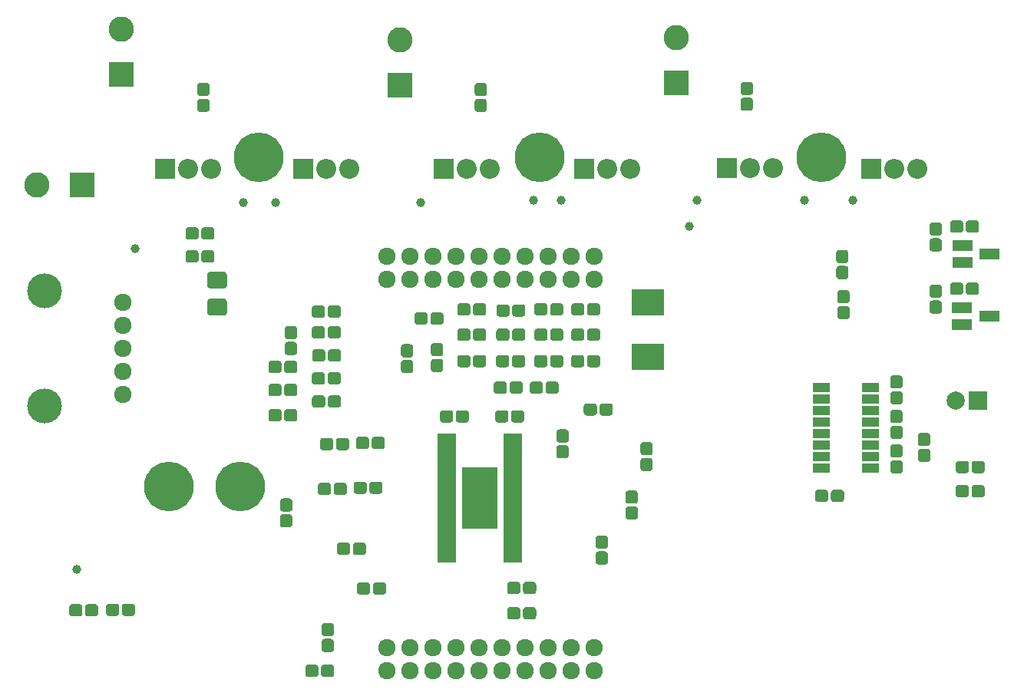
<source format=gbr>
G04 #@! TF.GenerationSoftware,KiCad,Pcbnew,(5.1.2)-1*
G04 #@! TF.CreationDate,2019-10-20T14:10:17-05:00*
G04 #@! TF.ProjectId,MotorController_Hardware,4d6f746f-7243-46f6-9e74-726f6c6c6572,rev?*
G04 #@! TF.SameCoordinates,Original*
G04 #@! TF.FileFunction,Soldermask,Top*
G04 #@! TF.FilePolarity,Negative*
%FSLAX46Y46*%
G04 Gerber Fmt 4.6, Leading zero omitted, Abs format (unit mm)*
G04 Created by KiCad (PCBNEW (5.1.2)-1) date 2019-10-20 14:10:17*
%MOMM*%
%LPD*%
G04 APERTURE LIST*
%ADD10R,2.076400X0.704800*%
%ADD11R,4.010000X6.750000*%
%ADD12C,0.100000*%
%ADD13C,1.350000*%
%ADD14C,2.800000*%
%ADD15R,2.800000X2.800000*%
%ADD16R,2.000000X2.000000*%
%ADD17C,2.000000*%
%ADD18C,1.924000*%
%ADD19C,3.850000*%
%ADD20C,5.480000*%
%ADD21R,3.651200X2.889200*%
%ADD22R,2.300000X1.200000*%
%ADD23O,2.200000X2.200000*%
%ADD24R,2.200000X2.200000*%
%ADD25C,1.825000*%
%ADD26R,1.900000X1.000000*%
%ADD27C,1.000000*%
%ADD28C,1.920000*%
G04 APERTURE END LIST*
D10*
X133489700Y-103740014D03*
X133489700Y-104240012D03*
X133489700Y-104740012D03*
X133489700Y-105240010D03*
X133489700Y-105740010D03*
X133489700Y-106240009D03*
X133489700Y-106740008D03*
X133489700Y-107240006D03*
X133489700Y-107740006D03*
X133489700Y-108240004D03*
X133489700Y-108740004D03*
X133489700Y-109240003D03*
X133489700Y-109740002D03*
X133489700Y-110240000D03*
X133489700Y-110740000D03*
X133489700Y-111239998D03*
X133489700Y-111739997D03*
X133489700Y-112239996D03*
X133489700Y-112739996D03*
X133489700Y-113239994D03*
X133489700Y-113739994D03*
X133489700Y-114239992D03*
X133489700Y-114739991D03*
X133489700Y-115239990D03*
X133489700Y-115739990D03*
X133489700Y-116239988D03*
X133489700Y-116739988D03*
X133489700Y-117239986D03*
X140830300Y-117239986D03*
X140830300Y-116739988D03*
X140830300Y-116239988D03*
X140830300Y-115739990D03*
X140830300Y-115239990D03*
X140830300Y-114739991D03*
X140830300Y-114239992D03*
X140830300Y-113739994D03*
X140830300Y-113239994D03*
X140830300Y-112739996D03*
X140830300Y-112239996D03*
X140830300Y-111739997D03*
X140830300Y-111239998D03*
X140830300Y-110740000D03*
X140830300Y-110240000D03*
X140830300Y-109740002D03*
X140830300Y-109240003D03*
X140830300Y-108740004D03*
X140830300Y-108240004D03*
X140830300Y-107740006D03*
X140830300Y-107240006D03*
X140830300Y-106740008D03*
X140830300Y-106240009D03*
X140830300Y-105740010D03*
X140830300Y-105240010D03*
X140830300Y-104740012D03*
X140830300Y-104240012D03*
X140830300Y-103740014D03*
D11*
X137160000Y-110490000D03*
D12*
G36*
X192571581Y-106387625D02*
G01*
X192604343Y-106392485D01*
X192636471Y-106400533D01*
X192667656Y-106411691D01*
X192697596Y-106425852D01*
X192726005Y-106442879D01*
X192752608Y-106462609D01*
X192777149Y-106484851D01*
X192799391Y-106509392D01*
X192819121Y-106535995D01*
X192836148Y-106564404D01*
X192850309Y-106594344D01*
X192861467Y-106625529D01*
X192869515Y-106657657D01*
X192874375Y-106690419D01*
X192876000Y-106723500D01*
X192876000Y-107398500D01*
X192874375Y-107431581D01*
X192869515Y-107464343D01*
X192861467Y-107496471D01*
X192850309Y-107527656D01*
X192836148Y-107557596D01*
X192819121Y-107586005D01*
X192799391Y-107612608D01*
X192777149Y-107637149D01*
X192752608Y-107659391D01*
X192726005Y-107679121D01*
X192697596Y-107696148D01*
X192667656Y-107710309D01*
X192636471Y-107721467D01*
X192604343Y-107729515D01*
X192571581Y-107734375D01*
X192538500Y-107736000D01*
X191763500Y-107736000D01*
X191730419Y-107734375D01*
X191697657Y-107729515D01*
X191665529Y-107721467D01*
X191634344Y-107710309D01*
X191604404Y-107696148D01*
X191575995Y-107679121D01*
X191549392Y-107659391D01*
X191524851Y-107637149D01*
X191502609Y-107612608D01*
X191482879Y-107586005D01*
X191465852Y-107557596D01*
X191451691Y-107527656D01*
X191440533Y-107496471D01*
X191432485Y-107464343D01*
X191427625Y-107431581D01*
X191426000Y-107398500D01*
X191426000Y-106723500D01*
X191427625Y-106690419D01*
X191432485Y-106657657D01*
X191440533Y-106625529D01*
X191451691Y-106594344D01*
X191465852Y-106564404D01*
X191482879Y-106535995D01*
X191502609Y-106509392D01*
X191524851Y-106484851D01*
X191549392Y-106462609D01*
X191575995Y-106442879D01*
X191604404Y-106425852D01*
X191634344Y-106411691D01*
X191665529Y-106400533D01*
X191697657Y-106392485D01*
X191730419Y-106387625D01*
X191763500Y-106386000D01*
X192538500Y-106386000D01*
X192571581Y-106387625D01*
X192571581Y-106387625D01*
G37*
D13*
X192151000Y-107061000D03*
D12*
G36*
X190821581Y-106387625D02*
G01*
X190854343Y-106392485D01*
X190886471Y-106400533D01*
X190917656Y-106411691D01*
X190947596Y-106425852D01*
X190976005Y-106442879D01*
X191002608Y-106462609D01*
X191027149Y-106484851D01*
X191049391Y-106509392D01*
X191069121Y-106535995D01*
X191086148Y-106564404D01*
X191100309Y-106594344D01*
X191111467Y-106625529D01*
X191119515Y-106657657D01*
X191124375Y-106690419D01*
X191126000Y-106723500D01*
X191126000Y-107398500D01*
X191124375Y-107431581D01*
X191119515Y-107464343D01*
X191111467Y-107496471D01*
X191100309Y-107527656D01*
X191086148Y-107557596D01*
X191069121Y-107586005D01*
X191049391Y-107612608D01*
X191027149Y-107637149D01*
X191002608Y-107659391D01*
X190976005Y-107679121D01*
X190947596Y-107696148D01*
X190917656Y-107710309D01*
X190886471Y-107721467D01*
X190854343Y-107729515D01*
X190821581Y-107734375D01*
X190788500Y-107736000D01*
X190013500Y-107736000D01*
X189980419Y-107734375D01*
X189947657Y-107729515D01*
X189915529Y-107721467D01*
X189884344Y-107710309D01*
X189854404Y-107696148D01*
X189825995Y-107679121D01*
X189799392Y-107659391D01*
X189774851Y-107637149D01*
X189752609Y-107612608D01*
X189732879Y-107586005D01*
X189715852Y-107557596D01*
X189701691Y-107527656D01*
X189690533Y-107496471D01*
X189682485Y-107464343D01*
X189677625Y-107431581D01*
X189676000Y-107398500D01*
X189676000Y-106723500D01*
X189677625Y-106690419D01*
X189682485Y-106657657D01*
X189690533Y-106625529D01*
X189701691Y-106594344D01*
X189715852Y-106564404D01*
X189732879Y-106535995D01*
X189752609Y-106509392D01*
X189774851Y-106484851D01*
X189799392Y-106462609D01*
X189825995Y-106442879D01*
X189854404Y-106425852D01*
X189884344Y-106411691D01*
X189915529Y-106400533D01*
X189947657Y-106392485D01*
X189980419Y-106387625D01*
X190013500Y-106386000D01*
X190788500Y-106386000D01*
X190821581Y-106387625D01*
X190821581Y-106387625D01*
G37*
D13*
X190401000Y-107061000D03*
D12*
G36*
X143831581Y-97624625D02*
G01*
X143864343Y-97629485D01*
X143896471Y-97637533D01*
X143927656Y-97648691D01*
X143957596Y-97662852D01*
X143986005Y-97679879D01*
X144012608Y-97699609D01*
X144037149Y-97721851D01*
X144059391Y-97746392D01*
X144079121Y-97772995D01*
X144096148Y-97801404D01*
X144110309Y-97831344D01*
X144121467Y-97862529D01*
X144129515Y-97894657D01*
X144134375Y-97927419D01*
X144136000Y-97960500D01*
X144136000Y-98635500D01*
X144134375Y-98668581D01*
X144129515Y-98701343D01*
X144121467Y-98733471D01*
X144110309Y-98764656D01*
X144096148Y-98794596D01*
X144079121Y-98823005D01*
X144059391Y-98849608D01*
X144037149Y-98874149D01*
X144012608Y-98896391D01*
X143986005Y-98916121D01*
X143957596Y-98933148D01*
X143927656Y-98947309D01*
X143896471Y-98958467D01*
X143864343Y-98966515D01*
X143831581Y-98971375D01*
X143798500Y-98973000D01*
X143023500Y-98973000D01*
X142990419Y-98971375D01*
X142957657Y-98966515D01*
X142925529Y-98958467D01*
X142894344Y-98947309D01*
X142864404Y-98933148D01*
X142835995Y-98916121D01*
X142809392Y-98896391D01*
X142784851Y-98874149D01*
X142762609Y-98849608D01*
X142742879Y-98823005D01*
X142725852Y-98794596D01*
X142711691Y-98764656D01*
X142700533Y-98733471D01*
X142692485Y-98701343D01*
X142687625Y-98668581D01*
X142686000Y-98635500D01*
X142686000Y-97960500D01*
X142687625Y-97927419D01*
X142692485Y-97894657D01*
X142700533Y-97862529D01*
X142711691Y-97831344D01*
X142725852Y-97801404D01*
X142742879Y-97772995D01*
X142762609Y-97746392D01*
X142784851Y-97721851D01*
X142809392Y-97699609D01*
X142835995Y-97679879D01*
X142864404Y-97662852D01*
X142894344Y-97648691D01*
X142925529Y-97637533D01*
X142957657Y-97629485D01*
X142990419Y-97624625D01*
X143023500Y-97623000D01*
X143798500Y-97623000D01*
X143831581Y-97624625D01*
X143831581Y-97624625D01*
G37*
D13*
X143411000Y-98298000D03*
D12*
G36*
X145581581Y-97624625D02*
G01*
X145614343Y-97629485D01*
X145646471Y-97637533D01*
X145677656Y-97648691D01*
X145707596Y-97662852D01*
X145736005Y-97679879D01*
X145762608Y-97699609D01*
X145787149Y-97721851D01*
X145809391Y-97746392D01*
X145829121Y-97772995D01*
X145846148Y-97801404D01*
X145860309Y-97831344D01*
X145871467Y-97862529D01*
X145879515Y-97894657D01*
X145884375Y-97927419D01*
X145886000Y-97960500D01*
X145886000Y-98635500D01*
X145884375Y-98668581D01*
X145879515Y-98701343D01*
X145871467Y-98733471D01*
X145860309Y-98764656D01*
X145846148Y-98794596D01*
X145829121Y-98823005D01*
X145809391Y-98849608D01*
X145787149Y-98874149D01*
X145762608Y-98896391D01*
X145736005Y-98916121D01*
X145707596Y-98933148D01*
X145677656Y-98947309D01*
X145646471Y-98958467D01*
X145614343Y-98966515D01*
X145581581Y-98971375D01*
X145548500Y-98973000D01*
X144773500Y-98973000D01*
X144740419Y-98971375D01*
X144707657Y-98966515D01*
X144675529Y-98958467D01*
X144644344Y-98947309D01*
X144614404Y-98933148D01*
X144585995Y-98916121D01*
X144559392Y-98896391D01*
X144534851Y-98874149D01*
X144512609Y-98849608D01*
X144492879Y-98823005D01*
X144475852Y-98794596D01*
X144461691Y-98764656D01*
X144450533Y-98733471D01*
X144442485Y-98701343D01*
X144437625Y-98668581D01*
X144436000Y-98635500D01*
X144436000Y-97960500D01*
X144437625Y-97927419D01*
X144442485Y-97894657D01*
X144450533Y-97862529D01*
X144461691Y-97831344D01*
X144475852Y-97801404D01*
X144492879Y-97772995D01*
X144512609Y-97746392D01*
X144534851Y-97721851D01*
X144559392Y-97699609D01*
X144585995Y-97679879D01*
X144614404Y-97662852D01*
X144644344Y-97648691D01*
X144675529Y-97637533D01*
X144707657Y-97629485D01*
X144740419Y-97624625D01*
X144773500Y-97623000D01*
X145548500Y-97623000D01*
X145581581Y-97624625D01*
X145581581Y-97624625D01*
G37*
D13*
X145161000Y-98298000D03*
D12*
G36*
X190807581Y-109054625D02*
G01*
X190840343Y-109059485D01*
X190872471Y-109067533D01*
X190903656Y-109078691D01*
X190933596Y-109092852D01*
X190962005Y-109109879D01*
X190988608Y-109129609D01*
X191013149Y-109151851D01*
X191035391Y-109176392D01*
X191055121Y-109202995D01*
X191072148Y-109231404D01*
X191086309Y-109261344D01*
X191097467Y-109292529D01*
X191105515Y-109324657D01*
X191110375Y-109357419D01*
X191112000Y-109390500D01*
X191112000Y-110065500D01*
X191110375Y-110098581D01*
X191105515Y-110131343D01*
X191097467Y-110163471D01*
X191086309Y-110194656D01*
X191072148Y-110224596D01*
X191055121Y-110253005D01*
X191035391Y-110279608D01*
X191013149Y-110304149D01*
X190988608Y-110326391D01*
X190962005Y-110346121D01*
X190933596Y-110363148D01*
X190903656Y-110377309D01*
X190872471Y-110388467D01*
X190840343Y-110396515D01*
X190807581Y-110401375D01*
X190774500Y-110403000D01*
X189999500Y-110403000D01*
X189966419Y-110401375D01*
X189933657Y-110396515D01*
X189901529Y-110388467D01*
X189870344Y-110377309D01*
X189840404Y-110363148D01*
X189811995Y-110346121D01*
X189785392Y-110326391D01*
X189760851Y-110304149D01*
X189738609Y-110279608D01*
X189718879Y-110253005D01*
X189701852Y-110224596D01*
X189687691Y-110194656D01*
X189676533Y-110163471D01*
X189668485Y-110131343D01*
X189663625Y-110098581D01*
X189662000Y-110065500D01*
X189662000Y-109390500D01*
X189663625Y-109357419D01*
X189668485Y-109324657D01*
X189676533Y-109292529D01*
X189687691Y-109261344D01*
X189701852Y-109231404D01*
X189718879Y-109202995D01*
X189738609Y-109176392D01*
X189760851Y-109151851D01*
X189785392Y-109129609D01*
X189811995Y-109109879D01*
X189840404Y-109092852D01*
X189870344Y-109078691D01*
X189901529Y-109067533D01*
X189933657Y-109059485D01*
X189966419Y-109054625D01*
X189999500Y-109053000D01*
X190774500Y-109053000D01*
X190807581Y-109054625D01*
X190807581Y-109054625D01*
G37*
D13*
X190387000Y-109728000D03*
D12*
G36*
X192557581Y-109054625D02*
G01*
X192590343Y-109059485D01*
X192622471Y-109067533D01*
X192653656Y-109078691D01*
X192683596Y-109092852D01*
X192712005Y-109109879D01*
X192738608Y-109129609D01*
X192763149Y-109151851D01*
X192785391Y-109176392D01*
X192805121Y-109202995D01*
X192822148Y-109231404D01*
X192836309Y-109261344D01*
X192847467Y-109292529D01*
X192855515Y-109324657D01*
X192860375Y-109357419D01*
X192862000Y-109390500D01*
X192862000Y-110065500D01*
X192860375Y-110098581D01*
X192855515Y-110131343D01*
X192847467Y-110163471D01*
X192836309Y-110194656D01*
X192822148Y-110224596D01*
X192805121Y-110253005D01*
X192785391Y-110279608D01*
X192763149Y-110304149D01*
X192738608Y-110326391D01*
X192712005Y-110346121D01*
X192683596Y-110363148D01*
X192653656Y-110377309D01*
X192622471Y-110388467D01*
X192590343Y-110396515D01*
X192557581Y-110401375D01*
X192524500Y-110403000D01*
X191749500Y-110403000D01*
X191716419Y-110401375D01*
X191683657Y-110396515D01*
X191651529Y-110388467D01*
X191620344Y-110377309D01*
X191590404Y-110363148D01*
X191561995Y-110346121D01*
X191535392Y-110326391D01*
X191510851Y-110304149D01*
X191488609Y-110279608D01*
X191468879Y-110253005D01*
X191451852Y-110224596D01*
X191437691Y-110194656D01*
X191426533Y-110163471D01*
X191418485Y-110131343D01*
X191413625Y-110098581D01*
X191412000Y-110065500D01*
X191412000Y-109390500D01*
X191413625Y-109357419D01*
X191418485Y-109324657D01*
X191426533Y-109292529D01*
X191437691Y-109261344D01*
X191451852Y-109231404D01*
X191468879Y-109202995D01*
X191488609Y-109176392D01*
X191510851Y-109151851D01*
X191535392Y-109129609D01*
X191561995Y-109109879D01*
X191590404Y-109092852D01*
X191620344Y-109078691D01*
X191651529Y-109067533D01*
X191683657Y-109059485D01*
X191716419Y-109054625D01*
X191749500Y-109053000D01*
X192524500Y-109053000D01*
X192557581Y-109054625D01*
X192557581Y-109054625D01*
G37*
D13*
X192137000Y-109728000D03*
D12*
G36*
X141616581Y-97624625D02*
G01*
X141649343Y-97629485D01*
X141681471Y-97637533D01*
X141712656Y-97648691D01*
X141742596Y-97662852D01*
X141771005Y-97679879D01*
X141797608Y-97699609D01*
X141822149Y-97721851D01*
X141844391Y-97746392D01*
X141864121Y-97772995D01*
X141881148Y-97801404D01*
X141895309Y-97831344D01*
X141906467Y-97862529D01*
X141914515Y-97894657D01*
X141919375Y-97927419D01*
X141921000Y-97960500D01*
X141921000Y-98635500D01*
X141919375Y-98668581D01*
X141914515Y-98701343D01*
X141906467Y-98733471D01*
X141895309Y-98764656D01*
X141881148Y-98794596D01*
X141864121Y-98823005D01*
X141844391Y-98849608D01*
X141822149Y-98874149D01*
X141797608Y-98896391D01*
X141771005Y-98916121D01*
X141742596Y-98933148D01*
X141712656Y-98947309D01*
X141681471Y-98958467D01*
X141649343Y-98966515D01*
X141616581Y-98971375D01*
X141583500Y-98973000D01*
X140808500Y-98973000D01*
X140775419Y-98971375D01*
X140742657Y-98966515D01*
X140710529Y-98958467D01*
X140679344Y-98947309D01*
X140649404Y-98933148D01*
X140620995Y-98916121D01*
X140594392Y-98896391D01*
X140569851Y-98874149D01*
X140547609Y-98849608D01*
X140527879Y-98823005D01*
X140510852Y-98794596D01*
X140496691Y-98764656D01*
X140485533Y-98733471D01*
X140477485Y-98701343D01*
X140472625Y-98668581D01*
X140471000Y-98635500D01*
X140471000Y-97960500D01*
X140472625Y-97927419D01*
X140477485Y-97894657D01*
X140485533Y-97862529D01*
X140496691Y-97831344D01*
X140510852Y-97801404D01*
X140527879Y-97772995D01*
X140547609Y-97746392D01*
X140569851Y-97721851D01*
X140594392Y-97699609D01*
X140620995Y-97679879D01*
X140649404Y-97662852D01*
X140679344Y-97648691D01*
X140710529Y-97637533D01*
X140742657Y-97629485D01*
X140775419Y-97624625D01*
X140808500Y-97623000D01*
X141583500Y-97623000D01*
X141616581Y-97624625D01*
X141616581Y-97624625D01*
G37*
D13*
X141196000Y-98298000D03*
D12*
G36*
X139866581Y-97624625D02*
G01*
X139899343Y-97629485D01*
X139931471Y-97637533D01*
X139962656Y-97648691D01*
X139992596Y-97662852D01*
X140021005Y-97679879D01*
X140047608Y-97699609D01*
X140072149Y-97721851D01*
X140094391Y-97746392D01*
X140114121Y-97772995D01*
X140131148Y-97801404D01*
X140145309Y-97831344D01*
X140156467Y-97862529D01*
X140164515Y-97894657D01*
X140169375Y-97927419D01*
X140171000Y-97960500D01*
X140171000Y-98635500D01*
X140169375Y-98668581D01*
X140164515Y-98701343D01*
X140156467Y-98733471D01*
X140145309Y-98764656D01*
X140131148Y-98794596D01*
X140114121Y-98823005D01*
X140094391Y-98849608D01*
X140072149Y-98874149D01*
X140047608Y-98896391D01*
X140021005Y-98916121D01*
X139992596Y-98933148D01*
X139962656Y-98947309D01*
X139931471Y-98958467D01*
X139899343Y-98966515D01*
X139866581Y-98971375D01*
X139833500Y-98973000D01*
X139058500Y-98973000D01*
X139025419Y-98971375D01*
X138992657Y-98966515D01*
X138960529Y-98958467D01*
X138929344Y-98947309D01*
X138899404Y-98933148D01*
X138870995Y-98916121D01*
X138844392Y-98896391D01*
X138819851Y-98874149D01*
X138797609Y-98849608D01*
X138777879Y-98823005D01*
X138760852Y-98794596D01*
X138746691Y-98764656D01*
X138735533Y-98733471D01*
X138727485Y-98701343D01*
X138722625Y-98668581D01*
X138721000Y-98635500D01*
X138721000Y-97960500D01*
X138722625Y-97927419D01*
X138727485Y-97894657D01*
X138735533Y-97862529D01*
X138746691Y-97831344D01*
X138760852Y-97801404D01*
X138777879Y-97772995D01*
X138797609Y-97746392D01*
X138819851Y-97721851D01*
X138844392Y-97699609D01*
X138870995Y-97679879D01*
X138899404Y-97662852D01*
X138929344Y-97648691D01*
X138960529Y-97637533D01*
X138992657Y-97629485D01*
X139025419Y-97624625D01*
X139058500Y-97623000D01*
X139833500Y-97623000D01*
X139866581Y-97624625D01*
X139866581Y-97624625D01*
G37*
D13*
X139446000Y-98298000D03*
D14*
X97663000Y-58754000D03*
D15*
X97663000Y-63754000D03*
D16*
X192151000Y-99695000D03*
D17*
X189651000Y-99695000D03*
D15*
X128333500Y-64897000D03*
D14*
X128333500Y-59897000D03*
D12*
G36*
X143091081Y-119722625D02*
G01*
X143123843Y-119727485D01*
X143155971Y-119735533D01*
X143187156Y-119746691D01*
X143217096Y-119760852D01*
X143245505Y-119777879D01*
X143272108Y-119797609D01*
X143296649Y-119819851D01*
X143318891Y-119844392D01*
X143338621Y-119870995D01*
X143355648Y-119899404D01*
X143369809Y-119929344D01*
X143380967Y-119960529D01*
X143389015Y-119992657D01*
X143393875Y-120025419D01*
X143395500Y-120058500D01*
X143395500Y-120733500D01*
X143393875Y-120766581D01*
X143389015Y-120799343D01*
X143380967Y-120831471D01*
X143369809Y-120862656D01*
X143355648Y-120892596D01*
X143338621Y-120921005D01*
X143318891Y-120947608D01*
X143296649Y-120972149D01*
X143272108Y-120994391D01*
X143245505Y-121014121D01*
X143217096Y-121031148D01*
X143187156Y-121045309D01*
X143155971Y-121056467D01*
X143123843Y-121064515D01*
X143091081Y-121069375D01*
X143058000Y-121071000D01*
X142283000Y-121071000D01*
X142249919Y-121069375D01*
X142217157Y-121064515D01*
X142185029Y-121056467D01*
X142153844Y-121045309D01*
X142123904Y-121031148D01*
X142095495Y-121014121D01*
X142068892Y-120994391D01*
X142044351Y-120972149D01*
X142022109Y-120947608D01*
X142002379Y-120921005D01*
X141985352Y-120892596D01*
X141971191Y-120862656D01*
X141960033Y-120831471D01*
X141951985Y-120799343D01*
X141947125Y-120766581D01*
X141945500Y-120733500D01*
X141945500Y-120058500D01*
X141947125Y-120025419D01*
X141951985Y-119992657D01*
X141960033Y-119960529D01*
X141971191Y-119929344D01*
X141985352Y-119899404D01*
X142002379Y-119870995D01*
X142022109Y-119844392D01*
X142044351Y-119819851D01*
X142068892Y-119797609D01*
X142095495Y-119777879D01*
X142123904Y-119760852D01*
X142153844Y-119746691D01*
X142185029Y-119735533D01*
X142217157Y-119727485D01*
X142249919Y-119722625D01*
X142283000Y-119721000D01*
X143058000Y-119721000D01*
X143091081Y-119722625D01*
X143091081Y-119722625D01*
G37*
D13*
X142670500Y-120396000D03*
D12*
G36*
X141341081Y-119722625D02*
G01*
X141373843Y-119727485D01*
X141405971Y-119735533D01*
X141437156Y-119746691D01*
X141467096Y-119760852D01*
X141495505Y-119777879D01*
X141522108Y-119797609D01*
X141546649Y-119819851D01*
X141568891Y-119844392D01*
X141588621Y-119870995D01*
X141605648Y-119899404D01*
X141619809Y-119929344D01*
X141630967Y-119960529D01*
X141639015Y-119992657D01*
X141643875Y-120025419D01*
X141645500Y-120058500D01*
X141645500Y-120733500D01*
X141643875Y-120766581D01*
X141639015Y-120799343D01*
X141630967Y-120831471D01*
X141619809Y-120862656D01*
X141605648Y-120892596D01*
X141588621Y-120921005D01*
X141568891Y-120947608D01*
X141546649Y-120972149D01*
X141522108Y-120994391D01*
X141495505Y-121014121D01*
X141467096Y-121031148D01*
X141437156Y-121045309D01*
X141405971Y-121056467D01*
X141373843Y-121064515D01*
X141341081Y-121069375D01*
X141308000Y-121071000D01*
X140533000Y-121071000D01*
X140499919Y-121069375D01*
X140467157Y-121064515D01*
X140435029Y-121056467D01*
X140403844Y-121045309D01*
X140373904Y-121031148D01*
X140345495Y-121014121D01*
X140318892Y-120994391D01*
X140294351Y-120972149D01*
X140272109Y-120947608D01*
X140252379Y-120921005D01*
X140235352Y-120892596D01*
X140221191Y-120862656D01*
X140210033Y-120831471D01*
X140201985Y-120799343D01*
X140197125Y-120766581D01*
X140195500Y-120733500D01*
X140195500Y-120058500D01*
X140197125Y-120025419D01*
X140201985Y-119992657D01*
X140210033Y-119960529D01*
X140221191Y-119929344D01*
X140235352Y-119899404D01*
X140252379Y-119870995D01*
X140272109Y-119844392D01*
X140294351Y-119819851D01*
X140318892Y-119797609D01*
X140345495Y-119777879D01*
X140373904Y-119760852D01*
X140403844Y-119746691D01*
X140435029Y-119735533D01*
X140467157Y-119727485D01*
X140499919Y-119722625D01*
X140533000Y-119721000D01*
X141308000Y-119721000D01*
X141341081Y-119722625D01*
X141341081Y-119722625D01*
G37*
D13*
X140920500Y-120396000D03*
D14*
X88345000Y-75946000D03*
D15*
X93345000Y-75946000D03*
D12*
G36*
X141341081Y-122516625D02*
G01*
X141373843Y-122521485D01*
X141405971Y-122529533D01*
X141437156Y-122540691D01*
X141467096Y-122554852D01*
X141495505Y-122571879D01*
X141522108Y-122591609D01*
X141546649Y-122613851D01*
X141568891Y-122638392D01*
X141588621Y-122664995D01*
X141605648Y-122693404D01*
X141619809Y-122723344D01*
X141630967Y-122754529D01*
X141639015Y-122786657D01*
X141643875Y-122819419D01*
X141645500Y-122852500D01*
X141645500Y-123527500D01*
X141643875Y-123560581D01*
X141639015Y-123593343D01*
X141630967Y-123625471D01*
X141619809Y-123656656D01*
X141605648Y-123686596D01*
X141588621Y-123715005D01*
X141568891Y-123741608D01*
X141546649Y-123766149D01*
X141522108Y-123788391D01*
X141495505Y-123808121D01*
X141467096Y-123825148D01*
X141437156Y-123839309D01*
X141405971Y-123850467D01*
X141373843Y-123858515D01*
X141341081Y-123863375D01*
X141308000Y-123865000D01*
X140533000Y-123865000D01*
X140499919Y-123863375D01*
X140467157Y-123858515D01*
X140435029Y-123850467D01*
X140403844Y-123839309D01*
X140373904Y-123825148D01*
X140345495Y-123808121D01*
X140318892Y-123788391D01*
X140294351Y-123766149D01*
X140272109Y-123741608D01*
X140252379Y-123715005D01*
X140235352Y-123686596D01*
X140221191Y-123656656D01*
X140210033Y-123625471D01*
X140201985Y-123593343D01*
X140197125Y-123560581D01*
X140195500Y-123527500D01*
X140195500Y-122852500D01*
X140197125Y-122819419D01*
X140201985Y-122786657D01*
X140210033Y-122754529D01*
X140221191Y-122723344D01*
X140235352Y-122693404D01*
X140252379Y-122664995D01*
X140272109Y-122638392D01*
X140294351Y-122613851D01*
X140318892Y-122591609D01*
X140345495Y-122571879D01*
X140373904Y-122554852D01*
X140403844Y-122540691D01*
X140435029Y-122529533D01*
X140467157Y-122521485D01*
X140499919Y-122516625D01*
X140533000Y-122515000D01*
X141308000Y-122515000D01*
X141341081Y-122516625D01*
X141341081Y-122516625D01*
G37*
D13*
X140920500Y-123190000D03*
D12*
G36*
X143091081Y-122516625D02*
G01*
X143123843Y-122521485D01*
X143155971Y-122529533D01*
X143187156Y-122540691D01*
X143217096Y-122554852D01*
X143245505Y-122571879D01*
X143272108Y-122591609D01*
X143296649Y-122613851D01*
X143318891Y-122638392D01*
X143338621Y-122664995D01*
X143355648Y-122693404D01*
X143369809Y-122723344D01*
X143380967Y-122754529D01*
X143389015Y-122786657D01*
X143393875Y-122819419D01*
X143395500Y-122852500D01*
X143395500Y-123527500D01*
X143393875Y-123560581D01*
X143389015Y-123593343D01*
X143380967Y-123625471D01*
X143369809Y-123656656D01*
X143355648Y-123686596D01*
X143338621Y-123715005D01*
X143318891Y-123741608D01*
X143296649Y-123766149D01*
X143272108Y-123788391D01*
X143245505Y-123808121D01*
X143217096Y-123825148D01*
X143187156Y-123839309D01*
X143155971Y-123850467D01*
X143123843Y-123858515D01*
X143091081Y-123863375D01*
X143058000Y-123865000D01*
X142283000Y-123865000D01*
X142249919Y-123863375D01*
X142217157Y-123858515D01*
X142185029Y-123850467D01*
X142153844Y-123839309D01*
X142123904Y-123825148D01*
X142095495Y-123808121D01*
X142068892Y-123788391D01*
X142044351Y-123766149D01*
X142022109Y-123741608D01*
X142002379Y-123715005D01*
X141985352Y-123686596D01*
X141971191Y-123656656D01*
X141960033Y-123625471D01*
X141951985Y-123593343D01*
X141947125Y-123560581D01*
X141945500Y-123527500D01*
X141945500Y-122852500D01*
X141947125Y-122819419D01*
X141951985Y-122786657D01*
X141960033Y-122754529D01*
X141971191Y-122723344D01*
X141985352Y-122693404D01*
X142002379Y-122664995D01*
X142022109Y-122638392D01*
X142044351Y-122613851D01*
X142068892Y-122591609D01*
X142095495Y-122571879D01*
X142123904Y-122554852D01*
X142153844Y-122540691D01*
X142185029Y-122529533D01*
X142217157Y-122521485D01*
X142249919Y-122516625D01*
X142283000Y-122515000D01*
X143058000Y-122515000D01*
X143091081Y-122516625D01*
X143091081Y-122516625D01*
G37*
D13*
X142670500Y-123190000D03*
D14*
X158877000Y-59643000D03*
D15*
X158877000Y-64643000D03*
D12*
G36*
X121550581Y-89242625D02*
G01*
X121583343Y-89247485D01*
X121615471Y-89255533D01*
X121646656Y-89266691D01*
X121676596Y-89280852D01*
X121705005Y-89297879D01*
X121731608Y-89317609D01*
X121756149Y-89339851D01*
X121778391Y-89364392D01*
X121798121Y-89390995D01*
X121815148Y-89419404D01*
X121829309Y-89449344D01*
X121840467Y-89480529D01*
X121848515Y-89512657D01*
X121853375Y-89545419D01*
X121855000Y-89578500D01*
X121855000Y-90253500D01*
X121853375Y-90286581D01*
X121848515Y-90319343D01*
X121840467Y-90351471D01*
X121829309Y-90382656D01*
X121815148Y-90412596D01*
X121798121Y-90441005D01*
X121778391Y-90467608D01*
X121756149Y-90492149D01*
X121731608Y-90514391D01*
X121705005Y-90534121D01*
X121676596Y-90551148D01*
X121646656Y-90565309D01*
X121615471Y-90576467D01*
X121583343Y-90584515D01*
X121550581Y-90589375D01*
X121517500Y-90591000D01*
X120742500Y-90591000D01*
X120709419Y-90589375D01*
X120676657Y-90584515D01*
X120644529Y-90576467D01*
X120613344Y-90565309D01*
X120583404Y-90551148D01*
X120554995Y-90534121D01*
X120528392Y-90514391D01*
X120503851Y-90492149D01*
X120481609Y-90467608D01*
X120461879Y-90441005D01*
X120444852Y-90412596D01*
X120430691Y-90382656D01*
X120419533Y-90351471D01*
X120411485Y-90319343D01*
X120406625Y-90286581D01*
X120405000Y-90253500D01*
X120405000Y-89578500D01*
X120406625Y-89545419D01*
X120411485Y-89512657D01*
X120419533Y-89480529D01*
X120430691Y-89449344D01*
X120444852Y-89419404D01*
X120461879Y-89390995D01*
X120481609Y-89364392D01*
X120503851Y-89339851D01*
X120528392Y-89317609D01*
X120554995Y-89297879D01*
X120583404Y-89280852D01*
X120613344Y-89266691D01*
X120644529Y-89255533D01*
X120676657Y-89247485D01*
X120709419Y-89242625D01*
X120742500Y-89241000D01*
X121517500Y-89241000D01*
X121550581Y-89242625D01*
X121550581Y-89242625D01*
G37*
D13*
X121130000Y-89916000D03*
D12*
G36*
X119800581Y-89242625D02*
G01*
X119833343Y-89247485D01*
X119865471Y-89255533D01*
X119896656Y-89266691D01*
X119926596Y-89280852D01*
X119955005Y-89297879D01*
X119981608Y-89317609D01*
X120006149Y-89339851D01*
X120028391Y-89364392D01*
X120048121Y-89390995D01*
X120065148Y-89419404D01*
X120079309Y-89449344D01*
X120090467Y-89480529D01*
X120098515Y-89512657D01*
X120103375Y-89545419D01*
X120105000Y-89578500D01*
X120105000Y-90253500D01*
X120103375Y-90286581D01*
X120098515Y-90319343D01*
X120090467Y-90351471D01*
X120079309Y-90382656D01*
X120065148Y-90412596D01*
X120048121Y-90441005D01*
X120028391Y-90467608D01*
X120006149Y-90492149D01*
X119981608Y-90514391D01*
X119955005Y-90534121D01*
X119926596Y-90551148D01*
X119896656Y-90565309D01*
X119865471Y-90576467D01*
X119833343Y-90584515D01*
X119800581Y-90589375D01*
X119767500Y-90591000D01*
X118992500Y-90591000D01*
X118959419Y-90589375D01*
X118926657Y-90584515D01*
X118894529Y-90576467D01*
X118863344Y-90565309D01*
X118833404Y-90551148D01*
X118804995Y-90534121D01*
X118778392Y-90514391D01*
X118753851Y-90492149D01*
X118731609Y-90467608D01*
X118711879Y-90441005D01*
X118694852Y-90412596D01*
X118680691Y-90382656D01*
X118669533Y-90351471D01*
X118661485Y-90319343D01*
X118656625Y-90286581D01*
X118655000Y-90253500D01*
X118655000Y-89578500D01*
X118656625Y-89545419D01*
X118661485Y-89512657D01*
X118669533Y-89480529D01*
X118680691Y-89449344D01*
X118694852Y-89419404D01*
X118711879Y-89390995D01*
X118731609Y-89364392D01*
X118753851Y-89339851D01*
X118778392Y-89317609D01*
X118804995Y-89297879D01*
X118833404Y-89280852D01*
X118863344Y-89266691D01*
X118894529Y-89255533D01*
X118926657Y-89247485D01*
X118959419Y-89242625D01*
X118992500Y-89241000D01*
X119767500Y-89241000D01*
X119800581Y-89242625D01*
X119800581Y-89242625D01*
G37*
D13*
X119380000Y-89916000D03*
D12*
G36*
X146674581Y-102908625D02*
G01*
X146707343Y-102913485D01*
X146739471Y-102921533D01*
X146770656Y-102932691D01*
X146800596Y-102946852D01*
X146829005Y-102963879D01*
X146855608Y-102983609D01*
X146880149Y-103005851D01*
X146902391Y-103030392D01*
X146922121Y-103056995D01*
X146939148Y-103085404D01*
X146953309Y-103115344D01*
X146964467Y-103146529D01*
X146972515Y-103178657D01*
X146977375Y-103211419D01*
X146979000Y-103244500D01*
X146979000Y-104019500D01*
X146977375Y-104052581D01*
X146972515Y-104085343D01*
X146964467Y-104117471D01*
X146953309Y-104148656D01*
X146939148Y-104178596D01*
X146922121Y-104207005D01*
X146902391Y-104233608D01*
X146880149Y-104258149D01*
X146855608Y-104280391D01*
X146829005Y-104300121D01*
X146800596Y-104317148D01*
X146770656Y-104331309D01*
X146739471Y-104342467D01*
X146707343Y-104350515D01*
X146674581Y-104355375D01*
X146641500Y-104357000D01*
X145966500Y-104357000D01*
X145933419Y-104355375D01*
X145900657Y-104350515D01*
X145868529Y-104342467D01*
X145837344Y-104331309D01*
X145807404Y-104317148D01*
X145778995Y-104300121D01*
X145752392Y-104280391D01*
X145727851Y-104258149D01*
X145705609Y-104233608D01*
X145685879Y-104207005D01*
X145668852Y-104178596D01*
X145654691Y-104148656D01*
X145643533Y-104117471D01*
X145635485Y-104085343D01*
X145630625Y-104052581D01*
X145629000Y-104019500D01*
X145629000Y-103244500D01*
X145630625Y-103211419D01*
X145635485Y-103178657D01*
X145643533Y-103146529D01*
X145654691Y-103115344D01*
X145668852Y-103085404D01*
X145685879Y-103056995D01*
X145705609Y-103030392D01*
X145727851Y-103005851D01*
X145752392Y-102983609D01*
X145778995Y-102963879D01*
X145807404Y-102946852D01*
X145837344Y-102932691D01*
X145868529Y-102921533D01*
X145900657Y-102913485D01*
X145933419Y-102908625D01*
X145966500Y-102907000D01*
X146641500Y-102907000D01*
X146674581Y-102908625D01*
X146674581Y-102908625D01*
G37*
D13*
X146304000Y-103632000D03*
D12*
G36*
X146674581Y-104658625D02*
G01*
X146707343Y-104663485D01*
X146739471Y-104671533D01*
X146770656Y-104682691D01*
X146800596Y-104696852D01*
X146829005Y-104713879D01*
X146855608Y-104733609D01*
X146880149Y-104755851D01*
X146902391Y-104780392D01*
X146922121Y-104806995D01*
X146939148Y-104835404D01*
X146953309Y-104865344D01*
X146964467Y-104896529D01*
X146972515Y-104928657D01*
X146977375Y-104961419D01*
X146979000Y-104994500D01*
X146979000Y-105769500D01*
X146977375Y-105802581D01*
X146972515Y-105835343D01*
X146964467Y-105867471D01*
X146953309Y-105898656D01*
X146939148Y-105928596D01*
X146922121Y-105957005D01*
X146902391Y-105983608D01*
X146880149Y-106008149D01*
X146855608Y-106030391D01*
X146829005Y-106050121D01*
X146800596Y-106067148D01*
X146770656Y-106081309D01*
X146739471Y-106092467D01*
X146707343Y-106100515D01*
X146674581Y-106105375D01*
X146641500Y-106107000D01*
X145966500Y-106107000D01*
X145933419Y-106105375D01*
X145900657Y-106100515D01*
X145868529Y-106092467D01*
X145837344Y-106081309D01*
X145807404Y-106067148D01*
X145778995Y-106050121D01*
X145752392Y-106030391D01*
X145727851Y-106008149D01*
X145705609Y-105983608D01*
X145685879Y-105957005D01*
X145668852Y-105928596D01*
X145654691Y-105898656D01*
X145643533Y-105867471D01*
X145635485Y-105835343D01*
X145630625Y-105802581D01*
X145629000Y-105769500D01*
X145629000Y-104994500D01*
X145630625Y-104961419D01*
X145635485Y-104928657D01*
X145643533Y-104896529D01*
X145654691Y-104865344D01*
X145668852Y-104835404D01*
X145685879Y-104806995D01*
X145705609Y-104780392D01*
X145727851Y-104755851D01*
X145752392Y-104733609D01*
X145778995Y-104713879D01*
X145807404Y-104696852D01*
X145837344Y-104682691D01*
X145868529Y-104671533D01*
X145900657Y-104663485D01*
X145933419Y-104658625D01*
X145966500Y-104657000D01*
X146641500Y-104657000D01*
X146674581Y-104658625D01*
X146674581Y-104658625D01*
G37*
D13*
X146304000Y-105382000D03*
D12*
G36*
X131117581Y-90004625D02*
G01*
X131150343Y-90009485D01*
X131182471Y-90017533D01*
X131213656Y-90028691D01*
X131243596Y-90042852D01*
X131272005Y-90059879D01*
X131298608Y-90079609D01*
X131323149Y-90101851D01*
X131345391Y-90126392D01*
X131365121Y-90152995D01*
X131382148Y-90181404D01*
X131396309Y-90211344D01*
X131407467Y-90242529D01*
X131415515Y-90274657D01*
X131420375Y-90307419D01*
X131422000Y-90340500D01*
X131422000Y-91015500D01*
X131420375Y-91048581D01*
X131415515Y-91081343D01*
X131407467Y-91113471D01*
X131396309Y-91144656D01*
X131382148Y-91174596D01*
X131365121Y-91203005D01*
X131345391Y-91229608D01*
X131323149Y-91254149D01*
X131298608Y-91276391D01*
X131272005Y-91296121D01*
X131243596Y-91313148D01*
X131213656Y-91327309D01*
X131182471Y-91338467D01*
X131150343Y-91346515D01*
X131117581Y-91351375D01*
X131084500Y-91353000D01*
X130309500Y-91353000D01*
X130276419Y-91351375D01*
X130243657Y-91346515D01*
X130211529Y-91338467D01*
X130180344Y-91327309D01*
X130150404Y-91313148D01*
X130121995Y-91296121D01*
X130095392Y-91276391D01*
X130070851Y-91254149D01*
X130048609Y-91229608D01*
X130028879Y-91203005D01*
X130011852Y-91174596D01*
X129997691Y-91144656D01*
X129986533Y-91113471D01*
X129978485Y-91081343D01*
X129973625Y-91048581D01*
X129972000Y-91015500D01*
X129972000Y-90340500D01*
X129973625Y-90307419D01*
X129978485Y-90274657D01*
X129986533Y-90242529D01*
X129997691Y-90211344D01*
X130011852Y-90181404D01*
X130028879Y-90152995D01*
X130048609Y-90126392D01*
X130070851Y-90101851D01*
X130095392Y-90079609D01*
X130121995Y-90059879D01*
X130150404Y-90042852D01*
X130180344Y-90028691D01*
X130211529Y-90017533D01*
X130243657Y-90009485D01*
X130276419Y-90004625D01*
X130309500Y-90003000D01*
X131084500Y-90003000D01*
X131117581Y-90004625D01*
X131117581Y-90004625D01*
G37*
D13*
X130697000Y-90678000D03*
D12*
G36*
X132867581Y-90004625D02*
G01*
X132900343Y-90009485D01*
X132932471Y-90017533D01*
X132963656Y-90028691D01*
X132993596Y-90042852D01*
X133022005Y-90059879D01*
X133048608Y-90079609D01*
X133073149Y-90101851D01*
X133095391Y-90126392D01*
X133115121Y-90152995D01*
X133132148Y-90181404D01*
X133146309Y-90211344D01*
X133157467Y-90242529D01*
X133165515Y-90274657D01*
X133170375Y-90307419D01*
X133172000Y-90340500D01*
X133172000Y-91015500D01*
X133170375Y-91048581D01*
X133165515Y-91081343D01*
X133157467Y-91113471D01*
X133146309Y-91144656D01*
X133132148Y-91174596D01*
X133115121Y-91203005D01*
X133095391Y-91229608D01*
X133073149Y-91254149D01*
X133048608Y-91276391D01*
X133022005Y-91296121D01*
X132993596Y-91313148D01*
X132963656Y-91327309D01*
X132932471Y-91338467D01*
X132900343Y-91346515D01*
X132867581Y-91351375D01*
X132834500Y-91353000D01*
X132059500Y-91353000D01*
X132026419Y-91351375D01*
X131993657Y-91346515D01*
X131961529Y-91338467D01*
X131930344Y-91327309D01*
X131900404Y-91313148D01*
X131871995Y-91296121D01*
X131845392Y-91276391D01*
X131820851Y-91254149D01*
X131798609Y-91229608D01*
X131778879Y-91203005D01*
X131761852Y-91174596D01*
X131747691Y-91144656D01*
X131736533Y-91113471D01*
X131728485Y-91081343D01*
X131723625Y-91048581D01*
X131722000Y-91015500D01*
X131722000Y-90340500D01*
X131723625Y-90307419D01*
X131728485Y-90274657D01*
X131736533Y-90242529D01*
X131747691Y-90211344D01*
X131761852Y-90181404D01*
X131778879Y-90152995D01*
X131798609Y-90126392D01*
X131820851Y-90101851D01*
X131845392Y-90079609D01*
X131871995Y-90059879D01*
X131900404Y-90042852D01*
X131930344Y-90028691D01*
X131961529Y-90017533D01*
X131993657Y-90009485D01*
X132026419Y-90004625D01*
X132059500Y-90003000D01*
X132834500Y-90003000D01*
X132867581Y-90004625D01*
X132867581Y-90004625D01*
G37*
D13*
X132447000Y-90678000D03*
D12*
G36*
X107608581Y-80606625D02*
G01*
X107641343Y-80611485D01*
X107673471Y-80619533D01*
X107704656Y-80630691D01*
X107734596Y-80644852D01*
X107763005Y-80661879D01*
X107789608Y-80681609D01*
X107814149Y-80703851D01*
X107836391Y-80728392D01*
X107856121Y-80754995D01*
X107873148Y-80783404D01*
X107887309Y-80813344D01*
X107898467Y-80844529D01*
X107906515Y-80876657D01*
X107911375Y-80909419D01*
X107913000Y-80942500D01*
X107913000Y-81617500D01*
X107911375Y-81650581D01*
X107906515Y-81683343D01*
X107898467Y-81715471D01*
X107887309Y-81746656D01*
X107873148Y-81776596D01*
X107856121Y-81805005D01*
X107836391Y-81831608D01*
X107814149Y-81856149D01*
X107789608Y-81878391D01*
X107763005Y-81898121D01*
X107734596Y-81915148D01*
X107704656Y-81929309D01*
X107673471Y-81940467D01*
X107641343Y-81948515D01*
X107608581Y-81953375D01*
X107575500Y-81955000D01*
X106800500Y-81955000D01*
X106767419Y-81953375D01*
X106734657Y-81948515D01*
X106702529Y-81940467D01*
X106671344Y-81929309D01*
X106641404Y-81915148D01*
X106612995Y-81898121D01*
X106586392Y-81878391D01*
X106561851Y-81856149D01*
X106539609Y-81831608D01*
X106519879Y-81805005D01*
X106502852Y-81776596D01*
X106488691Y-81746656D01*
X106477533Y-81715471D01*
X106469485Y-81683343D01*
X106464625Y-81650581D01*
X106463000Y-81617500D01*
X106463000Y-80942500D01*
X106464625Y-80909419D01*
X106469485Y-80876657D01*
X106477533Y-80844529D01*
X106488691Y-80813344D01*
X106502852Y-80783404D01*
X106519879Y-80754995D01*
X106539609Y-80728392D01*
X106561851Y-80703851D01*
X106586392Y-80681609D01*
X106612995Y-80661879D01*
X106641404Y-80644852D01*
X106671344Y-80630691D01*
X106702529Y-80619533D01*
X106734657Y-80611485D01*
X106767419Y-80606625D01*
X106800500Y-80605000D01*
X107575500Y-80605000D01*
X107608581Y-80606625D01*
X107608581Y-80606625D01*
G37*
D13*
X107188000Y-81280000D03*
D12*
G36*
X105858581Y-80606625D02*
G01*
X105891343Y-80611485D01*
X105923471Y-80619533D01*
X105954656Y-80630691D01*
X105984596Y-80644852D01*
X106013005Y-80661879D01*
X106039608Y-80681609D01*
X106064149Y-80703851D01*
X106086391Y-80728392D01*
X106106121Y-80754995D01*
X106123148Y-80783404D01*
X106137309Y-80813344D01*
X106148467Y-80844529D01*
X106156515Y-80876657D01*
X106161375Y-80909419D01*
X106163000Y-80942500D01*
X106163000Y-81617500D01*
X106161375Y-81650581D01*
X106156515Y-81683343D01*
X106148467Y-81715471D01*
X106137309Y-81746656D01*
X106123148Y-81776596D01*
X106106121Y-81805005D01*
X106086391Y-81831608D01*
X106064149Y-81856149D01*
X106039608Y-81878391D01*
X106013005Y-81898121D01*
X105984596Y-81915148D01*
X105954656Y-81929309D01*
X105923471Y-81940467D01*
X105891343Y-81948515D01*
X105858581Y-81953375D01*
X105825500Y-81955000D01*
X105050500Y-81955000D01*
X105017419Y-81953375D01*
X104984657Y-81948515D01*
X104952529Y-81940467D01*
X104921344Y-81929309D01*
X104891404Y-81915148D01*
X104862995Y-81898121D01*
X104836392Y-81878391D01*
X104811851Y-81856149D01*
X104789609Y-81831608D01*
X104769879Y-81805005D01*
X104752852Y-81776596D01*
X104738691Y-81746656D01*
X104727533Y-81715471D01*
X104719485Y-81683343D01*
X104714625Y-81650581D01*
X104713000Y-81617500D01*
X104713000Y-80942500D01*
X104714625Y-80909419D01*
X104719485Y-80876657D01*
X104727533Y-80844529D01*
X104738691Y-80813344D01*
X104752852Y-80783404D01*
X104769879Y-80754995D01*
X104789609Y-80728392D01*
X104811851Y-80703851D01*
X104836392Y-80681609D01*
X104862995Y-80661879D01*
X104891404Y-80644852D01*
X104921344Y-80630691D01*
X104952529Y-80619533D01*
X104984657Y-80611485D01*
X105017419Y-80606625D01*
X105050500Y-80605000D01*
X105825500Y-80605000D01*
X105858581Y-80606625D01*
X105858581Y-80606625D01*
G37*
D13*
X105438000Y-81280000D03*
D12*
G36*
X105858581Y-83146625D02*
G01*
X105891343Y-83151485D01*
X105923471Y-83159533D01*
X105954656Y-83170691D01*
X105984596Y-83184852D01*
X106013005Y-83201879D01*
X106039608Y-83221609D01*
X106064149Y-83243851D01*
X106086391Y-83268392D01*
X106106121Y-83294995D01*
X106123148Y-83323404D01*
X106137309Y-83353344D01*
X106148467Y-83384529D01*
X106156515Y-83416657D01*
X106161375Y-83449419D01*
X106163000Y-83482500D01*
X106163000Y-84157500D01*
X106161375Y-84190581D01*
X106156515Y-84223343D01*
X106148467Y-84255471D01*
X106137309Y-84286656D01*
X106123148Y-84316596D01*
X106106121Y-84345005D01*
X106086391Y-84371608D01*
X106064149Y-84396149D01*
X106039608Y-84418391D01*
X106013005Y-84438121D01*
X105984596Y-84455148D01*
X105954656Y-84469309D01*
X105923471Y-84480467D01*
X105891343Y-84488515D01*
X105858581Y-84493375D01*
X105825500Y-84495000D01*
X105050500Y-84495000D01*
X105017419Y-84493375D01*
X104984657Y-84488515D01*
X104952529Y-84480467D01*
X104921344Y-84469309D01*
X104891404Y-84455148D01*
X104862995Y-84438121D01*
X104836392Y-84418391D01*
X104811851Y-84396149D01*
X104789609Y-84371608D01*
X104769879Y-84345005D01*
X104752852Y-84316596D01*
X104738691Y-84286656D01*
X104727533Y-84255471D01*
X104719485Y-84223343D01*
X104714625Y-84190581D01*
X104713000Y-84157500D01*
X104713000Y-83482500D01*
X104714625Y-83449419D01*
X104719485Y-83416657D01*
X104727533Y-83384529D01*
X104738691Y-83353344D01*
X104752852Y-83323404D01*
X104769879Y-83294995D01*
X104789609Y-83268392D01*
X104811851Y-83243851D01*
X104836392Y-83221609D01*
X104862995Y-83201879D01*
X104891404Y-83184852D01*
X104921344Y-83170691D01*
X104952529Y-83159533D01*
X104984657Y-83151485D01*
X105017419Y-83146625D01*
X105050500Y-83145000D01*
X105825500Y-83145000D01*
X105858581Y-83146625D01*
X105858581Y-83146625D01*
G37*
D13*
X105438000Y-83820000D03*
D12*
G36*
X107608581Y-83146625D02*
G01*
X107641343Y-83151485D01*
X107673471Y-83159533D01*
X107704656Y-83170691D01*
X107734596Y-83184852D01*
X107763005Y-83201879D01*
X107789608Y-83221609D01*
X107814149Y-83243851D01*
X107836391Y-83268392D01*
X107856121Y-83294995D01*
X107873148Y-83323404D01*
X107887309Y-83353344D01*
X107898467Y-83384529D01*
X107906515Y-83416657D01*
X107911375Y-83449419D01*
X107913000Y-83482500D01*
X107913000Y-84157500D01*
X107911375Y-84190581D01*
X107906515Y-84223343D01*
X107898467Y-84255471D01*
X107887309Y-84286656D01*
X107873148Y-84316596D01*
X107856121Y-84345005D01*
X107836391Y-84371608D01*
X107814149Y-84396149D01*
X107789608Y-84418391D01*
X107763005Y-84438121D01*
X107734596Y-84455148D01*
X107704656Y-84469309D01*
X107673471Y-84480467D01*
X107641343Y-84488515D01*
X107608581Y-84493375D01*
X107575500Y-84495000D01*
X106800500Y-84495000D01*
X106767419Y-84493375D01*
X106734657Y-84488515D01*
X106702529Y-84480467D01*
X106671344Y-84469309D01*
X106641404Y-84455148D01*
X106612995Y-84438121D01*
X106586392Y-84418391D01*
X106561851Y-84396149D01*
X106539609Y-84371608D01*
X106519879Y-84345005D01*
X106502852Y-84316596D01*
X106488691Y-84286656D01*
X106477533Y-84255471D01*
X106469485Y-84223343D01*
X106464625Y-84190581D01*
X106463000Y-84157500D01*
X106463000Y-83482500D01*
X106464625Y-83449419D01*
X106469485Y-83416657D01*
X106477533Y-83384529D01*
X106488691Y-83353344D01*
X106502852Y-83323404D01*
X106519879Y-83294995D01*
X106539609Y-83268392D01*
X106561851Y-83243851D01*
X106586392Y-83221609D01*
X106612995Y-83201879D01*
X106641404Y-83184852D01*
X106671344Y-83170691D01*
X106702529Y-83159533D01*
X106734657Y-83151485D01*
X106767419Y-83146625D01*
X106800500Y-83145000D01*
X107575500Y-83145000D01*
X107608581Y-83146625D01*
X107608581Y-83146625D01*
G37*
D13*
X107188000Y-83820000D03*
D12*
G36*
X124400581Y-108673625D02*
G01*
X124433343Y-108678485D01*
X124465471Y-108686533D01*
X124496656Y-108697691D01*
X124526596Y-108711852D01*
X124555005Y-108728879D01*
X124581608Y-108748609D01*
X124606149Y-108770851D01*
X124628391Y-108795392D01*
X124648121Y-108821995D01*
X124665148Y-108850404D01*
X124679309Y-108880344D01*
X124690467Y-108911529D01*
X124698515Y-108943657D01*
X124703375Y-108976419D01*
X124705000Y-109009500D01*
X124705000Y-109684500D01*
X124703375Y-109717581D01*
X124698515Y-109750343D01*
X124690467Y-109782471D01*
X124679309Y-109813656D01*
X124665148Y-109843596D01*
X124648121Y-109872005D01*
X124628391Y-109898608D01*
X124606149Y-109923149D01*
X124581608Y-109945391D01*
X124555005Y-109965121D01*
X124526596Y-109982148D01*
X124496656Y-109996309D01*
X124465471Y-110007467D01*
X124433343Y-110015515D01*
X124400581Y-110020375D01*
X124367500Y-110022000D01*
X123592500Y-110022000D01*
X123559419Y-110020375D01*
X123526657Y-110015515D01*
X123494529Y-110007467D01*
X123463344Y-109996309D01*
X123433404Y-109982148D01*
X123404995Y-109965121D01*
X123378392Y-109945391D01*
X123353851Y-109923149D01*
X123331609Y-109898608D01*
X123311879Y-109872005D01*
X123294852Y-109843596D01*
X123280691Y-109813656D01*
X123269533Y-109782471D01*
X123261485Y-109750343D01*
X123256625Y-109717581D01*
X123255000Y-109684500D01*
X123255000Y-109009500D01*
X123256625Y-108976419D01*
X123261485Y-108943657D01*
X123269533Y-108911529D01*
X123280691Y-108880344D01*
X123294852Y-108850404D01*
X123311879Y-108821995D01*
X123331609Y-108795392D01*
X123353851Y-108770851D01*
X123378392Y-108748609D01*
X123404995Y-108728879D01*
X123433404Y-108711852D01*
X123463344Y-108697691D01*
X123494529Y-108686533D01*
X123526657Y-108678485D01*
X123559419Y-108673625D01*
X123592500Y-108672000D01*
X124367500Y-108672000D01*
X124400581Y-108673625D01*
X124400581Y-108673625D01*
G37*
D13*
X123980000Y-109347000D03*
D12*
G36*
X126150581Y-108673625D02*
G01*
X126183343Y-108678485D01*
X126215471Y-108686533D01*
X126246656Y-108697691D01*
X126276596Y-108711852D01*
X126305005Y-108728879D01*
X126331608Y-108748609D01*
X126356149Y-108770851D01*
X126378391Y-108795392D01*
X126398121Y-108821995D01*
X126415148Y-108850404D01*
X126429309Y-108880344D01*
X126440467Y-108911529D01*
X126448515Y-108943657D01*
X126453375Y-108976419D01*
X126455000Y-109009500D01*
X126455000Y-109684500D01*
X126453375Y-109717581D01*
X126448515Y-109750343D01*
X126440467Y-109782471D01*
X126429309Y-109813656D01*
X126415148Y-109843596D01*
X126398121Y-109872005D01*
X126378391Y-109898608D01*
X126356149Y-109923149D01*
X126331608Y-109945391D01*
X126305005Y-109965121D01*
X126276596Y-109982148D01*
X126246656Y-109996309D01*
X126215471Y-110007467D01*
X126183343Y-110015515D01*
X126150581Y-110020375D01*
X126117500Y-110022000D01*
X125342500Y-110022000D01*
X125309419Y-110020375D01*
X125276657Y-110015515D01*
X125244529Y-110007467D01*
X125213344Y-109996309D01*
X125183404Y-109982148D01*
X125154995Y-109965121D01*
X125128392Y-109945391D01*
X125103851Y-109923149D01*
X125081609Y-109898608D01*
X125061879Y-109872005D01*
X125044852Y-109843596D01*
X125030691Y-109813656D01*
X125019533Y-109782471D01*
X125011485Y-109750343D01*
X125006625Y-109717581D01*
X125005000Y-109684500D01*
X125005000Y-109009500D01*
X125006625Y-108976419D01*
X125011485Y-108943657D01*
X125019533Y-108911529D01*
X125030691Y-108880344D01*
X125044852Y-108850404D01*
X125061879Y-108821995D01*
X125081609Y-108795392D01*
X125103851Y-108770851D01*
X125128392Y-108748609D01*
X125154995Y-108728879D01*
X125183404Y-108711852D01*
X125213344Y-108697691D01*
X125244529Y-108686533D01*
X125276657Y-108678485D01*
X125309419Y-108673625D01*
X125342500Y-108672000D01*
X126117500Y-108672000D01*
X126150581Y-108673625D01*
X126150581Y-108673625D01*
G37*
D13*
X125730000Y-109347000D03*
D12*
G36*
X155945581Y-106069625D02*
G01*
X155978343Y-106074485D01*
X156010471Y-106082533D01*
X156041656Y-106093691D01*
X156071596Y-106107852D01*
X156100005Y-106124879D01*
X156126608Y-106144609D01*
X156151149Y-106166851D01*
X156173391Y-106191392D01*
X156193121Y-106217995D01*
X156210148Y-106246404D01*
X156224309Y-106276344D01*
X156235467Y-106307529D01*
X156243515Y-106339657D01*
X156248375Y-106372419D01*
X156250000Y-106405500D01*
X156250000Y-107180500D01*
X156248375Y-107213581D01*
X156243515Y-107246343D01*
X156235467Y-107278471D01*
X156224309Y-107309656D01*
X156210148Y-107339596D01*
X156193121Y-107368005D01*
X156173391Y-107394608D01*
X156151149Y-107419149D01*
X156126608Y-107441391D01*
X156100005Y-107461121D01*
X156071596Y-107478148D01*
X156041656Y-107492309D01*
X156010471Y-107503467D01*
X155978343Y-107511515D01*
X155945581Y-107516375D01*
X155912500Y-107518000D01*
X155237500Y-107518000D01*
X155204419Y-107516375D01*
X155171657Y-107511515D01*
X155139529Y-107503467D01*
X155108344Y-107492309D01*
X155078404Y-107478148D01*
X155049995Y-107461121D01*
X155023392Y-107441391D01*
X154998851Y-107419149D01*
X154976609Y-107394608D01*
X154956879Y-107368005D01*
X154939852Y-107339596D01*
X154925691Y-107309656D01*
X154914533Y-107278471D01*
X154906485Y-107246343D01*
X154901625Y-107213581D01*
X154900000Y-107180500D01*
X154900000Y-106405500D01*
X154901625Y-106372419D01*
X154906485Y-106339657D01*
X154914533Y-106307529D01*
X154925691Y-106276344D01*
X154939852Y-106246404D01*
X154956879Y-106217995D01*
X154976609Y-106191392D01*
X154998851Y-106166851D01*
X155023392Y-106144609D01*
X155049995Y-106124879D01*
X155078404Y-106107852D01*
X155108344Y-106093691D01*
X155139529Y-106082533D01*
X155171657Y-106074485D01*
X155204419Y-106069625D01*
X155237500Y-106068000D01*
X155912500Y-106068000D01*
X155945581Y-106069625D01*
X155945581Y-106069625D01*
G37*
D13*
X155575000Y-106793000D03*
D12*
G36*
X155945581Y-104319625D02*
G01*
X155978343Y-104324485D01*
X156010471Y-104332533D01*
X156041656Y-104343691D01*
X156071596Y-104357852D01*
X156100005Y-104374879D01*
X156126608Y-104394609D01*
X156151149Y-104416851D01*
X156173391Y-104441392D01*
X156193121Y-104467995D01*
X156210148Y-104496404D01*
X156224309Y-104526344D01*
X156235467Y-104557529D01*
X156243515Y-104589657D01*
X156248375Y-104622419D01*
X156250000Y-104655500D01*
X156250000Y-105430500D01*
X156248375Y-105463581D01*
X156243515Y-105496343D01*
X156235467Y-105528471D01*
X156224309Y-105559656D01*
X156210148Y-105589596D01*
X156193121Y-105618005D01*
X156173391Y-105644608D01*
X156151149Y-105669149D01*
X156126608Y-105691391D01*
X156100005Y-105711121D01*
X156071596Y-105728148D01*
X156041656Y-105742309D01*
X156010471Y-105753467D01*
X155978343Y-105761515D01*
X155945581Y-105766375D01*
X155912500Y-105768000D01*
X155237500Y-105768000D01*
X155204419Y-105766375D01*
X155171657Y-105761515D01*
X155139529Y-105753467D01*
X155108344Y-105742309D01*
X155078404Y-105728148D01*
X155049995Y-105711121D01*
X155023392Y-105691391D01*
X154998851Y-105669149D01*
X154976609Y-105644608D01*
X154956879Y-105618005D01*
X154939852Y-105589596D01*
X154925691Y-105559656D01*
X154914533Y-105528471D01*
X154906485Y-105496343D01*
X154901625Y-105463581D01*
X154900000Y-105430500D01*
X154900000Y-104655500D01*
X154901625Y-104622419D01*
X154906485Y-104589657D01*
X154914533Y-104557529D01*
X154925691Y-104526344D01*
X154939852Y-104496404D01*
X154956879Y-104467995D01*
X154976609Y-104441392D01*
X154998851Y-104416851D01*
X155023392Y-104394609D01*
X155049995Y-104374879D01*
X155078404Y-104357852D01*
X155108344Y-104343691D01*
X155139529Y-104332533D01*
X155171657Y-104324485D01*
X155204419Y-104319625D01*
X155237500Y-104318000D01*
X155912500Y-104318000D01*
X155945581Y-104319625D01*
X155945581Y-104319625D01*
G37*
D13*
X155575000Y-105043000D03*
D12*
G36*
X154294581Y-109667625D02*
G01*
X154327343Y-109672485D01*
X154359471Y-109680533D01*
X154390656Y-109691691D01*
X154420596Y-109705852D01*
X154449005Y-109722879D01*
X154475608Y-109742609D01*
X154500149Y-109764851D01*
X154522391Y-109789392D01*
X154542121Y-109815995D01*
X154559148Y-109844404D01*
X154573309Y-109874344D01*
X154584467Y-109905529D01*
X154592515Y-109937657D01*
X154597375Y-109970419D01*
X154599000Y-110003500D01*
X154599000Y-110778500D01*
X154597375Y-110811581D01*
X154592515Y-110844343D01*
X154584467Y-110876471D01*
X154573309Y-110907656D01*
X154559148Y-110937596D01*
X154542121Y-110966005D01*
X154522391Y-110992608D01*
X154500149Y-111017149D01*
X154475608Y-111039391D01*
X154449005Y-111059121D01*
X154420596Y-111076148D01*
X154390656Y-111090309D01*
X154359471Y-111101467D01*
X154327343Y-111109515D01*
X154294581Y-111114375D01*
X154261500Y-111116000D01*
X153586500Y-111116000D01*
X153553419Y-111114375D01*
X153520657Y-111109515D01*
X153488529Y-111101467D01*
X153457344Y-111090309D01*
X153427404Y-111076148D01*
X153398995Y-111059121D01*
X153372392Y-111039391D01*
X153347851Y-111017149D01*
X153325609Y-110992608D01*
X153305879Y-110966005D01*
X153288852Y-110937596D01*
X153274691Y-110907656D01*
X153263533Y-110876471D01*
X153255485Y-110844343D01*
X153250625Y-110811581D01*
X153249000Y-110778500D01*
X153249000Y-110003500D01*
X153250625Y-109970419D01*
X153255485Y-109937657D01*
X153263533Y-109905529D01*
X153274691Y-109874344D01*
X153288852Y-109844404D01*
X153305879Y-109815995D01*
X153325609Y-109789392D01*
X153347851Y-109764851D01*
X153372392Y-109742609D01*
X153398995Y-109722879D01*
X153427404Y-109705852D01*
X153457344Y-109691691D01*
X153488529Y-109680533D01*
X153520657Y-109672485D01*
X153553419Y-109667625D01*
X153586500Y-109666000D01*
X154261500Y-109666000D01*
X154294581Y-109667625D01*
X154294581Y-109667625D01*
G37*
D13*
X153924000Y-110391000D03*
D12*
G36*
X154294581Y-111417625D02*
G01*
X154327343Y-111422485D01*
X154359471Y-111430533D01*
X154390656Y-111441691D01*
X154420596Y-111455852D01*
X154449005Y-111472879D01*
X154475608Y-111492609D01*
X154500149Y-111514851D01*
X154522391Y-111539392D01*
X154542121Y-111565995D01*
X154559148Y-111594404D01*
X154573309Y-111624344D01*
X154584467Y-111655529D01*
X154592515Y-111687657D01*
X154597375Y-111720419D01*
X154599000Y-111753500D01*
X154599000Y-112528500D01*
X154597375Y-112561581D01*
X154592515Y-112594343D01*
X154584467Y-112626471D01*
X154573309Y-112657656D01*
X154559148Y-112687596D01*
X154542121Y-112716005D01*
X154522391Y-112742608D01*
X154500149Y-112767149D01*
X154475608Y-112789391D01*
X154449005Y-112809121D01*
X154420596Y-112826148D01*
X154390656Y-112840309D01*
X154359471Y-112851467D01*
X154327343Y-112859515D01*
X154294581Y-112864375D01*
X154261500Y-112866000D01*
X153586500Y-112866000D01*
X153553419Y-112864375D01*
X153520657Y-112859515D01*
X153488529Y-112851467D01*
X153457344Y-112840309D01*
X153427404Y-112826148D01*
X153398995Y-112809121D01*
X153372392Y-112789391D01*
X153347851Y-112767149D01*
X153325609Y-112742608D01*
X153305879Y-112716005D01*
X153288852Y-112687596D01*
X153274691Y-112657656D01*
X153263533Y-112626471D01*
X153255485Y-112594343D01*
X153250625Y-112561581D01*
X153249000Y-112528500D01*
X153249000Y-111753500D01*
X153250625Y-111720419D01*
X153255485Y-111687657D01*
X153263533Y-111655529D01*
X153274691Y-111624344D01*
X153288852Y-111594404D01*
X153305879Y-111565995D01*
X153325609Y-111539392D01*
X153347851Y-111514851D01*
X153372392Y-111492609D01*
X153398995Y-111472879D01*
X153427404Y-111455852D01*
X153457344Y-111441691D01*
X153488529Y-111430533D01*
X153520657Y-111422485D01*
X153553419Y-111417625D01*
X153586500Y-111416000D01*
X154261500Y-111416000D01*
X154294581Y-111417625D01*
X154294581Y-111417625D01*
G37*
D13*
X153924000Y-112141000D03*
D12*
G36*
X150992581Y-116370625D02*
G01*
X151025343Y-116375485D01*
X151057471Y-116383533D01*
X151088656Y-116394691D01*
X151118596Y-116408852D01*
X151147005Y-116425879D01*
X151173608Y-116445609D01*
X151198149Y-116467851D01*
X151220391Y-116492392D01*
X151240121Y-116518995D01*
X151257148Y-116547404D01*
X151271309Y-116577344D01*
X151282467Y-116608529D01*
X151290515Y-116640657D01*
X151295375Y-116673419D01*
X151297000Y-116706500D01*
X151297000Y-117481500D01*
X151295375Y-117514581D01*
X151290515Y-117547343D01*
X151282467Y-117579471D01*
X151271309Y-117610656D01*
X151257148Y-117640596D01*
X151240121Y-117669005D01*
X151220391Y-117695608D01*
X151198149Y-117720149D01*
X151173608Y-117742391D01*
X151147005Y-117762121D01*
X151118596Y-117779148D01*
X151088656Y-117793309D01*
X151057471Y-117804467D01*
X151025343Y-117812515D01*
X150992581Y-117817375D01*
X150959500Y-117819000D01*
X150284500Y-117819000D01*
X150251419Y-117817375D01*
X150218657Y-117812515D01*
X150186529Y-117804467D01*
X150155344Y-117793309D01*
X150125404Y-117779148D01*
X150096995Y-117762121D01*
X150070392Y-117742391D01*
X150045851Y-117720149D01*
X150023609Y-117695608D01*
X150003879Y-117669005D01*
X149986852Y-117640596D01*
X149972691Y-117610656D01*
X149961533Y-117579471D01*
X149953485Y-117547343D01*
X149948625Y-117514581D01*
X149947000Y-117481500D01*
X149947000Y-116706500D01*
X149948625Y-116673419D01*
X149953485Y-116640657D01*
X149961533Y-116608529D01*
X149972691Y-116577344D01*
X149986852Y-116547404D01*
X150003879Y-116518995D01*
X150023609Y-116492392D01*
X150045851Y-116467851D01*
X150070392Y-116445609D01*
X150096995Y-116425879D01*
X150125404Y-116408852D01*
X150155344Y-116394691D01*
X150186529Y-116383533D01*
X150218657Y-116375485D01*
X150251419Y-116370625D01*
X150284500Y-116369000D01*
X150959500Y-116369000D01*
X150992581Y-116370625D01*
X150992581Y-116370625D01*
G37*
D13*
X150622000Y-117094000D03*
D12*
G36*
X150992581Y-114620625D02*
G01*
X151025343Y-114625485D01*
X151057471Y-114633533D01*
X151088656Y-114644691D01*
X151118596Y-114658852D01*
X151147005Y-114675879D01*
X151173608Y-114695609D01*
X151198149Y-114717851D01*
X151220391Y-114742392D01*
X151240121Y-114768995D01*
X151257148Y-114797404D01*
X151271309Y-114827344D01*
X151282467Y-114858529D01*
X151290515Y-114890657D01*
X151295375Y-114923419D01*
X151297000Y-114956500D01*
X151297000Y-115731500D01*
X151295375Y-115764581D01*
X151290515Y-115797343D01*
X151282467Y-115829471D01*
X151271309Y-115860656D01*
X151257148Y-115890596D01*
X151240121Y-115919005D01*
X151220391Y-115945608D01*
X151198149Y-115970149D01*
X151173608Y-115992391D01*
X151147005Y-116012121D01*
X151118596Y-116029148D01*
X151088656Y-116043309D01*
X151057471Y-116054467D01*
X151025343Y-116062515D01*
X150992581Y-116067375D01*
X150959500Y-116069000D01*
X150284500Y-116069000D01*
X150251419Y-116067375D01*
X150218657Y-116062515D01*
X150186529Y-116054467D01*
X150155344Y-116043309D01*
X150125404Y-116029148D01*
X150096995Y-116012121D01*
X150070392Y-115992391D01*
X150045851Y-115970149D01*
X150023609Y-115945608D01*
X150003879Y-115919005D01*
X149986852Y-115890596D01*
X149972691Y-115860656D01*
X149961533Y-115829471D01*
X149953485Y-115797343D01*
X149948625Y-115764581D01*
X149947000Y-115731500D01*
X149947000Y-114956500D01*
X149948625Y-114923419D01*
X149953485Y-114890657D01*
X149961533Y-114858529D01*
X149972691Y-114827344D01*
X149986852Y-114797404D01*
X150003879Y-114768995D01*
X150023609Y-114742392D01*
X150045851Y-114717851D01*
X150070392Y-114695609D01*
X150096995Y-114675879D01*
X150125404Y-114658852D01*
X150155344Y-114644691D01*
X150186529Y-114633533D01*
X150218657Y-114625485D01*
X150251419Y-114620625D01*
X150284500Y-114619000D01*
X150959500Y-114619000D01*
X150992581Y-114620625D01*
X150992581Y-114620625D01*
G37*
D13*
X150622000Y-115344000D03*
D12*
G36*
X150153581Y-88988625D02*
G01*
X150186343Y-88993485D01*
X150218471Y-89001533D01*
X150249656Y-89012691D01*
X150279596Y-89026852D01*
X150308005Y-89043879D01*
X150334608Y-89063609D01*
X150359149Y-89085851D01*
X150381391Y-89110392D01*
X150401121Y-89136995D01*
X150418148Y-89165404D01*
X150432309Y-89195344D01*
X150443467Y-89226529D01*
X150451515Y-89258657D01*
X150456375Y-89291419D01*
X150458000Y-89324500D01*
X150458000Y-89999500D01*
X150456375Y-90032581D01*
X150451515Y-90065343D01*
X150443467Y-90097471D01*
X150432309Y-90128656D01*
X150418148Y-90158596D01*
X150401121Y-90187005D01*
X150381391Y-90213608D01*
X150359149Y-90238149D01*
X150334608Y-90260391D01*
X150308005Y-90280121D01*
X150279596Y-90297148D01*
X150249656Y-90311309D01*
X150218471Y-90322467D01*
X150186343Y-90330515D01*
X150153581Y-90335375D01*
X150120500Y-90337000D01*
X149345500Y-90337000D01*
X149312419Y-90335375D01*
X149279657Y-90330515D01*
X149247529Y-90322467D01*
X149216344Y-90311309D01*
X149186404Y-90297148D01*
X149157995Y-90280121D01*
X149131392Y-90260391D01*
X149106851Y-90238149D01*
X149084609Y-90213608D01*
X149064879Y-90187005D01*
X149047852Y-90158596D01*
X149033691Y-90128656D01*
X149022533Y-90097471D01*
X149014485Y-90065343D01*
X149009625Y-90032581D01*
X149008000Y-89999500D01*
X149008000Y-89324500D01*
X149009625Y-89291419D01*
X149014485Y-89258657D01*
X149022533Y-89226529D01*
X149033691Y-89195344D01*
X149047852Y-89165404D01*
X149064879Y-89136995D01*
X149084609Y-89110392D01*
X149106851Y-89085851D01*
X149131392Y-89063609D01*
X149157995Y-89043879D01*
X149186404Y-89026852D01*
X149216344Y-89012691D01*
X149247529Y-89001533D01*
X149279657Y-88993485D01*
X149312419Y-88988625D01*
X149345500Y-88987000D01*
X150120500Y-88987000D01*
X150153581Y-88988625D01*
X150153581Y-88988625D01*
G37*
D13*
X149733000Y-89662000D03*
D12*
G36*
X148403581Y-88988625D02*
G01*
X148436343Y-88993485D01*
X148468471Y-89001533D01*
X148499656Y-89012691D01*
X148529596Y-89026852D01*
X148558005Y-89043879D01*
X148584608Y-89063609D01*
X148609149Y-89085851D01*
X148631391Y-89110392D01*
X148651121Y-89136995D01*
X148668148Y-89165404D01*
X148682309Y-89195344D01*
X148693467Y-89226529D01*
X148701515Y-89258657D01*
X148706375Y-89291419D01*
X148708000Y-89324500D01*
X148708000Y-89999500D01*
X148706375Y-90032581D01*
X148701515Y-90065343D01*
X148693467Y-90097471D01*
X148682309Y-90128656D01*
X148668148Y-90158596D01*
X148651121Y-90187005D01*
X148631391Y-90213608D01*
X148609149Y-90238149D01*
X148584608Y-90260391D01*
X148558005Y-90280121D01*
X148529596Y-90297148D01*
X148499656Y-90311309D01*
X148468471Y-90322467D01*
X148436343Y-90330515D01*
X148403581Y-90335375D01*
X148370500Y-90337000D01*
X147595500Y-90337000D01*
X147562419Y-90335375D01*
X147529657Y-90330515D01*
X147497529Y-90322467D01*
X147466344Y-90311309D01*
X147436404Y-90297148D01*
X147407995Y-90280121D01*
X147381392Y-90260391D01*
X147356851Y-90238149D01*
X147334609Y-90213608D01*
X147314879Y-90187005D01*
X147297852Y-90158596D01*
X147283691Y-90128656D01*
X147272533Y-90097471D01*
X147264485Y-90065343D01*
X147259625Y-90032581D01*
X147258000Y-89999500D01*
X147258000Y-89324500D01*
X147259625Y-89291419D01*
X147264485Y-89258657D01*
X147272533Y-89226529D01*
X147283691Y-89195344D01*
X147297852Y-89165404D01*
X147314879Y-89136995D01*
X147334609Y-89110392D01*
X147356851Y-89085851D01*
X147381392Y-89063609D01*
X147407995Y-89043879D01*
X147436404Y-89026852D01*
X147466344Y-89012691D01*
X147497529Y-89001533D01*
X147529657Y-88993485D01*
X147562419Y-88988625D01*
X147595500Y-88987000D01*
X148370500Y-88987000D01*
X148403581Y-88988625D01*
X148403581Y-88988625D01*
G37*
D13*
X147983000Y-89662000D03*
D12*
G36*
X141771581Y-100799625D02*
G01*
X141804343Y-100804485D01*
X141836471Y-100812533D01*
X141867656Y-100823691D01*
X141897596Y-100837852D01*
X141926005Y-100854879D01*
X141952608Y-100874609D01*
X141977149Y-100896851D01*
X141999391Y-100921392D01*
X142019121Y-100947995D01*
X142036148Y-100976404D01*
X142050309Y-101006344D01*
X142061467Y-101037529D01*
X142069515Y-101069657D01*
X142074375Y-101102419D01*
X142076000Y-101135500D01*
X142076000Y-101810500D01*
X142074375Y-101843581D01*
X142069515Y-101876343D01*
X142061467Y-101908471D01*
X142050309Y-101939656D01*
X142036148Y-101969596D01*
X142019121Y-101998005D01*
X141999391Y-102024608D01*
X141977149Y-102049149D01*
X141952608Y-102071391D01*
X141926005Y-102091121D01*
X141897596Y-102108148D01*
X141867656Y-102122309D01*
X141836471Y-102133467D01*
X141804343Y-102141515D01*
X141771581Y-102146375D01*
X141738500Y-102148000D01*
X140963500Y-102148000D01*
X140930419Y-102146375D01*
X140897657Y-102141515D01*
X140865529Y-102133467D01*
X140834344Y-102122309D01*
X140804404Y-102108148D01*
X140775995Y-102091121D01*
X140749392Y-102071391D01*
X140724851Y-102049149D01*
X140702609Y-102024608D01*
X140682879Y-101998005D01*
X140665852Y-101969596D01*
X140651691Y-101939656D01*
X140640533Y-101908471D01*
X140632485Y-101876343D01*
X140627625Y-101843581D01*
X140626000Y-101810500D01*
X140626000Y-101135500D01*
X140627625Y-101102419D01*
X140632485Y-101069657D01*
X140640533Y-101037529D01*
X140651691Y-101006344D01*
X140665852Y-100976404D01*
X140682879Y-100947995D01*
X140702609Y-100921392D01*
X140724851Y-100896851D01*
X140749392Y-100874609D01*
X140775995Y-100854879D01*
X140804404Y-100837852D01*
X140834344Y-100823691D01*
X140865529Y-100812533D01*
X140897657Y-100804485D01*
X140930419Y-100799625D01*
X140963500Y-100798000D01*
X141738500Y-100798000D01*
X141771581Y-100799625D01*
X141771581Y-100799625D01*
G37*
D13*
X141351000Y-101473000D03*
D12*
G36*
X140021581Y-100799625D02*
G01*
X140054343Y-100804485D01*
X140086471Y-100812533D01*
X140117656Y-100823691D01*
X140147596Y-100837852D01*
X140176005Y-100854879D01*
X140202608Y-100874609D01*
X140227149Y-100896851D01*
X140249391Y-100921392D01*
X140269121Y-100947995D01*
X140286148Y-100976404D01*
X140300309Y-101006344D01*
X140311467Y-101037529D01*
X140319515Y-101069657D01*
X140324375Y-101102419D01*
X140326000Y-101135500D01*
X140326000Y-101810500D01*
X140324375Y-101843581D01*
X140319515Y-101876343D01*
X140311467Y-101908471D01*
X140300309Y-101939656D01*
X140286148Y-101969596D01*
X140269121Y-101998005D01*
X140249391Y-102024608D01*
X140227149Y-102049149D01*
X140202608Y-102071391D01*
X140176005Y-102091121D01*
X140147596Y-102108148D01*
X140117656Y-102122309D01*
X140086471Y-102133467D01*
X140054343Y-102141515D01*
X140021581Y-102146375D01*
X139988500Y-102148000D01*
X139213500Y-102148000D01*
X139180419Y-102146375D01*
X139147657Y-102141515D01*
X139115529Y-102133467D01*
X139084344Y-102122309D01*
X139054404Y-102108148D01*
X139025995Y-102091121D01*
X138999392Y-102071391D01*
X138974851Y-102049149D01*
X138952609Y-102024608D01*
X138932879Y-101998005D01*
X138915852Y-101969596D01*
X138901691Y-101939656D01*
X138890533Y-101908471D01*
X138882485Y-101876343D01*
X138877625Y-101843581D01*
X138876000Y-101810500D01*
X138876000Y-101135500D01*
X138877625Y-101102419D01*
X138882485Y-101069657D01*
X138890533Y-101037529D01*
X138901691Y-101006344D01*
X138915852Y-100976404D01*
X138932879Y-100947995D01*
X138952609Y-100921392D01*
X138974851Y-100896851D01*
X138999392Y-100874609D01*
X139025995Y-100854879D01*
X139054404Y-100837852D01*
X139084344Y-100823691D01*
X139115529Y-100812533D01*
X139147657Y-100804485D01*
X139180419Y-100799625D01*
X139213500Y-100798000D01*
X139988500Y-100798000D01*
X140021581Y-100799625D01*
X140021581Y-100799625D01*
G37*
D13*
X139601000Y-101473000D03*
D12*
G36*
X119828581Y-94068625D02*
G01*
X119861343Y-94073485D01*
X119893471Y-94081533D01*
X119924656Y-94092691D01*
X119954596Y-94106852D01*
X119983005Y-94123879D01*
X120009608Y-94143609D01*
X120034149Y-94165851D01*
X120056391Y-94190392D01*
X120076121Y-94216995D01*
X120093148Y-94245404D01*
X120107309Y-94275344D01*
X120118467Y-94306529D01*
X120126515Y-94338657D01*
X120131375Y-94371419D01*
X120133000Y-94404500D01*
X120133000Y-95079500D01*
X120131375Y-95112581D01*
X120126515Y-95145343D01*
X120118467Y-95177471D01*
X120107309Y-95208656D01*
X120093148Y-95238596D01*
X120076121Y-95267005D01*
X120056391Y-95293608D01*
X120034149Y-95318149D01*
X120009608Y-95340391D01*
X119983005Y-95360121D01*
X119954596Y-95377148D01*
X119924656Y-95391309D01*
X119893471Y-95402467D01*
X119861343Y-95410515D01*
X119828581Y-95415375D01*
X119795500Y-95417000D01*
X119020500Y-95417000D01*
X118987419Y-95415375D01*
X118954657Y-95410515D01*
X118922529Y-95402467D01*
X118891344Y-95391309D01*
X118861404Y-95377148D01*
X118832995Y-95360121D01*
X118806392Y-95340391D01*
X118781851Y-95318149D01*
X118759609Y-95293608D01*
X118739879Y-95267005D01*
X118722852Y-95238596D01*
X118708691Y-95208656D01*
X118697533Y-95177471D01*
X118689485Y-95145343D01*
X118684625Y-95112581D01*
X118683000Y-95079500D01*
X118683000Y-94404500D01*
X118684625Y-94371419D01*
X118689485Y-94338657D01*
X118697533Y-94306529D01*
X118708691Y-94275344D01*
X118722852Y-94245404D01*
X118739879Y-94216995D01*
X118759609Y-94190392D01*
X118781851Y-94165851D01*
X118806392Y-94143609D01*
X118832995Y-94123879D01*
X118861404Y-94106852D01*
X118891344Y-94092691D01*
X118922529Y-94081533D01*
X118954657Y-94073485D01*
X118987419Y-94068625D01*
X119020500Y-94067000D01*
X119795500Y-94067000D01*
X119828581Y-94068625D01*
X119828581Y-94068625D01*
G37*
D13*
X119408000Y-94742000D03*
D12*
G36*
X121578581Y-94068625D02*
G01*
X121611343Y-94073485D01*
X121643471Y-94081533D01*
X121674656Y-94092691D01*
X121704596Y-94106852D01*
X121733005Y-94123879D01*
X121759608Y-94143609D01*
X121784149Y-94165851D01*
X121806391Y-94190392D01*
X121826121Y-94216995D01*
X121843148Y-94245404D01*
X121857309Y-94275344D01*
X121868467Y-94306529D01*
X121876515Y-94338657D01*
X121881375Y-94371419D01*
X121883000Y-94404500D01*
X121883000Y-95079500D01*
X121881375Y-95112581D01*
X121876515Y-95145343D01*
X121868467Y-95177471D01*
X121857309Y-95208656D01*
X121843148Y-95238596D01*
X121826121Y-95267005D01*
X121806391Y-95293608D01*
X121784149Y-95318149D01*
X121759608Y-95340391D01*
X121733005Y-95360121D01*
X121704596Y-95377148D01*
X121674656Y-95391309D01*
X121643471Y-95402467D01*
X121611343Y-95410515D01*
X121578581Y-95415375D01*
X121545500Y-95417000D01*
X120770500Y-95417000D01*
X120737419Y-95415375D01*
X120704657Y-95410515D01*
X120672529Y-95402467D01*
X120641344Y-95391309D01*
X120611404Y-95377148D01*
X120582995Y-95360121D01*
X120556392Y-95340391D01*
X120531851Y-95318149D01*
X120509609Y-95293608D01*
X120489879Y-95267005D01*
X120472852Y-95238596D01*
X120458691Y-95208656D01*
X120447533Y-95177471D01*
X120439485Y-95145343D01*
X120434625Y-95112581D01*
X120433000Y-95079500D01*
X120433000Y-94404500D01*
X120434625Y-94371419D01*
X120439485Y-94338657D01*
X120447533Y-94306529D01*
X120458691Y-94275344D01*
X120472852Y-94245404D01*
X120489879Y-94216995D01*
X120509609Y-94190392D01*
X120531851Y-94165851D01*
X120556392Y-94143609D01*
X120582995Y-94123879D01*
X120611404Y-94106852D01*
X120641344Y-94092691D01*
X120672529Y-94081533D01*
X120704657Y-94073485D01*
X120737419Y-94068625D01*
X120770500Y-94067000D01*
X121545500Y-94067000D01*
X121578581Y-94068625D01*
X121578581Y-94068625D01*
G37*
D13*
X121158000Y-94742000D03*
D12*
G36*
X116702581Y-93256625D02*
G01*
X116735343Y-93261485D01*
X116767471Y-93269533D01*
X116798656Y-93280691D01*
X116828596Y-93294852D01*
X116857005Y-93311879D01*
X116883608Y-93331609D01*
X116908149Y-93353851D01*
X116930391Y-93378392D01*
X116950121Y-93404995D01*
X116967148Y-93433404D01*
X116981309Y-93463344D01*
X116992467Y-93494529D01*
X117000515Y-93526657D01*
X117005375Y-93559419D01*
X117007000Y-93592500D01*
X117007000Y-94367500D01*
X117005375Y-94400581D01*
X117000515Y-94433343D01*
X116992467Y-94465471D01*
X116981309Y-94496656D01*
X116967148Y-94526596D01*
X116950121Y-94555005D01*
X116930391Y-94581608D01*
X116908149Y-94606149D01*
X116883608Y-94628391D01*
X116857005Y-94648121D01*
X116828596Y-94665148D01*
X116798656Y-94679309D01*
X116767471Y-94690467D01*
X116735343Y-94698515D01*
X116702581Y-94703375D01*
X116669500Y-94705000D01*
X115994500Y-94705000D01*
X115961419Y-94703375D01*
X115928657Y-94698515D01*
X115896529Y-94690467D01*
X115865344Y-94679309D01*
X115835404Y-94665148D01*
X115806995Y-94648121D01*
X115780392Y-94628391D01*
X115755851Y-94606149D01*
X115733609Y-94581608D01*
X115713879Y-94555005D01*
X115696852Y-94526596D01*
X115682691Y-94496656D01*
X115671533Y-94465471D01*
X115663485Y-94433343D01*
X115658625Y-94400581D01*
X115657000Y-94367500D01*
X115657000Y-93592500D01*
X115658625Y-93559419D01*
X115663485Y-93526657D01*
X115671533Y-93494529D01*
X115682691Y-93463344D01*
X115696852Y-93433404D01*
X115713879Y-93404995D01*
X115733609Y-93378392D01*
X115755851Y-93353851D01*
X115780392Y-93331609D01*
X115806995Y-93311879D01*
X115835404Y-93294852D01*
X115865344Y-93280691D01*
X115896529Y-93269533D01*
X115928657Y-93261485D01*
X115961419Y-93256625D01*
X115994500Y-93255000D01*
X116669500Y-93255000D01*
X116702581Y-93256625D01*
X116702581Y-93256625D01*
G37*
D13*
X116332000Y-93980000D03*
D12*
G36*
X116702581Y-91506625D02*
G01*
X116735343Y-91511485D01*
X116767471Y-91519533D01*
X116798656Y-91530691D01*
X116828596Y-91544852D01*
X116857005Y-91561879D01*
X116883608Y-91581609D01*
X116908149Y-91603851D01*
X116930391Y-91628392D01*
X116950121Y-91654995D01*
X116967148Y-91683404D01*
X116981309Y-91713344D01*
X116992467Y-91744529D01*
X117000515Y-91776657D01*
X117005375Y-91809419D01*
X117007000Y-91842500D01*
X117007000Y-92617500D01*
X117005375Y-92650581D01*
X117000515Y-92683343D01*
X116992467Y-92715471D01*
X116981309Y-92746656D01*
X116967148Y-92776596D01*
X116950121Y-92805005D01*
X116930391Y-92831608D01*
X116908149Y-92856149D01*
X116883608Y-92878391D01*
X116857005Y-92898121D01*
X116828596Y-92915148D01*
X116798656Y-92929309D01*
X116767471Y-92940467D01*
X116735343Y-92948515D01*
X116702581Y-92953375D01*
X116669500Y-92955000D01*
X115994500Y-92955000D01*
X115961419Y-92953375D01*
X115928657Y-92948515D01*
X115896529Y-92940467D01*
X115865344Y-92929309D01*
X115835404Y-92915148D01*
X115806995Y-92898121D01*
X115780392Y-92878391D01*
X115755851Y-92856149D01*
X115733609Y-92831608D01*
X115713879Y-92805005D01*
X115696852Y-92776596D01*
X115682691Y-92746656D01*
X115671533Y-92715471D01*
X115663485Y-92683343D01*
X115658625Y-92650581D01*
X115657000Y-92617500D01*
X115657000Y-91842500D01*
X115658625Y-91809419D01*
X115663485Y-91776657D01*
X115671533Y-91744529D01*
X115682691Y-91713344D01*
X115696852Y-91683404D01*
X115713879Y-91654995D01*
X115733609Y-91628392D01*
X115755851Y-91603851D01*
X115780392Y-91581609D01*
X115806995Y-91561879D01*
X115835404Y-91544852D01*
X115865344Y-91530691D01*
X115896529Y-91519533D01*
X115928657Y-91511485D01*
X115961419Y-91506625D01*
X115994500Y-91505000D01*
X116669500Y-91505000D01*
X116702581Y-91506625D01*
X116702581Y-91506625D01*
G37*
D13*
X116332000Y-92230000D03*
D12*
G36*
X120463581Y-108800625D02*
G01*
X120496343Y-108805485D01*
X120528471Y-108813533D01*
X120559656Y-108824691D01*
X120589596Y-108838852D01*
X120618005Y-108855879D01*
X120644608Y-108875609D01*
X120669149Y-108897851D01*
X120691391Y-108922392D01*
X120711121Y-108948995D01*
X120728148Y-108977404D01*
X120742309Y-109007344D01*
X120753467Y-109038529D01*
X120761515Y-109070657D01*
X120766375Y-109103419D01*
X120768000Y-109136500D01*
X120768000Y-109811500D01*
X120766375Y-109844581D01*
X120761515Y-109877343D01*
X120753467Y-109909471D01*
X120742309Y-109940656D01*
X120728148Y-109970596D01*
X120711121Y-109999005D01*
X120691391Y-110025608D01*
X120669149Y-110050149D01*
X120644608Y-110072391D01*
X120618005Y-110092121D01*
X120589596Y-110109148D01*
X120559656Y-110123309D01*
X120528471Y-110134467D01*
X120496343Y-110142515D01*
X120463581Y-110147375D01*
X120430500Y-110149000D01*
X119655500Y-110149000D01*
X119622419Y-110147375D01*
X119589657Y-110142515D01*
X119557529Y-110134467D01*
X119526344Y-110123309D01*
X119496404Y-110109148D01*
X119467995Y-110092121D01*
X119441392Y-110072391D01*
X119416851Y-110050149D01*
X119394609Y-110025608D01*
X119374879Y-109999005D01*
X119357852Y-109970596D01*
X119343691Y-109940656D01*
X119332533Y-109909471D01*
X119324485Y-109877343D01*
X119319625Y-109844581D01*
X119318000Y-109811500D01*
X119318000Y-109136500D01*
X119319625Y-109103419D01*
X119324485Y-109070657D01*
X119332533Y-109038529D01*
X119343691Y-109007344D01*
X119357852Y-108977404D01*
X119374879Y-108948995D01*
X119394609Y-108922392D01*
X119416851Y-108897851D01*
X119441392Y-108875609D01*
X119467995Y-108855879D01*
X119496404Y-108838852D01*
X119526344Y-108824691D01*
X119557529Y-108813533D01*
X119589657Y-108805485D01*
X119622419Y-108800625D01*
X119655500Y-108799000D01*
X120430500Y-108799000D01*
X120463581Y-108800625D01*
X120463581Y-108800625D01*
G37*
D13*
X120043000Y-109474000D03*
D12*
G36*
X122213581Y-108800625D02*
G01*
X122246343Y-108805485D01*
X122278471Y-108813533D01*
X122309656Y-108824691D01*
X122339596Y-108838852D01*
X122368005Y-108855879D01*
X122394608Y-108875609D01*
X122419149Y-108897851D01*
X122441391Y-108922392D01*
X122461121Y-108948995D01*
X122478148Y-108977404D01*
X122492309Y-109007344D01*
X122503467Y-109038529D01*
X122511515Y-109070657D01*
X122516375Y-109103419D01*
X122518000Y-109136500D01*
X122518000Y-109811500D01*
X122516375Y-109844581D01*
X122511515Y-109877343D01*
X122503467Y-109909471D01*
X122492309Y-109940656D01*
X122478148Y-109970596D01*
X122461121Y-109999005D01*
X122441391Y-110025608D01*
X122419149Y-110050149D01*
X122394608Y-110072391D01*
X122368005Y-110092121D01*
X122339596Y-110109148D01*
X122309656Y-110123309D01*
X122278471Y-110134467D01*
X122246343Y-110142515D01*
X122213581Y-110147375D01*
X122180500Y-110149000D01*
X121405500Y-110149000D01*
X121372419Y-110147375D01*
X121339657Y-110142515D01*
X121307529Y-110134467D01*
X121276344Y-110123309D01*
X121246404Y-110109148D01*
X121217995Y-110092121D01*
X121191392Y-110072391D01*
X121166851Y-110050149D01*
X121144609Y-110025608D01*
X121124879Y-109999005D01*
X121107852Y-109970596D01*
X121093691Y-109940656D01*
X121082533Y-109909471D01*
X121074485Y-109877343D01*
X121069625Y-109844581D01*
X121068000Y-109811500D01*
X121068000Y-109136500D01*
X121069625Y-109103419D01*
X121074485Y-109070657D01*
X121082533Y-109038529D01*
X121093691Y-109007344D01*
X121107852Y-108977404D01*
X121124879Y-108948995D01*
X121144609Y-108922392D01*
X121166851Y-108897851D01*
X121191392Y-108875609D01*
X121217995Y-108855879D01*
X121246404Y-108838852D01*
X121276344Y-108824691D01*
X121307529Y-108813533D01*
X121339657Y-108805485D01*
X121372419Y-108800625D01*
X121405500Y-108799000D01*
X122180500Y-108799000D01*
X122213581Y-108800625D01*
X122213581Y-108800625D01*
G37*
D13*
X121793000Y-109474000D03*
D12*
G36*
X124309081Y-115404625D02*
G01*
X124341843Y-115409485D01*
X124373971Y-115417533D01*
X124405156Y-115428691D01*
X124435096Y-115442852D01*
X124463505Y-115459879D01*
X124490108Y-115479609D01*
X124514649Y-115501851D01*
X124536891Y-115526392D01*
X124556621Y-115552995D01*
X124573648Y-115581404D01*
X124587809Y-115611344D01*
X124598967Y-115642529D01*
X124607015Y-115674657D01*
X124611875Y-115707419D01*
X124613500Y-115740500D01*
X124613500Y-116415500D01*
X124611875Y-116448581D01*
X124607015Y-116481343D01*
X124598967Y-116513471D01*
X124587809Y-116544656D01*
X124573648Y-116574596D01*
X124556621Y-116603005D01*
X124536891Y-116629608D01*
X124514649Y-116654149D01*
X124490108Y-116676391D01*
X124463505Y-116696121D01*
X124435096Y-116713148D01*
X124405156Y-116727309D01*
X124373971Y-116738467D01*
X124341843Y-116746515D01*
X124309081Y-116751375D01*
X124276000Y-116753000D01*
X123501000Y-116753000D01*
X123467919Y-116751375D01*
X123435157Y-116746515D01*
X123403029Y-116738467D01*
X123371844Y-116727309D01*
X123341904Y-116713148D01*
X123313495Y-116696121D01*
X123286892Y-116676391D01*
X123262351Y-116654149D01*
X123240109Y-116629608D01*
X123220379Y-116603005D01*
X123203352Y-116574596D01*
X123189191Y-116544656D01*
X123178033Y-116513471D01*
X123169985Y-116481343D01*
X123165125Y-116448581D01*
X123163500Y-116415500D01*
X123163500Y-115740500D01*
X123165125Y-115707419D01*
X123169985Y-115674657D01*
X123178033Y-115642529D01*
X123189191Y-115611344D01*
X123203352Y-115581404D01*
X123220379Y-115552995D01*
X123240109Y-115526392D01*
X123262351Y-115501851D01*
X123286892Y-115479609D01*
X123313495Y-115459879D01*
X123341904Y-115442852D01*
X123371844Y-115428691D01*
X123403029Y-115417533D01*
X123435157Y-115409485D01*
X123467919Y-115404625D01*
X123501000Y-115403000D01*
X124276000Y-115403000D01*
X124309081Y-115404625D01*
X124309081Y-115404625D01*
G37*
D13*
X123888500Y-116078000D03*
D12*
G36*
X122559081Y-115404625D02*
G01*
X122591843Y-115409485D01*
X122623971Y-115417533D01*
X122655156Y-115428691D01*
X122685096Y-115442852D01*
X122713505Y-115459879D01*
X122740108Y-115479609D01*
X122764649Y-115501851D01*
X122786891Y-115526392D01*
X122806621Y-115552995D01*
X122823648Y-115581404D01*
X122837809Y-115611344D01*
X122848967Y-115642529D01*
X122857015Y-115674657D01*
X122861875Y-115707419D01*
X122863500Y-115740500D01*
X122863500Y-116415500D01*
X122861875Y-116448581D01*
X122857015Y-116481343D01*
X122848967Y-116513471D01*
X122837809Y-116544656D01*
X122823648Y-116574596D01*
X122806621Y-116603005D01*
X122786891Y-116629608D01*
X122764649Y-116654149D01*
X122740108Y-116676391D01*
X122713505Y-116696121D01*
X122685096Y-116713148D01*
X122655156Y-116727309D01*
X122623971Y-116738467D01*
X122591843Y-116746515D01*
X122559081Y-116751375D01*
X122526000Y-116753000D01*
X121751000Y-116753000D01*
X121717919Y-116751375D01*
X121685157Y-116746515D01*
X121653029Y-116738467D01*
X121621844Y-116727309D01*
X121591904Y-116713148D01*
X121563495Y-116696121D01*
X121536892Y-116676391D01*
X121512351Y-116654149D01*
X121490109Y-116629608D01*
X121470379Y-116603005D01*
X121453352Y-116574596D01*
X121439191Y-116544656D01*
X121428033Y-116513471D01*
X121419985Y-116481343D01*
X121415125Y-116448581D01*
X121413500Y-116415500D01*
X121413500Y-115740500D01*
X121415125Y-115707419D01*
X121419985Y-115674657D01*
X121428033Y-115642529D01*
X121439191Y-115611344D01*
X121453352Y-115581404D01*
X121470379Y-115552995D01*
X121490109Y-115526392D01*
X121512351Y-115501851D01*
X121536892Y-115479609D01*
X121563495Y-115459879D01*
X121591904Y-115442852D01*
X121621844Y-115428691D01*
X121653029Y-115417533D01*
X121685157Y-115409485D01*
X121717919Y-115404625D01*
X121751000Y-115403000D01*
X122526000Y-115403000D01*
X122559081Y-115404625D01*
X122559081Y-115404625D01*
G37*
D13*
X122138500Y-116078000D03*
D12*
G36*
X126531581Y-119786125D02*
G01*
X126564343Y-119790985D01*
X126596471Y-119799033D01*
X126627656Y-119810191D01*
X126657596Y-119824352D01*
X126686005Y-119841379D01*
X126712608Y-119861109D01*
X126737149Y-119883351D01*
X126759391Y-119907892D01*
X126779121Y-119934495D01*
X126796148Y-119962904D01*
X126810309Y-119992844D01*
X126821467Y-120024029D01*
X126829515Y-120056157D01*
X126834375Y-120088919D01*
X126836000Y-120122000D01*
X126836000Y-120797000D01*
X126834375Y-120830081D01*
X126829515Y-120862843D01*
X126821467Y-120894971D01*
X126810309Y-120926156D01*
X126796148Y-120956096D01*
X126779121Y-120984505D01*
X126759391Y-121011108D01*
X126737149Y-121035649D01*
X126712608Y-121057891D01*
X126686005Y-121077621D01*
X126657596Y-121094648D01*
X126627656Y-121108809D01*
X126596471Y-121119967D01*
X126564343Y-121128015D01*
X126531581Y-121132875D01*
X126498500Y-121134500D01*
X125723500Y-121134500D01*
X125690419Y-121132875D01*
X125657657Y-121128015D01*
X125625529Y-121119967D01*
X125594344Y-121108809D01*
X125564404Y-121094648D01*
X125535995Y-121077621D01*
X125509392Y-121057891D01*
X125484851Y-121035649D01*
X125462609Y-121011108D01*
X125442879Y-120984505D01*
X125425852Y-120956096D01*
X125411691Y-120926156D01*
X125400533Y-120894971D01*
X125392485Y-120862843D01*
X125387625Y-120830081D01*
X125386000Y-120797000D01*
X125386000Y-120122000D01*
X125387625Y-120088919D01*
X125392485Y-120056157D01*
X125400533Y-120024029D01*
X125411691Y-119992844D01*
X125425852Y-119962904D01*
X125442879Y-119934495D01*
X125462609Y-119907892D01*
X125484851Y-119883351D01*
X125509392Y-119861109D01*
X125535995Y-119841379D01*
X125564404Y-119824352D01*
X125594344Y-119810191D01*
X125625529Y-119799033D01*
X125657657Y-119790985D01*
X125690419Y-119786125D01*
X125723500Y-119784500D01*
X126498500Y-119784500D01*
X126531581Y-119786125D01*
X126531581Y-119786125D01*
G37*
D13*
X126111000Y-120459500D03*
D12*
G36*
X124781581Y-119786125D02*
G01*
X124814343Y-119790985D01*
X124846471Y-119799033D01*
X124877656Y-119810191D01*
X124907596Y-119824352D01*
X124936005Y-119841379D01*
X124962608Y-119861109D01*
X124987149Y-119883351D01*
X125009391Y-119907892D01*
X125029121Y-119934495D01*
X125046148Y-119962904D01*
X125060309Y-119992844D01*
X125071467Y-120024029D01*
X125079515Y-120056157D01*
X125084375Y-120088919D01*
X125086000Y-120122000D01*
X125086000Y-120797000D01*
X125084375Y-120830081D01*
X125079515Y-120862843D01*
X125071467Y-120894971D01*
X125060309Y-120926156D01*
X125046148Y-120956096D01*
X125029121Y-120984505D01*
X125009391Y-121011108D01*
X124987149Y-121035649D01*
X124962608Y-121057891D01*
X124936005Y-121077621D01*
X124907596Y-121094648D01*
X124877656Y-121108809D01*
X124846471Y-121119967D01*
X124814343Y-121128015D01*
X124781581Y-121132875D01*
X124748500Y-121134500D01*
X123973500Y-121134500D01*
X123940419Y-121132875D01*
X123907657Y-121128015D01*
X123875529Y-121119967D01*
X123844344Y-121108809D01*
X123814404Y-121094648D01*
X123785995Y-121077621D01*
X123759392Y-121057891D01*
X123734851Y-121035649D01*
X123712609Y-121011108D01*
X123692879Y-120984505D01*
X123675852Y-120956096D01*
X123661691Y-120926156D01*
X123650533Y-120894971D01*
X123642485Y-120862843D01*
X123637625Y-120830081D01*
X123636000Y-120797000D01*
X123636000Y-120122000D01*
X123637625Y-120088919D01*
X123642485Y-120056157D01*
X123650533Y-120024029D01*
X123661691Y-119992844D01*
X123675852Y-119962904D01*
X123692879Y-119934495D01*
X123712609Y-119907892D01*
X123734851Y-119883351D01*
X123759392Y-119861109D01*
X123785995Y-119841379D01*
X123814404Y-119824352D01*
X123844344Y-119810191D01*
X123875529Y-119799033D01*
X123907657Y-119790985D01*
X123940419Y-119786125D01*
X123973500Y-119784500D01*
X124748500Y-119784500D01*
X124781581Y-119786125D01*
X124781581Y-119786125D01*
G37*
D13*
X124361000Y-120459500D03*
D12*
G36*
X107050581Y-66431625D02*
G01*
X107083343Y-66436485D01*
X107115471Y-66444533D01*
X107146656Y-66455691D01*
X107176596Y-66469852D01*
X107205005Y-66486879D01*
X107231608Y-66506609D01*
X107256149Y-66528851D01*
X107278391Y-66553392D01*
X107298121Y-66579995D01*
X107315148Y-66608404D01*
X107329309Y-66638344D01*
X107340467Y-66669529D01*
X107348515Y-66701657D01*
X107353375Y-66734419D01*
X107355000Y-66767500D01*
X107355000Y-67542500D01*
X107353375Y-67575581D01*
X107348515Y-67608343D01*
X107340467Y-67640471D01*
X107329309Y-67671656D01*
X107315148Y-67701596D01*
X107298121Y-67730005D01*
X107278391Y-67756608D01*
X107256149Y-67781149D01*
X107231608Y-67803391D01*
X107205005Y-67823121D01*
X107176596Y-67840148D01*
X107146656Y-67854309D01*
X107115471Y-67865467D01*
X107083343Y-67873515D01*
X107050581Y-67878375D01*
X107017500Y-67880000D01*
X106342500Y-67880000D01*
X106309419Y-67878375D01*
X106276657Y-67873515D01*
X106244529Y-67865467D01*
X106213344Y-67854309D01*
X106183404Y-67840148D01*
X106154995Y-67823121D01*
X106128392Y-67803391D01*
X106103851Y-67781149D01*
X106081609Y-67756608D01*
X106061879Y-67730005D01*
X106044852Y-67701596D01*
X106030691Y-67671656D01*
X106019533Y-67640471D01*
X106011485Y-67608343D01*
X106006625Y-67575581D01*
X106005000Y-67542500D01*
X106005000Y-66767500D01*
X106006625Y-66734419D01*
X106011485Y-66701657D01*
X106019533Y-66669529D01*
X106030691Y-66638344D01*
X106044852Y-66608404D01*
X106061879Y-66579995D01*
X106081609Y-66553392D01*
X106103851Y-66528851D01*
X106128392Y-66506609D01*
X106154995Y-66486879D01*
X106183404Y-66469852D01*
X106213344Y-66455691D01*
X106244529Y-66444533D01*
X106276657Y-66436485D01*
X106309419Y-66431625D01*
X106342500Y-66430000D01*
X107017500Y-66430000D01*
X107050581Y-66431625D01*
X107050581Y-66431625D01*
G37*
D13*
X106680000Y-67155000D03*
D12*
G36*
X107050581Y-64681625D02*
G01*
X107083343Y-64686485D01*
X107115471Y-64694533D01*
X107146656Y-64705691D01*
X107176596Y-64719852D01*
X107205005Y-64736879D01*
X107231608Y-64756609D01*
X107256149Y-64778851D01*
X107278391Y-64803392D01*
X107298121Y-64829995D01*
X107315148Y-64858404D01*
X107329309Y-64888344D01*
X107340467Y-64919529D01*
X107348515Y-64951657D01*
X107353375Y-64984419D01*
X107355000Y-65017500D01*
X107355000Y-65792500D01*
X107353375Y-65825581D01*
X107348515Y-65858343D01*
X107340467Y-65890471D01*
X107329309Y-65921656D01*
X107315148Y-65951596D01*
X107298121Y-65980005D01*
X107278391Y-66006608D01*
X107256149Y-66031149D01*
X107231608Y-66053391D01*
X107205005Y-66073121D01*
X107176596Y-66090148D01*
X107146656Y-66104309D01*
X107115471Y-66115467D01*
X107083343Y-66123515D01*
X107050581Y-66128375D01*
X107017500Y-66130000D01*
X106342500Y-66130000D01*
X106309419Y-66128375D01*
X106276657Y-66123515D01*
X106244529Y-66115467D01*
X106213344Y-66104309D01*
X106183404Y-66090148D01*
X106154995Y-66073121D01*
X106128392Y-66053391D01*
X106103851Y-66031149D01*
X106081609Y-66006608D01*
X106061879Y-65980005D01*
X106044852Y-65951596D01*
X106030691Y-65921656D01*
X106019533Y-65890471D01*
X106011485Y-65858343D01*
X106006625Y-65825581D01*
X106005000Y-65792500D01*
X106005000Y-65017500D01*
X106006625Y-64984419D01*
X106011485Y-64951657D01*
X106019533Y-64919529D01*
X106030691Y-64888344D01*
X106044852Y-64858404D01*
X106061879Y-64829995D01*
X106081609Y-64803392D01*
X106103851Y-64778851D01*
X106128392Y-64756609D01*
X106154995Y-64736879D01*
X106183404Y-64719852D01*
X106213344Y-64705691D01*
X106244529Y-64694533D01*
X106276657Y-64686485D01*
X106309419Y-64681625D01*
X106342500Y-64680000D01*
X107017500Y-64680000D01*
X107050581Y-64681625D01*
X107050581Y-64681625D01*
G37*
D13*
X106680000Y-65405000D03*
D12*
G36*
X137657581Y-64695625D02*
G01*
X137690343Y-64700485D01*
X137722471Y-64708533D01*
X137753656Y-64719691D01*
X137783596Y-64733852D01*
X137812005Y-64750879D01*
X137838608Y-64770609D01*
X137863149Y-64792851D01*
X137885391Y-64817392D01*
X137905121Y-64843995D01*
X137922148Y-64872404D01*
X137936309Y-64902344D01*
X137947467Y-64933529D01*
X137955515Y-64965657D01*
X137960375Y-64998419D01*
X137962000Y-65031500D01*
X137962000Y-65806500D01*
X137960375Y-65839581D01*
X137955515Y-65872343D01*
X137947467Y-65904471D01*
X137936309Y-65935656D01*
X137922148Y-65965596D01*
X137905121Y-65994005D01*
X137885391Y-66020608D01*
X137863149Y-66045149D01*
X137838608Y-66067391D01*
X137812005Y-66087121D01*
X137783596Y-66104148D01*
X137753656Y-66118309D01*
X137722471Y-66129467D01*
X137690343Y-66137515D01*
X137657581Y-66142375D01*
X137624500Y-66144000D01*
X136949500Y-66144000D01*
X136916419Y-66142375D01*
X136883657Y-66137515D01*
X136851529Y-66129467D01*
X136820344Y-66118309D01*
X136790404Y-66104148D01*
X136761995Y-66087121D01*
X136735392Y-66067391D01*
X136710851Y-66045149D01*
X136688609Y-66020608D01*
X136668879Y-65994005D01*
X136651852Y-65965596D01*
X136637691Y-65935656D01*
X136626533Y-65904471D01*
X136618485Y-65872343D01*
X136613625Y-65839581D01*
X136612000Y-65806500D01*
X136612000Y-65031500D01*
X136613625Y-64998419D01*
X136618485Y-64965657D01*
X136626533Y-64933529D01*
X136637691Y-64902344D01*
X136651852Y-64872404D01*
X136668879Y-64843995D01*
X136688609Y-64817392D01*
X136710851Y-64792851D01*
X136735392Y-64770609D01*
X136761995Y-64750879D01*
X136790404Y-64733852D01*
X136820344Y-64719691D01*
X136851529Y-64708533D01*
X136883657Y-64700485D01*
X136916419Y-64695625D01*
X136949500Y-64694000D01*
X137624500Y-64694000D01*
X137657581Y-64695625D01*
X137657581Y-64695625D01*
G37*
D13*
X137287000Y-65419000D03*
D12*
G36*
X137657581Y-66445625D02*
G01*
X137690343Y-66450485D01*
X137722471Y-66458533D01*
X137753656Y-66469691D01*
X137783596Y-66483852D01*
X137812005Y-66500879D01*
X137838608Y-66520609D01*
X137863149Y-66542851D01*
X137885391Y-66567392D01*
X137905121Y-66593995D01*
X137922148Y-66622404D01*
X137936309Y-66652344D01*
X137947467Y-66683529D01*
X137955515Y-66715657D01*
X137960375Y-66748419D01*
X137962000Y-66781500D01*
X137962000Y-67556500D01*
X137960375Y-67589581D01*
X137955515Y-67622343D01*
X137947467Y-67654471D01*
X137936309Y-67685656D01*
X137922148Y-67715596D01*
X137905121Y-67744005D01*
X137885391Y-67770608D01*
X137863149Y-67795149D01*
X137838608Y-67817391D01*
X137812005Y-67837121D01*
X137783596Y-67854148D01*
X137753656Y-67868309D01*
X137722471Y-67879467D01*
X137690343Y-67887515D01*
X137657581Y-67892375D01*
X137624500Y-67894000D01*
X136949500Y-67894000D01*
X136916419Y-67892375D01*
X136883657Y-67887515D01*
X136851529Y-67879467D01*
X136820344Y-67868309D01*
X136790404Y-67854148D01*
X136761995Y-67837121D01*
X136735392Y-67817391D01*
X136710851Y-67795149D01*
X136688609Y-67770608D01*
X136668879Y-67744005D01*
X136651852Y-67715596D01*
X136637691Y-67685656D01*
X136626533Y-67654471D01*
X136618485Y-67622343D01*
X136613625Y-67589581D01*
X136612000Y-67556500D01*
X136612000Y-66781500D01*
X136613625Y-66748419D01*
X136618485Y-66715657D01*
X136626533Y-66683529D01*
X136637691Y-66652344D01*
X136651852Y-66622404D01*
X136668879Y-66593995D01*
X136688609Y-66567392D01*
X136710851Y-66542851D01*
X136735392Y-66520609D01*
X136761995Y-66500879D01*
X136790404Y-66483852D01*
X136820344Y-66469691D01*
X136851529Y-66458533D01*
X136883657Y-66450485D01*
X136916419Y-66445625D01*
X136949500Y-66444000D01*
X137624500Y-66444000D01*
X137657581Y-66445625D01*
X137657581Y-66445625D01*
G37*
D13*
X137287000Y-67169000D03*
D12*
G36*
X166994581Y-66318625D02*
G01*
X167027343Y-66323485D01*
X167059471Y-66331533D01*
X167090656Y-66342691D01*
X167120596Y-66356852D01*
X167149005Y-66373879D01*
X167175608Y-66393609D01*
X167200149Y-66415851D01*
X167222391Y-66440392D01*
X167242121Y-66466995D01*
X167259148Y-66495404D01*
X167273309Y-66525344D01*
X167284467Y-66556529D01*
X167292515Y-66588657D01*
X167297375Y-66621419D01*
X167299000Y-66654500D01*
X167299000Y-67429500D01*
X167297375Y-67462581D01*
X167292515Y-67495343D01*
X167284467Y-67527471D01*
X167273309Y-67558656D01*
X167259148Y-67588596D01*
X167242121Y-67617005D01*
X167222391Y-67643608D01*
X167200149Y-67668149D01*
X167175608Y-67690391D01*
X167149005Y-67710121D01*
X167120596Y-67727148D01*
X167090656Y-67741309D01*
X167059471Y-67752467D01*
X167027343Y-67760515D01*
X166994581Y-67765375D01*
X166961500Y-67767000D01*
X166286500Y-67767000D01*
X166253419Y-67765375D01*
X166220657Y-67760515D01*
X166188529Y-67752467D01*
X166157344Y-67741309D01*
X166127404Y-67727148D01*
X166098995Y-67710121D01*
X166072392Y-67690391D01*
X166047851Y-67668149D01*
X166025609Y-67643608D01*
X166005879Y-67617005D01*
X165988852Y-67588596D01*
X165974691Y-67558656D01*
X165963533Y-67527471D01*
X165955485Y-67495343D01*
X165950625Y-67462581D01*
X165949000Y-67429500D01*
X165949000Y-66654500D01*
X165950625Y-66621419D01*
X165955485Y-66588657D01*
X165963533Y-66556529D01*
X165974691Y-66525344D01*
X165988852Y-66495404D01*
X166005879Y-66466995D01*
X166025609Y-66440392D01*
X166047851Y-66415851D01*
X166072392Y-66393609D01*
X166098995Y-66373879D01*
X166127404Y-66356852D01*
X166157344Y-66342691D01*
X166188529Y-66331533D01*
X166220657Y-66323485D01*
X166253419Y-66318625D01*
X166286500Y-66317000D01*
X166961500Y-66317000D01*
X166994581Y-66318625D01*
X166994581Y-66318625D01*
G37*
D13*
X166624000Y-67042000D03*
D12*
G36*
X166994581Y-64568625D02*
G01*
X167027343Y-64573485D01*
X167059471Y-64581533D01*
X167090656Y-64592691D01*
X167120596Y-64606852D01*
X167149005Y-64623879D01*
X167175608Y-64643609D01*
X167200149Y-64665851D01*
X167222391Y-64690392D01*
X167242121Y-64716995D01*
X167259148Y-64745404D01*
X167273309Y-64775344D01*
X167284467Y-64806529D01*
X167292515Y-64838657D01*
X167297375Y-64871419D01*
X167299000Y-64904500D01*
X167299000Y-65679500D01*
X167297375Y-65712581D01*
X167292515Y-65745343D01*
X167284467Y-65777471D01*
X167273309Y-65808656D01*
X167259148Y-65838596D01*
X167242121Y-65867005D01*
X167222391Y-65893608D01*
X167200149Y-65918149D01*
X167175608Y-65940391D01*
X167149005Y-65960121D01*
X167120596Y-65977148D01*
X167090656Y-65991309D01*
X167059471Y-66002467D01*
X167027343Y-66010515D01*
X166994581Y-66015375D01*
X166961500Y-66017000D01*
X166286500Y-66017000D01*
X166253419Y-66015375D01*
X166220657Y-66010515D01*
X166188529Y-66002467D01*
X166157344Y-65991309D01*
X166127404Y-65977148D01*
X166098995Y-65960121D01*
X166072392Y-65940391D01*
X166047851Y-65918149D01*
X166025609Y-65893608D01*
X166005879Y-65867005D01*
X165988852Y-65838596D01*
X165974691Y-65808656D01*
X165963533Y-65777471D01*
X165955485Y-65745343D01*
X165950625Y-65712581D01*
X165949000Y-65679500D01*
X165949000Y-64904500D01*
X165950625Y-64871419D01*
X165955485Y-64838657D01*
X165963533Y-64806529D01*
X165974691Y-64775344D01*
X165988852Y-64745404D01*
X166005879Y-64716995D01*
X166025609Y-64690392D01*
X166047851Y-64665851D01*
X166072392Y-64643609D01*
X166098995Y-64623879D01*
X166127404Y-64606852D01*
X166157344Y-64592691D01*
X166188529Y-64581533D01*
X166220657Y-64573485D01*
X166253419Y-64568625D01*
X166286500Y-64567000D01*
X166961500Y-64567000D01*
X166994581Y-64568625D01*
X166994581Y-64568625D01*
G37*
D13*
X166624000Y-65292000D03*
D12*
G36*
X146075581Y-88988625D02*
G01*
X146108343Y-88993485D01*
X146140471Y-89001533D01*
X146171656Y-89012691D01*
X146201596Y-89026852D01*
X146230005Y-89043879D01*
X146256608Y-89063609D01*
X146281149Y-89085851D01*
X146303391Y-89110392D01*
X146323121Y-89136995D01*
X146340148Y-89165404D01*
X146354309Y-89195344D01*
X146365467Y-89226529D01*
X146373515Y-89258657D01*
X146378375Y-89291419D01*
X146380000Y-89324500D01*
X146380000Y-89999500D01*
X146378375Y-90032581D01*
X146373515Y-90065343D01*
X146365467Y-90097471D01*
X146354309Y-90128656D01*
X146340148Y-90158596D01*
X146323121Y-90187005D01*
X146303391Y-90213608D01*
X146281149Y-90238149D01*
X146256608Y-90260391D01*
X146230005Y-90280121D01*
X146201596Y-90297148D01*
X146171656Y-90311309D01*
X146140471Y-90322467D01*
X146108343Y-90330515D01*
X146075581Y-90335375D01*
X146042500Y-90337000D01*
X145267500Y-90337000D01*
X145234419Y-90335375D01*
X145201657Y-90330515D01*
X145169529Y-90322467D01*
X145138344Y-90311309D01*
X145108404Y-90297148D01*
X145079995Y-90280121D01*
X145053392Y-90260391D01*
X145028851Y-90238149D01*
X145006609Y-90213608D01*
X144986879Y-90187005D01*
X144969852Y-90158596D01*
X144955691Y-90128656D01*
X144944533Y-90097471D01*
X144936485Y-90065343D01*
X144931625Y-90032581D01*
X144930000Y-89999500D01*
X144930000Y-89324500D01*
X144931625Y-89291419D01*
X144936485Y-89258657D01*
X144944533Y-89226529D01*
X144955691Y-89195344D01*
X144969852Y-89165404D01*
X144986879Y-89136995D01*
X145006609Y-89110392D01*
X145028851Y-89085851D01*
X145053392Y-89063609D01*
X145079995Y-89043879D01*
X145108404Y-89026852D01*
X145138344Y-89012691D01*
X145169529Y-89001533D01*
X145201657Y-88993485D01*
X145234419Y-88988625D01*
X145267500Y-88987000D01*
X146042500Y-88987000D01*
X146075581Y-88988625D01*
X146075581Y-88988625D01*
G37*
D13*
X145655000Y-89662000D03*
D12*
G36*
X144325581Y-88988625D02*
G01*
X144358343Y-88993485D01*
X144390471Y-89001533D01*
X144421656Y-89012691D01*
X144451596Y-89026852D01*
X144480005Y-89043879D01*
X144506608Y-89063609D01*
X144531149Y-89085851D01*
X144553391Y-89110392D01*
X144573121Y-89136995D01*
X144590148Y-89165404D01*
X144604309Y-89195344D01*
X144615467Y-89226529D01*
X144623515Y-89258657D01*
X144628375Y-89291419D01*
X144630000Y-89324500D01*
X144630000Y-89999500D01*
X144628375Y-90032581D01*
X144623515Y-90065343D01*
X144615467Y-90097471D01*
X144604309Y-90128656D01*
X144590148Y-90158596D01*
X144573121Y-90187005D01*
X144553391Y-90213608D01*
X144531149Y-90238149D01*
X144506608Y-90260391D01*
X144480005Y-90280121D01*
X144451596Y-90297148D01*
X144421656Y-90311309D01*
X144390471Y-90322467D01*
X144358343Y-90330515D01*
X144325581Y-90335375D01*
X144292500Y-90337000D01*
X143517500Y-90337000D01*
X143484419Y-90335375D01*
X143451657Y-90330515D01*
X143419529Y-90322467D01*
X143388344Y-90311309D01*
X143358404Y-90297148D01*
X143329995Y-90280121D01*
X143303392Y-90260391D01*
X143278851Y-90238149D01*
X143256609Y-90213608D01*
X143236879Y-90187005D01*
X143219852Y-90158596D01*
X143205691Y-90128656D01*
X143194533Y-90097471D01*
X143186485Y-90065343D01*
X143181625Y-90032581D01*
X143180000Y-89999500D01*
X143180000Y-89324500D01*
X143181625Y-89291419D01*
X143186485Y-89258657D01*
X143194533Y-89226529D01*
X143205691Y-89195344D01*
X143219852Y-89165404D01*
X143236879Y-89136995D01*
X143256609Y-89110392D01*
X143278851Y-89085851D01*
X143303392Y-89063609D01*
X143329995Y-89043879D01*
X143358404Y-89026852D01*
X143388344Y-89012691D01*
X143419529Y-89001533D01*
X143451657Y-88993485D01*
X143484419Y-88988625D01*
X143517500Y-88987000D01*
X144292500Y-88987000D01*
X144325581Y-88988625D01*
X144325581Y-88988625D01*
G37*
D13*
X143905000Y-89662000D03*
D12*
G36*
X141898581Y-89115625D02*
G01*
X141931343Y-89120485D01*
X141963471Y-89128533D01*
X141994656Y-89139691D01*
X142024596Y-89153852D01*
X142053005Y-89170879D01*
X142079608Y-89190609D01*
X142104149Y-89212851D01*
X142126391Y-89237392D01*
X142146121Y-89263995D01*
X142163148Y-89292404D01*
X142177309Y-89322344D01*
X142188467Y-89353529D01*
X142196515Y-89385657D01*
X142201375Y-89418419D01*
X142203000Y-89451500D01*
X142203000Y-90126500D01*
X142201375Y-90159581D01*
X142196515Y-90192343D01*
X142188467Y-90224471D01*
X142177309Y-90255656D01*
X142163148Y-90285596D01*
X142146121Y-90314005D01*
X142126391Y-90340608D01*
X142104149Y-90365149D01*
X142079608Y-90387391D01*
X142053005Y-90407121D01*
X142024596Y-90424148D01*
X141994656Y-90438309D01*
X141963471Y-90449467D01*
X141931343Y-90457515D01*
X141898581Y-90462375D01*
X141865500Y-90464000D01*
X141090500Y-90464000D01*
X141057419Y-90462375D01*
X141024657Y-90457515D01*
X140992529Y-90449467D01*
X140961344Y-90438309D01*
X140931404Y-90424148D01*
X140902995Y-90407121D01*
X140876392Y-90387391D01*
X140851851Y-90365149D01*
X140829609Y-90340608D01*
X140809879Y-90314005D01*
X140792852Y-90285596D01*
X140778691Y-90255656D01*
X140767533Y-90224471D01*
X140759485Y-90192343D01*
X140754625Y-90159581D01*
X140753000Y-90126500D01*
X140753000Y-89451500D01*
X140754625Y-89418419D01*
X140759485Y-89385657D01*
X140767533Y-89353529D01*
X140778691Y-89322344D01*
X140792852Y-89292404D01*
X140809879Y-89263995D01*
X140829609Y-89237392D01*
X140851851Y-89212851D01*
X140876392Y-89190609D01*
X140902995Y-89170879D01*
X140931404Y-89153852D01*
X140961344Y-89139691D01*
X140992529Y-89128533D01*
X141024657Y-89120485D01*
X141057419Y-89115625D01*
X141090500Y-89114000D01*
X141865500Y-89114000D01*
X141898581Y-89115625D01*
X141898581Y-89115625D01*
G37*
D13*
X141478000Y-89789000D03*
D12*
G36*
X140148581Y-89115625D02*
G01*
X140181343Y-89120485D01*
X140213471Y-89128533D01*
X140244656Y-89139691D01*
X140274596Y-89153852D01*
X140303005Y-89170879D01*
X140329608Y-89190609D01*
X140354149Y-89212851D01*
X140376391Y-89237392D01*
X140396121Y-89263995D01*
X140413148Y-89292404D01*
X140427309Y-89322344D01*
X140438467Y-89353529D01*
X140446515Y-89385657D01*
X140451375Y-89418419D01*
X140453000Y-89451500D01*
X140453000Y-90126500D01*
X140451375Y-90159581D01*
X140446515Y-90192343D01*
X140438467Y-90224471D01*
X140427309Y-90255656D01*
X140413148Y-90285596D01*
X140396121Y-90314005D01*
X140376391Y-90340608D01*
X140354149Y-90365149D01*
X140329608Y-90387391D01*
X140303005Y-90407121D01*
X140274596Y-90424148D01*
X140244656Y-90438309D01*
X140213471Y-90449467D01*
X140181343Y-90457515D01*
X140148581Y-90462375D01*
X140115500Y-90464000D01*
X139340500Y-90464000D01*
X139307419Y-90462375D01*
X139274657Y-90457515D01*
X139242529Y-90449467D01*
X139211344Y-90438309D01*
X139181404Y-90424148D01*
X139152995Y-90407121D01*
X139126392Y-90387391D01*
X139101851Y-90365149D01*
X139079609Y-90340608D01*
X139059879Y-90314005D01*
X139042852Y-90285596D01*
X139028691Y-90255656D01*
X139017533Y-90224471D01*
X139009485Y-90192343D01*
X139004625Y-90159581D01*
X139003000Y-90126500D01*
X139003000Y-89451500D01*
X139004625Y-89418419D01*
X139009485Y-89385657D01*
X139017533Y-89353529D01*
X139028691Y-89322344D01*
X139042852Y-89292404D01*
X139059879Y-89263995D01*
X139079609Y-89237392D01*
X139101851Y-89212851D01*
X139126392Y-89190609D01*
X139152995Y-89170879D01*
X139181404Y-89153852D01*
X139211344Y-89139691D01*
X139242529Y-89128533D01*
X139274657Y-89120485D01*
X139307419Y-89115625D01*
X139340500Y-89114000D01*
X140115500Y-89114000D01*
X140148581Y-89115625D01*
X140148581Y-89115625D01*
G37*
D13*
X139728000Y-89789000D03*
D12*
G36*
X135830581Y-88988625D02*
G01*
X135863343Y-88993485D01*
X135895471Y-89001533D01*
X135926656Y-89012691D01*
X135956596Y-89026852D01*
X135985005Y-89043879D01*
X136011608Y-89063609D01*
X136036149Y-89085851D01*
X136058391Y-89110392D01*
X136078121Y-89136995D01*
X136095148Y-89165404D01*
X136109309Y-89195344D01*
X136120467Y-89226529D01*
X136128515Y-89258657D01*
X136133375Y-89291419D01*
X136135000Y-89324500D01*
X136135000Y-89999500D01*
X136133375Y-90032581D01*
X136128515Y-90065343D01*
X136120467Y-90097471D01*
X136109309Y-90128656D01*
X136095148Y-90158596D01*
X136078121Y-90187005D01*
X136058391Y-90213608D01*
X136036149Y-90238149D01*
X136011608Y-90260391D01*
X135985005Y-90280121D01*
X135956596Y-90297148D01*
X135926656Y-90311309D01*
X135895471Y-90322467D01*
X135863343Y-90330515D01*
X135830581Y-90335375D01*
X135797500Y-90337000D01*
X135022500Y-90337000D01*
X134989419Y-90335375D01*
X134956657Y-90330515D01*
X134924529Y-90322467D01*
X134893344Y-90311309D01*
X134863404Y-90297148D01*
X134834995Y-90280121D01*
X134808392Y-90260391D01*
X134783851Y-90238149D01*
X134761609Y-90213608D01*
X134741879Y-90187005D01*
X134724852Y-90158596D01*
X134710691Y-90128656D01*
X134699533Y-90097471D01*
X134691485Y-90065343D01*
X134686625Y-90032581D01*
X134685000Y-89999500D01*
X134685000Y-89324500D01*
X134686625Y-89291419D01*
X134691485Y-89258657D01*
X134699533Y-89226529D01*
X134710691Y-89195344D01*
X134724852Y-89165404D01*
X134741879Y-89136995D01*
X134761609Y-89110392D01*
X134783851Y-89085851D01*
X134808392Y-89063609D01*
X134834995Y-89043879D01*
X134863404Y-89026852D01*
X134893344Y-89012691D01*
X134924529Y-89001533D01*
X134956657Y-88993485D01*
X134989419Y-88988625D01*
X135022500Y-88987000D01*
X135797500Y-88987000D01*
X135830581Y-88988625D01*
X135830581Y-88988625D01*
G37*
D13*
X135410000Y-89662000D03*
D12*
G36*
X137580581Y-88988625D02*
G01*
X137613343Y-88993485D01*
X137645471Y-89001533D01*
X137676656Y-89012691D01*
X137706596Y-89026852D01*
X137735005Y-89043879D01*
X137761608Y-89063609D01*
X137786149Y-89085851D01*
X137808391Y-89110392D01*
X137828121Y-89136995D01*
X137845148Y-89165404D01*
X137859309Y-89195344D01*
X137870467Y-89226529D01*
X137878515Y-89258657D01*
X137883375Y-89291419D01*
X137885000Y-89324500D01*
X137885000Y-89999500D01*
X137883375Y-90032581D01*
X137878515Y-90065343D01*
X137870467Y-90097471D01*
X137859309Y-90128656D01*
X137845148Y-90158596D01*
X137828121Y-90187005D01*
X137808391Y-90213608D01*
X137786149Y-90238149D01*
X137761608Y-90260391D01*
X137735005Y-90280121D01*
X137706596Y-90297148D01*
X137676656Y-90311309D01*
X137645471Y-90322467D01*
X137613343Y-90330515D01*
X137580581Y-90335375D01*
X137547500Y-90337000D01*
X136772500Y-90337000D01*
X136739419Y-90335375D01*
X136706657Y-90330515D01*
X136674529Y-90322467D01*
X136643344Y-90311309D01*
X136613404Y-90297148D01*
X136584995Y-90280121D01*
X136558392Y-90260391D01*
X136533851Y-90238149D01*
X136511609Y-90213608D01*
X136491879Y-90187005D01*
X136474852Y-90158596D01*
X136460691Y-90128656D01*
X136449533Y-90097471D01*
X136441485Y-90065343D01*
X136436625Y-90032581D01*
X136435000Y-89999500D01*
X136435000Y-89324500D01*
X136436625Y-89291419D01*
X136441485Y-89258657D01*
X136449533Y-89226529D01*
X136460691Y-89195344D01*
X136474852Y-89165404D01*
X136491879Y-89136995D01*
X136511609Y-89110392D01*
X136533851Y-89085851D01*
X136558392Y-89063609D01*
X136584995Y-89043879D01*
X136613404Y-89026852D01*
X136643344Y-89012691D01*
X136674529Y-89001533D01*
X136706657Y-88993485D01*
X136739419Y-88988625D01*
X136772500Y-88987000D01*
X137547500Y-88987000D01*
X137580581Y-88988625D01*
X137580581Y-88988625D01*
G37*
D13*
X137160000Y-89662000D03*
D12*
G36*
X120766581Y-126022625D02*
G01*
X120799343Y-126027485D01*
X120831471Y-126035533D01*
X120862656Y-126046691D01*
X120892596Y-126060852D01*
X120921005Y-126077879D01*
X120947608Y-126097609D01*
X120972149Y-126119851D01*
X120994391Y-126144392D01*
X121014121Y-126170995D01*
X121031148Y-126199404D01*
X121045309Y-126229344D01*
X121056467Y-126260529D01*
X121064515Y-126292657D01*
X121069375Y-126325419D01*
X121071000Y-126358500D01*
X121071000Y-127133500D01*
X121069375Y-127166581D01*
X121064515Y-127199343D01*
X121056467Y-127231471D01*
X121045309Y-127262656D01*
X121031148Y-127292596D01*
X121014121Y-127321005D01*
X120994391Y-127347608D01*
X120972149Y-127372149D01*
X120947608Y-127394391D01*
X120921005Y-127414121D01*
X120892596Y-127431148D01*
X120862656Y-127445309D01*
X120831471Y-127456467D01*
X120799343Y-127464515D01*
X120766581Y-127469375D01*
X120733500Y-127471000D01*
X120058500Y-127471000D01*
X120025419Y-127469375D01*
X119992657Y-127464515D01*
X119960529Y-127456467D01*
X119929344Y-127445309D01*
X119899404Y-127431148D01*
X119870995Y-127414121D01*
X119844392Y-127394391D01*
X119819851Y-127372149D01*
X119797609Y-127347608D01*
X119777879Y-127321005D01*
X119760852Y-127292596D01*
X119746691Y-127262656D01*
X119735533Y-127231471D01*
X119727485Y-127199343D01*
X119722625Y-127166581D01*
X119721000Y-127133500D01*
X119721000Y-126358500D01*
X119722625Y-126325419D01*
X119727485Y-126292657D01*
X119735533Y-126260529D01*
X119746691Y-126229344D01*
X119760852Y-126199404D01*
X119777879Y-126170995D01*
X119797609Y-126144392D01*
X119819851Y-126119851D01*
X119844392Y-126097609D01*
X119870995Y-126077879D01*
X119899404Y-126060852D01*
X119929344Y-126046691D01*
X119960529Y-126035533D01*
X119992657Y-126027485D01*
X120025419Y-126022625D01*
X120058500Y-126021000D01*
X120733500Y-126021000D01*
X120766581Y-126022625D01*
X120766581Y-126022625D01*
G37*
D13*
X120396000Y-126746000D03*
D12*
G36*
X120766581Y-124272625D02*
G01*
X120799343Y-124277485D01*
X120831471Y-124285533D01*
X120862656Y-124296691D01*
X120892596Y-124310852D01*
X120921005Y-124327879D01*
X120947608Y-124347609D01*
X120972149Y-124369851D01*
X120994391Y-124394392D01*
X121014121Y-124420995D01*
X121031148Y-124449404D01*
X121045309Y-124479344D01*
X121056467Y-124510529D01*
X121064515Y-124542657D01*
X121069375Y-124575419D01*
X121071000Y-124608500D01*
X121071000Y-125383500D01*
X121069375Y-125416581D01*
X121064515Y-125449343D01*
X121056467Y-125481471D01*
X121045309Y-125512656D01*
X121031148Y-125542596D01*
X121014121Y-125571005D01*
X120994391Y-125597608D01*
X120972149Y-125622149D01*
X120947608Y-125644391D01*
X120921005Y-125664121D01*
X120892596Y-125681148D01*
X120862656Y-125695309D01*
X120831471Y-125706467D01*
X120799343Y-125714515D01*
X120766581Y-125719375D01*
X120733500Y-125721000D01*
X120058500Y-125721000D01*
X120025419Y-125719375D01*
X119992657Y-125714515D01*
X119960529Y-125706467D01*
X119929344Y-125695309D01*
X119899404Y-125681148D01*
X119870995Y-125664121D01*
X119844392Y-125644391D01*
X119819851Y-125622149D01*
X119797609Y-125597608D01*
X119777879Y-125571005D01*
X119760852Y-125542596D01*
X119746691Y-125512656D01*
X119735533Y-125481471D01*
X119727485Y-125449343D01*
X119722625Y-125416581D01*
X119721000Y-125383500D01*
X119721000Y-124608500D01*
X119722625Y-124575419D01*
X119727485Y-124542657D01*
X119735533Y-124510529D01*
X119746691Y-124479344D01*
X119760852Y-124449404D01*
X119777879Y-124420995D01*
X119797609Y-124394392D01*
X119819851Y-124369851D01*
X119844392Y-124347609D01*
X119870995Y-124327879D01*
X119899404Y-124310852D01*
X119929344Y-124296691D01*
X119960529Y-124285533D01*
X119992657Y-124277485D01*
X120025419Y-124272625D01*
X120058500Y-124271000D01*
X120733500Y-124271000D01*
X120766581Y-124272625D01*
X120766581Y-124272625D01*
G37*
D13*
X120396000Y-124996000D03*
D12*
G36*
X186552581Y-105053625D02*
G01*
X186585343Y-105058485D01*
X186617471Y-105066533D01*
X186648656Y-105077691D01*
X186678596Y-105091852D01*
X186707005Y-105108879D01*
X186733608Y-105128609D01*
X186758149Y-105150851D01*
X186780391Y-105175392D01*
X186800121Y-105201995D01*
X186817148Y-105230404D01*
X186831309Y-105260344D01*
X186842467Y-105291529D01*
X186850515Y-105323657D01*
X186855375Y-105356419D01*
X186857000Y-105389500D01*
X186857000Y-106164500D01*
X186855375Y-106197581D01*
X186850515Y-106230343D01*
X186842467Y-106262471D01*
X186831309Y-106293656D01*
X186817148Y-106323596D01*
X186800121Y-106352005D01*
X186780391Y-106378608D01*
X186758149Y-106403149D01*
X186733608Y-106425391D01*
X186707005Y-106445121D01*
X186678596Y-106462148D01*
X186648656Y-106476309D01*
X186617471Y-106487467D01*
X186585343Y-106495515D01*
X186552581Y-106500375D01*
X186519500Y-106502000D01*
X185844500Y-106502000D01*
X185811419Y-106500375D01*
X185778657Y-106495515D01*
X185746529Y-106487467D01*
X185715344Y-106476309D01*
X185685404Y-106462148D01*
X185656995Y-106445121D01*
X185630392Y-106425391D01*
X185605851Y-106403149D01*
X185583609Y-106378608D01*
X185563879Y-106352005D01*
X185546852Y-106323596D01*
X185532691Y-106293656D01*
X185521533Y-106262471D01*
X185513485Y-106230343D01*
X185508625Y-106197581D01*
X185507000Y-106164500D01*
X185507000Y-105389500D01*
X185508625Y-105356419D01*
X185513485Y-105323657D01*
X185521533Y-105291529D01*
X185532691Y-105260344D01*
X185546852Y-105230404D01*
X185563879Y-105201995D01*
X185583609Y-105175392D01*
X185605851Y-105150851D01*
X185630392Y-105128609D01*
X185656995Y-105108879D01*
X185685404Y-105091852D01*
X185715344Y-105077691D01*
X185746529Y-105066533D01*
X185778657Y-105058485D01*
X185811419Y-105053625D01*
X185844500Y-105052000D01*
X186519500Y-105052000D01*
X186552581Y-105053625D01*
X186552581Y-105053625D01*
G37*
D13*
X186182000Y-105777000D03*
D12*
G36*
X186552581Y-103303625D02*
G01*
X186585343Y-103308485D01*
X186617471Y-103316533D01*
X186648656Y-103327691D01*
X186678596Y-103341852D01*
X186707005Y-103358879D01*
X186733608Y-103378609D01*
X186758149Y-103400851D01*
X186780391Y-103425392D01*
X186800121Y-103451995D01*
X186817148Y-103480404D01*
X186831309Y-103510344D01*
X186842467Y-103541529D01*
X186850515Y-103573657D01*
X186855375Y-103606419D01*
X186857000Y-103639500D01*
X186857000Y-104414500D01*
X186855375Y-104447581D01*
X186850515Y-104480343D01*
X186842467Y-104512471D01*
X186831309Y-104543656D01*
X186817148Y-104573596D01*
X186800121Y-104602005D01*
X186780391Y-104628608D01*
X186758149Y-104653149D01*
X186733608Y-104675391D01*
X186707005Y-104695121D01*
X186678596Y-104712148D01*
X186648656Y-104726309D01*
X186617471Y-104737467D01*
X186585343Y-104745515D01*
X186552581Y-104750375D01*
X186519500Y-104752000D01*
X185844500Y-104752000D01*
X185811419Y-104750375D01*
X185778657Y-104745515D01*
X185746529Y-104737467D01*
X185715344Y-104726309D01*
X185685404Y-104712148D01*
X185656995Y-104695121D01*
X185630392Y-104675391D01*
X185605851Y-104653149D01*
X185583609Y-104628608D01*
X185563879Y-104602005D01*
X185546852Y-104573596D01*
X185532691Y-104543656D01*
X185521533Y-104512471D01*
X185513485Y-104480343D01*
X185508625Y-104447581D01*
X185507000Y-104414500D01*
X185507000Y-103639500D01*
X185508625Y-103606419D01*
X185513485Y-103573657D01*
X185521533Y-103541529D01*
X185532691Y-103510344D01*
X185546852Y-103480404D01*
X185563879Y-103451995D01*
X185583609Y-103425392D01*
X185605851Y-103400851D01*
X185630392Y-103378609D01*
X185656995Y-103358879D01*
X185685404Y-103341852D01*
X185715344Y-103327691D01*
X185746529Y-103316533D01*
X185778657Y-103308485D01*
X185811419Y-103303625D01*
X185844500Y-103302000D01*
X186519500Y-103302000D01*
X186552581Y-103303625D01*
X186552581Y-103303625D01*
G37*
D13*
X186182000Y-104027000D03*
D12*
G36*
X183504581Y-98703625D02*
G01*
X183537343Y-98708485D01*
X183569471Y-98716533D01*
X183600656Y-98727691D01*
X183630596Y-98741852D01*
X183659005Y-98758879D01*
X183685608Y-98778609D01*
X183710149Y-98800851D01*
X183732391Y-98825392D01*
X183752121Y-98851995D01*
X183769148Y-98880404D01*
X183783309Y-98910344D01*
X183794467Y-98941529D01*
X183802515Y-98973657D01*
X183807375Y-99006419D01*
X183809000Y-99039500D01*
X183809000Y-99814500D01*
X183807375Y-99847581D01*
X183802515Y-99880343D01*
X183794467Y-99912471D01*
X183783309Y-99943656D01*
X183769148Y-99973596D01*
X183752121Y-100002005D01*
X183732391Y-100028608D01*
X183710149Y-100053149D01*
X183685608Y-100075391D01*
X183659005Y-100095121D01*
X183630596Y-100112148D01*
X183600656Y-100126309D01*
X183569471Y-100137467D01*
X183537343Y-100145515D01*
X183504581Y-100150375D01*
X183471500Y-100152000D01*
X182796500Y-100152000D01*
X182763419Y-100150375D01*
X182730657Y-100145515D01*
X182698529Y-100137467D01*
X182667344Y-100126309D01*
X182637404Y-100112148D01*
X182608995Y-100095121D01*
X182582392Y-100075391D01*
X182557851Y-100053149D01*
X182535609Y-100028608D01*
X182515879Y-100002005D01*
X182498852Y-99973596D01*
X182484691Y-99943656D01*
X182473533Y-99912471D01*
X182465485Y-99880343D01*
X182460625Y-99847581D01*
X182459000Y-99814500D01*
X182459000Y-99039500D01*
X182460625Y-99006419D01*
X182465485Y-98973657D01*
X182473533Y-98941529D01*
X182484691Y-98910344D01*
X182498852Y-98880404D01*
X182515879Y-98851995D01*
X182535609Y-98825392D01*
X182557851Y-98800851D01*
X182582392Y-98778609D01*
X182608995Y-98758879D01*
X182637404Y-98741852D01*
X182667344Y-98727691D01*
X182698529Y-98716533D01*
X182730657Y-98708485D01*
X182763419Y-98703625D01*
X182796500Y-98702000D01*
X183471500Y-98702000D01*
X183504581Y-98703625D01*
X183504581Y-98703625D01*
G37*
D13*
X183134000Y-99427000D03*
D12*
G36*
X183504581Y-96953625D02*
G01*
X183537343Y-96958485D01*
X183569471Y-96966533D01*
X183600656Y-96977691D01*
X183630596Y-96991852D01*
X183659005Y-97008879D01*
X183685608Y-97028609D01*
X183710149Y-97050851D01*
X183732391Y-97075392D01*
X183752121Y-97101995D01*
X183769148Y-97130404D01*
X183783309Y-97160344D01*
X183794467Y-97191529D01*
X183802515Y-97223657D01*
X183807375Y-97256419D01*
X183809000Y-97289500D01*
X183809000Y-98064500D01*
X183807375Y-98097581D01*
X183802515Y-98130343D01*
X183794467Y-98162471D01*
X183783309Y-98193656D01*
X183769148Y-98223596D01*
X183752121Y-98252005D01*
X183732391Y-98278608D01*
X183710149Y-98303149D01*
X183685608Y-98325391D01*
X183659005Y-98345121D01*
X183630596Y-98362148D01*
X183600656Y-98376309D01*
X183569471Y-98387467D01*
X183537343Y-98395515D01*
X183504581Y-98400375D01*
X183471500Y-98402000D01*
X182796500Y-98402000D01*
X182763419Y-98400375D01*
X182730657Y-98395515D01*
X182698529Y-98387467D01*
X182667344Y-98376309D01*
X182637404Y-98362148D01*
X182608995Y-98345121D01*
X182582392Y-98325391D01*
X182557851Y-98303149D01*
X182535609Y-98278608D01*
X182515879Y-98252005D01*
X182498852Y-98223596D01*
X182484691Y-98193656D01*
X182473533Y-98162471D01*
X182465485Y-98130343D01*
X182460625Y-98097581D01*
X182459000Y-98064500D01*
X182459000Y-97289500D01*
X182460625Y-97256419D01*
X182465485Y-97223657D01*
X182473533Y-97191529D01*
X182484691Y-97160344D01*
X182498852Y-97130404D01*
X182515879Y-97101995D01*
X182535609Y-97075392D01*
X182557851Y-97050851D01*
X182582392Y-97028609D01*
X182608995Y-97008879D01*
X182637404Y-96991852D01*
X182667344Y-96977691D01*
X182698529Y-96966533D01*
X182730657Y-96958485D01*
X182763419Y-96953625D01*
X182796500Y-96952000D01*
X183471500Y-96952000D01*
X183504581Y-96953625D01*
X183504581Y-96953625D01*
G37*
D13*
X183134000Y-97677000D03*
D12*
G36*
X177049581Y-109562625D02*
G01*
X177082343Y-109567485D01*
X177114471Y-109575533D01*
X177145656Y-109586691D01*
X177175596Y-109600852D01*
X177204005Y-109617879D01*
X177230608Y-109637609D01*
X177255149Y-109659851D01*
X177277391Y-109684392D01*
X177297121Y-109710995D01*
X177314148Y-109739404D01*
X177328309Y-109769344D01*
X177339467Y-109800529D01*
X177347515Y-109832657D01*
X177352375Y-109865419D01*
X177354000Y-109898500D01*
X177354000Y-110573500D01*
X177352375Y-110606581D01*
X177347515Y-110639343D01*
X177339467Y-110671471D01*
X177328309Y-110702656D01*
X177314148Y-110732596D01*
X177297121Y-110761005D01*
X177277391Y-110787608D01*
X177255149Y-110812149D01*
X177230608Y-110834391D01*
X177204005Y-110854121D01*
X177175596Y-110871148D01*
X177145656Y-110885309D01*
X177114471Y-110896467D01*
X177082343Y-110904515D01*
X177049581Y-110909375D01*
X177016500Y-110911000D01*
X176241500Y-110911000D01*
X176208419Y-110909375D01*
X176175657Y-110904515D01*
X176143529Y-110896467D01*
X176112344Y-110885309D01*
X176082404Y-110871148D01*
X176053995Y-110854121D01*
X176027392Y-110834391D01*
X176002851Y-110812149D01*
X175980609Y-110787608D01*
X175960879Y-110761005D01*
X175943852Y-110732596D01*
X175929691Y-110702656D01*
X175918533Y-110671471D01*
X175910485Y-110639343D01*
X175905625Y-110606581D01*
X175904000Y-110573500D01*
X175904000Y-109898500D01*
X175905625Y-109865419D01*
X175910485Y-109832657D01*
X175918533Y-109800529D01*
X175929691Y-109769344D01*
X175943852Y-109739404D01*
X175960879Y-109710995D01*
X175980609Y-109684392D01*
X176002851Y-109659851D01*
X176027392Y-109637609D01*
X176053995Y-109617879D01*
X176082404Y-109600852D01*
X176112344Y-109586691D01*
X176143529Y-109575533D01*
X176175657Y-109567485D01*
X176208419Y-109562625D01*
X176241500Y-109561000D01*
X177016500Y-109561000D01*
X177049581Y-109562625D01*
X177049581Y-109562625D01*
G37*
D13*
X176629000Y-110236000D03*
D12*
G36*
X175299581Y-109562625D02*
G01*
X175332343Y-109567485D01*
X175364471Y-109575533D01*
X175395656Y-109586691D01*
X175425596Y-109600852D01*
X175454005Y-109617879D01*
X175480608Y-109637609D01*
X175505149Y-109659851D01*
X175527391Y-109684392D01*
X175547121Y-109710995D01*
X175564148Y-109739404D01*
X175578309Y-109769344D01*
X175589467Y-109800529D01*
X175597515Y-109832657D01*
X175602375Y-109865419D01*
X175604000Y-109898500D01*
X175604000Y-110573500D01*
X175602375Y-110606581D01*
X175597515Y-110639343D01*
X175589467Y-110671471D01*
X175578309Y-110702656D01*
X175564148Y-110732596D01*
X175547121Y-110761005D01*
X175527391Y-110787608D01*
X175505149Y-110812149D01*
X175480608Y-110834391D01*
X175454005Y-110854121D01*
X175425596Y-110871148D01*
X175395656Y-110885309D01*
X175364471Y-110896467D01*
X175332343Y-110904515D01*
X175299581Y-110909375D01*
X175266500Y-110911000D01*
X174491500Y-110911000D01*
X174458419Y-110909375D01*
X174425657Y-110904515D01*
X174393529Y-110896467D01*
X174362344Y-110885309D01*
X174332404Y-110871148D01*
X174303995Y-110854121D01*
X174277392Y-110834391D01*
X174252851Y-110812149D01*
X174230609Y-110787608D01*
X174210879Y-110761005D01*
X174193852Y-110732596D01*
X174179691Y-110702656D01*
X174168533Y-110671471D01*
X174160485Y-110639343D01*
X174155625Y-110606581D01*
X174154000Y-110573500D01*
X174154000Y-109898500D01*
X174155625Y-109865419D01*
X174160485Y-109832657D01*
X174168533Y-109800529D01*
X174179691Y-109769344D01*
X174193852Y-109739404D01*
X174210879Y-109710995D01*
X174230609Y-109684392D01*
X174252851Y-109659851D01*
X174277392Y-109637609D01*
X174303995Y-109617879D01*
X174332404Y-109600852D01*
X174362344Y-109586691D01*
X174393529Y-109575533D01*
X174425657Y-109567485D01*
X174458419Y-109562625D01*
X174491500Y-109561000D01*
X175266500Y-109561000D01*
X175299581Y-109562625D01*
X175299581Y-109562625D01*
G37*
D13*
X174879000Y-110236000D03*
D12*
G36*
X183504581Y-102513625D02*
G01*
X183537343Y-102518485D01*
X183569471Y-102526533D01*
X183600656Y-102537691D01*
X183630596Y-102551852D01*
X183659005Y-102568879D01*
X183685608Y-102588609D01*
X183710149Y-102610851D01*
X183732391Y-102635392D01*
X183752121Y-102661995D01*
X183769148Y-102690404D01*
X183783309Y-102720344D01*
X183794467Y-102751529D01*
X183802515Y-102783657D01*
X183807375Y-102816419D01*
X183809000Y-102849500D01*
X183809000Y-103624500D01*
X183807375Y-103657581D01*
X183802515Y-103690343D01*
X183794467Y-103722471D01*
X183783309Y-103753656D01*
X183769148Y-103783596D01*
X183752121Y-103812005D01*
X183732391Y-103838608D01*
X183710149Y-103863149D01*
X183685608Y-103885391D01*
X183659005Y-103905121D01*
X183630596Y-103922148D01*
X183600656Y-103936309D01*
X183569471Y-103947467D01*
X183537343Y-103955515D01*
X183504581Y-103960375D01*
X183471500Y-103962000D01*
X182796500Y-103962000D01*
X182763419Y-103960375D01*
X182730657Y-103955515D01*
X182698529Y-103947467D01*
X182667344Y-103936309D01*
X182637404Y-103922148D01*
X182608995Y-103905121D01*
X182582392Y-103885391D01*
X182557851Y-103863149D01*
X182535609Y-103838608D01*
X182515879Y-103812005D01*
X182498852Y-103783596D01*
X182484691Y-103753656D01*
X182473533Y-103722471D01*
X182465485Y-103690343D01*
X182460625Y-103657581D01*
X182459000Y-103624500D01*
X182459000Y-102849500D01*
X182460625Y-102816419D01*
X182465485Y-102783657D01*
X182473533Y-102751529D01*
X182484691Y-102720344D01*
X182498852Y-102690404D01*
X182515879Y-102661995D01*
X182535609Y-102635392D01*
X182557851Y-102610851D01*
X182582392Y-102588609D01*
X182608995Y-102568879D01*
X182637404Y-102551852D01*
X182667344Y-102537691D01*
X182698529Y-102526533D01*
X182730657Y-102518485D01*
X182763419Y-102513625D01*
X182796500Y-102512000D01*
X183471500Y-102512000D01*
X183504581Y-102513625D01*
X183504581Y-102513625D01*
G37*
D13*
X183134000Y-103237000D03*
D12*
G36*
X183504581Y-100763625D02*
G01*
X183537343Y-100768485D01*
X183569471Y-100776533D01*
X183600656Y-100787691D01*
X183630596Y-100801852D01*
X183659005Y-100818879D01*
X183685608Y-100838609D01*
X183710149Y-100860851D01*
X183732391Y-100885392D01*
X183752121Y-100911995D01*
X183769148Y-100940404D01*
X183783309Y-100970344D01*
X183794467Y-101001529D01*
X183802515Y-101033657D01*
X183807375Y-101066419D01*
X183809000Y-101099500D01*
X183809000Y-101874500D01*
X183807375Y-101907581D01*
X183802515Y-101940343D01*
X183794467Y-101972471D01*
X183783309Y-102003656D01*
X183769148Y-102033596D01*
X183752121Y-102062005D01*
X183732391Y-102088608D01*
X183710149Y-102113149D01*
X183685608Y-102135391D01*
X183659005Y-102155121D01*
X183630596Y-102172148D01*
X183600656Y-102186309D01*
X183569471Y-102197467D01*
X183537343Y-102205515D01*
X183504581Y-102210375D01*
X183471500Y-102212000D01*
X182796500Y-102212000D01*
X182763419Y-102210375D01*
X182730657Y-102205515D01*
X182698529Y-102197467D01*
X182667344Y-102186309D01*
X182637404Y-102172148D01*
X182608995Y-102155121D01*
X182582392Y-102135391D01*
X182557851Y-102113149D01*
X182535609Y-102088608D01*
X182515879Y-102062005D01*
X182498852Y-102033596D01*
X182484691Y-102003656D01*
X182473533Y-101972471D01*
X182465485Y-101940343D01*
X182460625Y-101907581D01*
X182459000Y-101874500D01*
X182459000Y-101099500D01*
X182460625Y-101066419D01*
X182465485Y-101033657D01*
X182473533Y-101001529D01*
X182484691Y-100970344D01*
X182498852Y-100940404D01*
X182515879Y-100911995D01*
X182535609Y-100885392D01*
X182557851Y-100860851D01*
X182582392Y-100838609D01*
X182608995Y-100818879D01*
X182637404Y-100801852D01*
X182667344Y-100787691D01*
X182698529Y-100776533D01*
X182730657Y-100768485D01*
X182763419Y-100763625D01*
X182796500Y-100762000D01*
X183471500Y-100762000D01*
X183504581Y-100763625D01*
X183504581Y-100763625D01*
G37*
D13*
X183134000Y-101487000D03*
D12*
G36*
X183504581Y-104573625D02*
G01*
X183537343Y-104578485D01*
X183569471Y-104586533D01*
X183600656Y-104597691D01*
X183630596Y-104611852D01*
X183659005Y-104628879D01*
X183685608Y-104648609D01*
X183710149Y-104670851D01*
X183732391Y-104695392D01*
X183752121Y-104721995D01*
X183769148Y-104750404D01*
X183783309Y-104780344D01*
X183794467Y-104811529D01*
X183802515Y-104843657D01*
X183807375Y-104876419D01*
X183809000Y-104909500D01*
X183809000Y-105684500D01*
X183807375Y-105717581D01*
X183802515Y-105750343D01*
X183794467Y-105782471D01*
X183783309Y-105813656D01*
X183769148Y-105843596D01*
X183752121Y-105872005D01*
X183732391Y-105898608D01*
X183710149Y-105923149D01*
X183685608Y-105945391D01*
X183659005Y-105965121D01*
X183630596Y-105982148D01*
X183600656Y-105996309D01*
X183569471Y-106007467D01*
X183537343Y-106015515D01*
X183504581Y-106020375D01*
X183471500Y-106022000D01*
X182796500Y-106022000D01*
X182763419Y-106020375D01*
X182730657Y-106015515D01*
X182698529Y-106007467D01*
X182667344Y-105996309D01*
X182637404Y-105982148D01*
X182608995Y-105965121D01*
X182582392Y-105945391D01*
X182557851Y-105923149D01*
X182535609Y-105898608D01*
X182515879Y-105872005D01*
X182498852Y-105843596D01*
X182484691Y-105813656D01*
X182473533Y-105782471D01*
X182465485Y-105750343D01*
X182460625Y-105717581D01*
X182459000Y-105684500D01*
X182459000Y-104909500D01*
X182460625Y-104876419D01*
X182465485Y-104843657D01*
X182473533Y-104811529D01*
X182484691Y-104780344D01*
X182498852Y-104750404D01*
X182515879Y-104721995D01*
X182535609Y-104695392D01*
X182557851Y-104670851D01*
X182582392Y-104648609D01*
X182608995Y-104628879D01*
X182637404Y-104611852D01*
X182667344Y-104597691D01*
X182698529Y-104586533D01*
X182730657Y-104578485D01*
X182763419Y-104573625D01*
X182796500Y-104572000D01*
X183471500Y-104572000D01*
X183504581Y-104573625D01*
X183504581Y-104573625D01*
G37*
D13*
X183134000Y-105297000D03*
D12*
G36*
X183504581Y-106323625D02*
G01*
X183537343Y-106328485D01*
X183569471Y-106336533D01*
X183600656Y-106347691D01*
X183630596Y-106361852D01*
X183659005Y-106378879D01*
X183685608Y-106398609D01*
X183710149Y-106420851D01*
X183732391Y-106445392D01*
X183752121Y-106471995D01*
X183769148Y-106500404D01*
X183783309Y-106530344D01*
X183794467Y-106561529D01*
X183802515Y-106593657D01*
X183807375Y-106626419D01*
X183809000Y-106659500D01*
X183809000Y-107434500D01*
X183807375Y-107467581D01*
X183802515Y-107500343D01*
X183794467Y-107532471D01*
X183783309Y-107563656D01*
X183769148Y-107593596D01*
X183752121Y-107622005D01*
X183732391Y-107648608D01*
X183710149Y-107673149D01*
X183685608Y-107695391D01*
X183659005Y-107715121D01*
X183630596Y-107732148D01*
X183600656Y-107746309D01*
X183569471Y-107757467D01*
X183537343Y-107765515D01*
X183504581Y-107770375D01*
X183471500Y-107772000D01*
X182796500Y-107772000D01*
X182763419Y-107770375D01*
X182730657Y-107765515D01*
X182698529Y-107757467D01*
X182667344Y-107746309D01*
X182637404Y-107732148D01*
X182608995Y-107715121D01*
X182582392Y-107695391D01*
X182557851Y-107673149D01*
X182535609Y-107648608D01*
X182515879Y-107622005D01*
X182498852Y-107593596D01*
X182484691Y-107563656D01*
X182473533Y-107532471D01*
X182465485Y-107500343D01*
X182460625Y-107467581D01*
X182459000Y-107434500D01*
X182459000Y-106659500D01*
X182460625Y-106626419D01*
X182465485Y-106593657D01*
X182473533Y-106561529D01*
X182484691Y-106530344D01*
X182498852Y-106500404D01*
X182515879Y-106471995D01*
X182535609Y-106445392D01*
X182557851Y-106420851D01*
X182582392Y-106398609D01*
X182608995Y-106378879D01*
X182637404Y-106361852D01*
X182667344Y-106347691D01*
X182698529Y-106336533D01*
X182730657Y-106328485D01*
X182763419Y-106323625D01*
X182796500Y-106322000D01*
X183471500Y-106322000D01*
X183504581Y-106323625D01*
X183504581Y-106323625D01*
G37*
D13*
X183134000Y-107047000D03*
D18*
X97790000Y-99060000D03*
X97790000Y-96520000D03*
X97790000Y-93980000D03*
X97790000Y-91440000D03*
X97790000Y-88900000D03*
D19*
X89154000Y-100330000D03*
X89154000Y-87630000D03*
D20*
X102870000Y-109220000D03*
X110744000Y-109220000D03*
X112776000Y-72923400D03*
X143814800Y-72898000D03*
X174828200Y-72923400D03*
D12*
G36*
X177535581Y-84874625D02*
G01*
X177568343Y-84879485D01*
X177600471Y-84887533D01*
X177631656Y-84898691D01*
X177661596Y-84912852D01*
X177690005Y-84929879D01*
X177716608Y-84949609D01*
X177741149Y-84971851D01*
X177763391Y-84996392D01*
X177783121Y-85022995D01*
X177800148Y-85051404D01*
X177814309Y-85081344D01*
X177825467Y-85112529D01*
X177833515Y-85144657D01*
X177838375Y-85177419D01*
X177840000Y-85210500D01*
X177840000Y-85985500D01*
X177838375Y-86018581D01*
X177833515Y-86051343D01*
X177825467Y-86083471D01*
X177814309Y-86114656D01*
X177800148Y-86144596D01*
X177783121Y-86173005D01*
X177763391Y-86199608D01*
X177741149Y-86224149D01*
X177716608Y-86246391D01*
X177690005Y-86266121D01*
X177661596Y-86283148D01*
X177631656Y-86297309D01*
X177600471Y-86308467D01*
X177568343Y-86316515D01*
X177535581Y-86321375D01*
X177502500Y-86323000D01*
X176827500Y-86323000D01*
X176794419Y-86321375D01*
X176761657Y-86316515D01*
X176729529Y-86308467D01*
X176698344Y-86297309D01*
X176668404Y-86283148D01*
X176639995Y-86266121D01*
X176613392Y-86246391D01*
X176588851Y-86224149D01*
X176566609Y-86199608D01*
X176546879Y-86173005D01*
X176529852Y-86144596D01*
X176515691Y-86114656D01*
X176504533Y-86083471D01*
X176496485Y-86051343D01*
X176491625Y-86018581D01*
X176490000Y-85985500D01*
X176490000Y-85210500D01*
X176491625Y-85177419D01*
X176496485Y-85144657D01*
X176504533Y-85112529D01*
X176515691Y-85081344D01*
X176529852Y-85051404D01*
X176546879Y-85022995D01*
X176566609Y-84996392D01*
X176588851Y-84971851D01*
X176613392Y-84949609D01*
X176639995Y-84929879D01*
X176668404Y-84912852D01*
X176698344Y-84898691D01*
X176729529Y-84887533D01*
X176761657Y-84879485D01*
X176794419Y-84874625D01*
X176827500Y-84873000D01*
X177502500Y-84873000D01*
X177535581Y-84874625D01*
X177535581Y-84874625D01*
G37*
D13*
X177165000Y-85598000D03*
D12*
G36*
X177535581Y-83124625D02*
G01*
X177568343Y-83129485D01*
X177600471Y-83137533D01*
X177631656Y-83148691D01*
X177661596Y-83162852D01*
X177690005Y-83179879D01*
X177716608Y-83199609D01*
X177741149Y-83221851D01*
X177763391Y-83246392D01*
X177783121Y-83272995D01*
X177800148Y-83301404D01*
X177814309Y-83331344D01*
X177825467Y-83362529D01*
X177833515Y-83394657D01*
X177838375Y-83427419D01*
X177840000Y-83460500D01*
X177840000Y-84235500D01*
X177838375Y-84268581D01*
X177833515Y-84301343D01*
X177825467Y-84333471D01*
X177814309Y-84364656D01*
X177800148Y-84394596D01*
X177783121Y-84423005D01*
X177763391Y-84449608D01*
X177741149Y-84474149D01*
X177716608Y-84496391D01*
X177690005Y-84516121D01*
X177661596Y-84533148D01*
X177631656Y-84547309D01*
X177600471Y-84558467D01*
X177568343Y-84566515D01*
X177535581Y-84571375D01*
X177502500Y-84573000D01*
X176827500Y-84573000D01*
X176794419Y-84571375D01*
X176761657Y-84566515D01*
X176729529Y-84558467D01*
X176698344Y-84547309D01*
X176668404Y-84533148D01*
X176639995Y-84516121D01*
X176613392Y-84496391D01*
X176588851Y-84474149D01*
X176566609Y-84449608D01*
X176546879Y-84423005D01*
X176529852Y-84394596D01*
X176515691Y-84364656D01*
X176504533Y-84333471D01*
X176496485Y-84301343D01*
X176491625Y-84268581D01*
X176490000Y-84235500D01*
X176490000Y-83460500D01*
X176491625Y-83427419D01*
X176496485Y-83394657D01*
X176504533Y-83362529D01*
X176515691Y-83331344D01*
X176529852Y-83301404D01*
X176546879Y-83272995D01*
X176566609Y-83246392D01*
X176588851Y-83221851D01*
X176613392Y-83199609D01*
X176639995Y-83179879D01*
X176668404Y-83162852D01*
X176698344Y-83148691D01*
X176729529Y-83137533D01*
X176761657Y-83129485D01*
X176794419Y-83124625D01*
X176827500Y-83123000D01*
X177502500Y-83123000D01*
X177535581Y-83124625D01*
X177535581Y-83124625D01*
G37*
D13*
X177165000Y-83848000D03*
D12*
G36*
X187822581Y-88684625D02*
G01*
X187855343Y-88689485D01*
X187887471Y-88697533D01*
X187918656Y-88708691D01*
X187948596Y-88722852D01*
X187977005Y-88739879D01*
X188003608Y-88759609D01*
X188028149Y-88781851D01*
X188050391Y-88806392D01*
X188070121Y-88832995D01*
X188087148Y-88861404D01*
X188101309Y-88891344D01*
X188112467Y-88922529D01*
X188120515Y-88954657D01*
X188125375Y-88987419D01*
X188127000Y-89020500D01*
X188127000Y-89795500D01*
X188125375Y-89828581D01*
X188120515Y-89861343D01*
X188112467Y-89893471D01*
X188101309Y-89924656D01*
X188087148Y-89954596D01*
X188070121Y-89983005D01*
X188050391Y-90009608D01*
X188028149Y-90034149D01*
X188003608Y-90056391D01*
X187977005Y-90076121D01*
X187948596Y-90093148D01*
X187918656Y-90107309D01*
X187887471Y-90118467D01*
X187855343Y-90126515D01*
X187822581Y-90131375D01*
X187789500Y-90133000D01*
X187114500Y-90133000D01*
X187081419Y-90131375D01*
X187048657Y-90126515D01*
X187016529Y-90118467D01*
X186985344Y-90107309D01*
X186955404Y-90093148D01*
X186926995Y-90076121D01*
X186900392Y-90056391D01*
X186875851Y-90034149D01*
X186853609Y-90009608D01*
X186833879Y-89983005D01*
X186816852Y-89954596D01*
X186802691Y-89924656D01*
X186791533Y-89893471D01*
X186783485Y-89861343D01*
X186778625Y-89828581D01*
X186777000Y-89795500D01*
X186777000Y-89020500D01*
X186778625Y-88987419D01*
X186783485Y-88954657D01*
X186791533Y-88922529D01*
X186802691Y-88891344D01*
X186816852Y-88861404D01*
X186833879Y-88832995D01*
X186853609Y-88806392D01*
X186875851Y-88781851D01*
X186900392Y-88759609D01*
X186926995Y-88739879D01*
X186955404Y-88722852D01*
X186985344Y-88708691D01*
X187016529Y-88697533D01*
X187048657Y-88689485D01*
X187081419Y-88684625D01*
X187114500Y-88683000D01*
X187789500Y-88683000D01*
X187822581Y-88684625D01*
X187822581Y-88684625D01*
G37*
D13*
X187452000Y-89408000D03*
D12*
G36*
X187822581Y-86934625D02*
G01*
X187855343Y-86939485D01*
X187887471Y-86947533D01*
X187918656Y-86958691D01*
X187948596Y-86972852D01*
X187977005Y-86989879D01*
X188003608Y-87009609D01*
X188028149Y-87031851D01*
X188050391Y-87056392D01*
X188070121Y-87082995D01*
X188087148Y-87111404D01*
X188101309Y-87141344D01*
X188112467Y-87172529D01*
X188120515Y-87204657D01*
X188125375Y-87237419D01*
X188127000Y-87270500D01*
X188127000Y-88045500D01*
X188125375Y-88078581D01*
X188120515Y-88111343D01*
X188112467Y-88143471D01*
X188101309Y-88174656D01*
X188087148Y-88204596D01*
X188070121Y-88233005D01*
X188050391Y-88259608D01*
X188028149Y-88284149D01*
X188003608Y-88306391D01*
X187977005Y-88326121D01*
X187948596Y-88343148D01*
X187918656Y-88357309D01*
X187887471Y-88368467D01*
X187855343Y-88376515D01*
X187822581Y-88381375D01*
X187789500Y-88383000D01*
X187114500Y-88383000D01*
X187081419Y-88381375D01*
X187048657Y-88376515D01*
X187016529Y-88368467D01*
X186985344Y-88357309D01*
X186955404Y-88343148D01*
X186926995Y-88326121D01*
X186900392Y-88306391D01*
X186875851Y-88284149D01*
X186853609Y-88259608D01*
X186833879Y-88233005D01*
X186816852Y-88204596D01*
X186802691Y-88174656D01*
X186791533Y-88143471D01*
X186783485Y-88111343D01*
X186778625Y-88078581D01*
X186777000Y-88045500D01*
X186777000Y-87270500D01*
X186778625Y-87237419D01*
X186783485Y-87204657D01*
X186791533Y-87172529D01*
X186802691Y-87141344D01*
X186816852Y-87111404D01*
X186833879Y-87082995D01*
X186853609Y-87056392D01*
X186875851Y-87031851D01*
X186900392Y-87009609D01*
X186926995Y-86989879D01*
X186955404Y-86972852D01*
X186985344Y-86958691D01*
X187016529Y-86947533D01*
X187048657Y-86939485D01*
X187081419Y-86934625D01*
X187114500Y-86933000D01*
X187789500Y-86933000D01*
X187822581Y-86934625D01*
X187822581Y-86934625D01*
G37*
D13*
X187452000Y-87658000D03*
D12*
G36*
X187822581Y-80076625D02*
G01*
X187855343Y-80081485D01*
X187887471Y-80089533D01*
X187918656Y-80100691D01*
X187948596Y-80114852D01*
X187977005Y-80131879D01*
X188003608Y-80151609D01*
X188028149Y-80173851D01*
X188050391Y-80198392D01*
X188070121Y-80224995D01*
X188087148Y-80253404D01*
X188101309Y-80283344D01*
X188112467Y-80314529D01*
X188120515Y-80346657D01*
X188125375Y-80379419D01*
X188127000Y-80412500D01*
X188127000Y-81187500D01*
X188125375Y-81220581D01*
X188120515Y-81253343D01*
X188112467Y-81285471D01*
X188101309Y-81316656D01*
X188087148Y-81346596D01*
X188070121Y-81375005D01*
X188050391Y-81401608D01*
X188028149Y-81426149D01*
X188003608Y-81448391D01*
X187977005Y-81468121D01*
X187948596Y-81485148D01*
X187918656Y-81499309D01*
X187887471Y-81510467D01*
X187855343Y-81518515D01*
X187822581Y-81523375D01*
X187789500Y-81525000D01*
X187114500Y-81525000D01*
X187081419Y-81523375D01*
X187048657Y-81518515D01*
X187016529Y-81510467D01*
X186985344Y-81499309D01*
X186955404Y-81485148D01*
X186926995Y-81468121D01*
X186900392Y-81448391D01*
X186875851Y-81426149D01*
X186853609Y-81401608D01*
X186833879Y-81375005D01*
X186816852Y-81346596D01*
X186802691Y-81316656D01*
X186791533Y-81285471D01*
X186783485Y-81253343D01*
X186778625Y-81220581D01*
X186777000Y-81187500D01*
X186777000Y-80412500D01*
X186778625Y-80379419D01*
X186783485Y-80346657D01*
X186791533Y-80314529D01*
X186802691Y-80283344D01*
X186816852Y-80253404D01*
X186833879Y-80224995D01*
X186853609Y-80198392D01*
X186875851Y-80173851D01*
X186900392Y-80151609D01*
X186926995Y-80131879D01*
X186955404Y-80114852D01*
X186985344Y-80100691D01*
X187016529Y-80089533D01*
X187048657Y-80081485D01*
X187081419Y-80076625D01*
X187114500Y-80075000D01*
X187789500Y-80075000D01*
X187822581Y-80076625D01*
X187822581Y-80076625D01*
G37*
D13*
X187452000Y-80800000D03*
D12*
G36*
X187822581Y-81826625D02*
G01*
X187855343Y-81831485D01*
X187887471Y-81839533D01*
X187918656Y-81850691D01*
X187948596Y-81864852D01*
X187977005Y-81881879D01*
X188003608Y-81901609D01*
X188028149Y-81923851D01*
X188050391Y-81948392D01*
X188070121Y-81974995D01*
X188087148Y-82003404D01*
X188101309Y-82033344D01*
X188112467Y-82064529D01*
X188120515Y-82096657D01*
X188125375Y-82129419D01*
X188127000Y-82162500D01*
X188127000Y-82937500D01*
X188125375Y-82970581D01*
X188120515Y-83003343D01*
X188112467Y-83035471D01*
X188101309Y-83066656D01*
X188087148Y-83096596D01*
X188070121Y-83125005D01*
X188050391Y-83151608D01*
X188028149Y-83176149D01*
X188003608Y-83198391D01*
X187977005Y-83218121D01*
X187948596Y-83235148D01*
X187918656Y-83249309D01*
X187887471Y-83260467D01*
X187855343Y-83268515D01*
X187822581Y-83273375D01*
X187789500Y-83275000D01*
X187114500Y-83275000D01*
X187081419Y-83273375D01*
X187048657Y-83268515D01*
X187016529Y-83260467D01*
X186985344Y-83249309D01*
X186955404Y-83235148D01*
X186926995Y-83218121D01*
X186900392Y-83198391D01*
X186875851Y-83176149D01*
X186853609Y-83151608D01*
X186833879Y-83125005D01*
X186816852Y-83096596D01*
X186802691Y-83066656D01*
X186791533Y-83035471D01*
X186783485Y-83003343D01*
X186778625Y-82970581D01*
X186777000Y-82937500D01*
X186777000Y-82162500D01*
X186778625Y-82129419D01*
X186783485Y-82096657D01*
X186791533Y-82064529D01*
X186802691Y-82033344D01*
X186816852Y-82003404D01*
X186833879Y-81974995D01*
X186853609Y-81948392D01*
X186875851Y-81923851D01*
X186900392Y-81901609D01*
X186926995Y-81881879D01*
X186955404Y-81864852D01*
X186985344Y-81850691D01*
X187016529Y-81839533D01*
X187048657Y-81831485D01*
X187081419Y-81826625D01*
X187114500Y-81825000D01*
X187789500Y-81825000D01*
X187822581Y-81826625D01*
X187822581Y-81826625D01*
G37*
D13*
X187452000Y-82550000D03*
D21*
X155702000Y-88874600D03*
X155702000Y-94869000D03*
D22*
X193373000Y-90424000D03*
X190373000Y-91374000D03*
X190373000Y-89474000D03*
X190397000Y-82616000D03*
X190397000Y-84516000D03*
X193397000Y-83566000D03*
D23*
X107569000Y-74168000D03*
X105029000Y-74168000D03*
D24*
X102489000Y-74168000D03*
X117665500Y-74168000D03*
D23*
X120205500Y-74168000D03*
X122745500Y-74168000D03*
D24*
X133223000Y-74168000D03*
D23*
X135763000Y-74168000D03*
X138303000Y-74168000D03*
X153797000Y-74168000D03*
X151257000Y-74168000D03*
D24*
X148717000Y-74168000D03*
X164465000Y-74104500D03*
D23*
X167005000Y-74104500D03*
X169545000Y-74104500D03*
X185420000Y-74168000D03*
X182880000Y-74168000D03*
D24*
X180340000Y-74168000D03*
D12*
G36*
X116752581Y-100672625D02*
G01*
X116785343Y-100677485D01*
X116817471Y-100685533D01*
X116848656Y-100696691D01*
X116878596Y-100710852D01*
X116907005Y-100727879D01*
X116933608Y-100747609D01*
X116958149Y-100769851D01*
X116980391Y-100794392D01*
X117000121Y-100820995D01*
X117017148Y-100849404D01*
X117031309Y-100879344D01*
X117042467Y-100910529D01*
X117050515Y-100942657D01*
X117055375Y-100975419D01*
X117057000Y-101008500D01*
X117057000Y-101683500D01*
X117055375Y-101716581D01*
X117050515Y-101749343D01*
X117042467Y-101781471D01*
X117031309Y-101812656D01*
X117017148Y-101842596D01*
X117000121Y-101871005D01*
X116980391Y-101897608D01*
X116958149Y-101922149D01*
X116933608Y-101944391D01*
X116907005Y-101964121D01*
X116878596Y-101981148D01*
X116848656Y-101995309D01*
X116817471Y-102006467D01*
X116785343Y-102014515D01*
X116752581Y-102019375D01*
X116719500Y-102021000D01*
X115944500Y-102021000D01*
X115911419Y-102019375D01*
X115878657Y-102014515D01*
X115846529Y-102006467D01*
X115815344Y-101995309D01*
X115785404Y-101981148D01*
X115756995Y-101964121D01*
X115730392Y-101944391D01*
X115705851Y-101922149D01*
X115683609Y-101897608D01*
X115663879Y-101871005D01*
X115646852Y-101842596D01*
X115632691Y-101812656D01*
X115621533Y-101781471D01*
X115613485Y-101749343D01*
X115608625Y-101716581D01*
X115607000Y-101683500D01*
X115607000Y-101008500D01*
X115608625Y-100975419D01*
X115613485Y-100942657D01*
X115621533Y-100910529D01*
X115632691Y-100879344D01*
X115646852Y-100849404D01*
X115663879Y-100820995D01*
X115683609Y-100794392D01*
X115705851Y-100769851D01*
X115730392Y-100747609D01*
X115756995Y-100727879D01*
X115785404Y-100710852D01*
X115815344Y-100696691D01*
X115846529Y-100685533D01*
X115878657Y-100677485D01*
X115911419Y-100672625D01*
X115944500Y-100671000D01*
X116719500Y-100671000D01*
X116752581Y-100672625D01*
X116752581Y-100672625D01*
G37*
D13*
X116332000Y-101346000D03*
D12*
G36*
X115002581Y-100672625D02*
G01*
X115035343Y-100677485D01*
X115067471Y-100685533D01*
X115098656Y-100696691D01*
X115128596Y-100710852D01*
X115157005Y-100727879D01*
X115183608Y-100747609D01*
X115208149Y-100769851D01*
X115230391Y-100794392D01*
X115250121Y-100820995D01*
X115267148Y-100849404D01*
X115281309Y-100879344D01*
X115292467Y-100910529D01*
X115300515Y-100942657D01*
X115305375Y-100975419D01*
X115307000Y-101008500D01*
X115307000Y-101683500D01*
X115305375Y-101716581D01*
X115300515Y-101749343D01*
X115292467Y-101781471D01*
X115281309Y-101812656D01*
X115267148Y-101842596D01*
X115250121Y-101871005D01*
X115230391Y-101897608D01*
X115208149Y-101922149D01*
X115183608Y-101944391D01*
X115157005Y-101964121D01*
X115128596Y-101981148D01*
X115098656Y-101995309D01*
X115067471Y-102006467D01*
X115035343Y-102014515D01*
X115002581Y-102019375D01*
X114969500Y-102021000D01*
X114194500Y-102021000D01*
X114161419Y-102019375D01*
X114128657Y-102014515D01*
X114096529Y-102006467D01*
X114065344Y-101995309D01*
X114035404Y-101981148D01*
X114006995Y-101964121D01*
X113980392Y-101944391D01*
X113955851Y-101922149D01*
X113933609Y-101897608D01*
X113913879Y-101871005D01*
X113896852Y-101842596D01*
X113882691Y-101812656D01*
X113871533Y-101781471D01*
X113863485Y-101749343D01*
X113858625Y-101716581D01*
X113857000Y-101683500D01*
X113857000Y-101008500D01*
X113858625Y-100975419D01*
X113863485Y-100942657D01*
X113871533Y-100910529D01*
X113882691Y-100879344D01*
X113896852Y-100849404D01*
X113913879Y-100820995D01*
X113933609Y-100794392D01*
X113955851Y-100769851D01*
X113980392Y-100747609D01*
X114006995Y-100727879D01*
X114035404Y-100710852D01*
X114065344Y-100696691D01*
X114096529Y-100685533D01*
X114128657Y-100677485D01*
X114161419Y-100672625D01*
X114194500Y-100671000D01*
X114969500Y-100671000D01*
X115002581Y-100672625D01*
X115002581Y-100672625D01*
G37*
D13*
X114582000Y-101346000D03*
D12*
G36*
X119814581Y-99148625D02*
G01*
X119847343Y-99153485D01*
X119879471Y-99161533D01*
X119910656Y-99172691D01*
X119940596Y-99186852D01*
X119969005Y-99203879D01*
X119995608Y-99223609D01*
X120020149Y-99245851D01*
X120042391Y-99270392D01*
X120062121Y-99296995D01*
X120079148Y-99325404D01*
X120093309Y-99355344D01*
X120104467Y-99386529D01*
X120112515Y-99418657D01*
X120117375Y-99451419D01*
X120119000Y-99484500D01*
X120119000Y-100159500D01*
X120117375Y-100192581D01*
X120112515Y-100225343D01*
X120104467Y-100257471D01*
X120093309Y-100288656D01*
X120079148Y-100318596D01*
X120062121Y-100347005D01*
X120042391Y-100373608D01*
X120020149Y-100398149D01*
X119995608Y-100420391D01*
X119969005Y-100440121D01*
X119940596Y-100457148D01*
X119910656Y-100471309D01*
X119879471Y-100482467D01*
X119847343Y-100490515D01*
X119814581Y-100495375D01*
X119781500Y-100497000D01*
X119006500Y-100497000D01*
X118973419Y-100495375D01*
X118940657Y-100490515D01*
X118908529Y-100482467D01*
X118877344Y-100471309D01*
X118847404Y-100457148D01*
X118818995Y-100440121D01*
X118792392Y-100420391D01*
X118767851Y-100398149D01*
X118745609Y-100373608D01*
X118725879Y-100347005D01*
X118708852Y-100318596D01*
X118694691Y-100288656D01*
X118683533Y-100257471D01*
X118675485Y-100225343D01*
X118670625Y-100192581D01*
X118669000Y-100159500D01*
X118669000Y-99484500D01*
X118670625Y-99451419D01*
X118675485Y-99418657D01*
X118683533Y-99386529D01*
X118694691Y-99355344D01*
X118708852Y-99325404D01*
X118725879Y-99296995D01*
X118745609Y-99270392D01*
X118767851Y-99245851D01*
X118792392Y-99223609D01*
X118818995Y-99203879D01*
X118847404Y-99186852D01*
X118877344Y-99172691D01*
X118908529Y-99161533D01*
X118940657Y-99153485D01*
X118973419Y-99148625D01*
X119006500Y-99147000D01*
X119781500Y-99147000D01*
X119814581Y-99148625D01*
X119814581Y-99148625D01*
G37*
D13*
X119394000Y-99822000D03*
D12*
G36*
X121564581Y-99148625D02*
G01*
X121597343Y-99153485D01*
X121629471Y-99161533D01*
X121660656Y-99172691D01*
X121690596Y-99186852D01*
X121719005Y-99203879D01*
X121745608Y-99223609D01*
X121770149Y-99245851D01*
X121792391Y-99270392D01*
X121812121Y-99296995D01*
X121829148Y-99325404D01*
X121843309Y-99355344D01*
X121854467Y-99386529D01*
X121862515Y-99418657D01*
X121867375Y-99451419D01*
X121869000Y-99484500D01*
X121869000Y-100159500D01*
X121867375Y-100192581D01*
X121862515Y-100225343D01*
X121854467Y-100257471D01*
X121843309Y-100288656D01*
X121829148Y-100318596D01*
X121812121Y-100347005D01*
X121792391Y-100373608D01*
X121770149Y-100398149D01*
X121745608Y-100420391D01*
X121719005Y-100440121D01*
X121690596Y-100457148D01*
X121660656Y-100471309D01*
X121629471Y-100482467D01*
X121597343Y-100490515D01*
X121564581Y-100495375D01*
X121531500Y-100497000D01*
X120756500Y-100497000D01*
X120723419Y-100495375D01*
X120690657Y-100490515D01*
X120658529Y-100482467D01*
X120627344Y-100471309D01*
X120597404Y-100457148D01*
X120568995Y-100440121D01*
X120542392Y-100420391D01*
X120517851Y-100398149D01*
X120495609Y-100373608D01*
X120475879Y-100347005D01*
X120458852Y-100318596D01*
X120444691Y-100288656D01*
X120433533Y-100257471D01*
X120425485Y-100225343D01*
X120420625Y-100192581D01*
X120419000Y-100159500D01*
X120419000Y-99484500D01*
X120420625Y-99451419D01*
X120425485Y-99418657D01*
X120433533Y-99386529D01*
X120444691Y-99355344D01*
X120458852Y-99325404D01*
X120475879Y-99296995D01*
X120495609Y-99270392D01*
X120517851Y-99245851D01*
X120542392Y-99223609D01*
X120568995Y-99203879D01*
X120597404Y-99186852D01*
X120627344Y-99172691D01*
X120658529Y-99161533D01*
X120690657Y-99153485D01*
X120723419Y-99148625D01*
X120756500Y-99147000D01*
X121531500Y-99147000D01*
X121564581Y-99148625D01*
X121564581Y-99148625D01*
G37*
D13*
X121144000Y-99822000D03*
D12*
G36*
X116752581Y-97878625D02*
G01*
X116785343Y-97883485D01*
X116817471Y-97891533D01*
X116848656Y-97902691D01*
X116878596Y-97916852D01*
X116907005Y-97933879D01*
X116933608Y-97953609D01*
X116958149Y-97975851D01*
X116980391Y-98000392D01*
X117000121Y-98026995D01*
X117017148Y-98055404D01*
X117031309Y-98085344D01*
X117042467Y-98116529D01*
X117050515Y-98148657D01*
X117055375Y-98181419D01*
X117057000Y-98214500D01*
X117057000Y-98889500D01*
X117055375Y-98922581D01*
X117050515Y-98955343D01*
X117042467Y-98987471D01*
X117031309Y-99018656D01*
X117017148Y-99048596D01*
X117000121Y-99077005D01*
X116980391Y-99103608D01*
X116958149Y-99128149D01*
X116933608Y-99150391D01*
X116907005Y-99170121D01*
X116878596Y-99187148D01*
X116848656Y-99201309D01*
X116817471Y-99212467D01*
X116785343Y-99220515D01*
X116752581Y-99225375D01*
X116719500Y-99227000D01*
X115944500Y-99227000D01*
X115911419Y-99225375D01*
X115878657Y-99220515D01*
X115846529Y-99212467D01*
X115815344Y-99201309D01*
X115785404Y-99187148D01*
X115756995Y-99170121D01*
X115730392Y-99150391D01*
X115705851Y-99128149D01*
X115683609Y-99103608D01*
X115663879Y-99077005D01*
X115646852Y-99048596D01*
X115632691Y-99018656D01*
X115621533Y-98987471D01*
X115613485Y-98955343D01*
X115608625Y-98922581D01*
X115607000Y-98889500D01*
X115607000Y-98214500D01*
X115608625Y-98181419D01*
X115613485Y-98148657D01*
X115621533Y-98116529D01*
X115632691Y-98085344D01*
X115646852Y-98055404D01*
X115663879Y-98026995D01*
X115683609Y-98000392D01*
X115705851Y-97975851D01*
X115730392Y-97953609D01*
X115756995Y-97933879D01*
X115785404Y-97916852D01*
X115815344Y-97902691D01*
X115846529Y-97891533D01*
X115878657Y-97883485D01*
X115911419Y-97878625D01*
X115944500Y-97877000D01*
X116719500Y-97877000D01*
X116752581Y-97878625D01*
X116752581Y-97878625D01*
G37*
D13*
X116332000Y-98552000D03*
D12*
G36*
X115002581Y-97878625D02*
G01*
X115035343Y-97883485D01*
X115067471Y-97891533D01*
X115098656Y-97902691D01*
X115128596Y-97916852D01*
X115157005Y-97933879D01*
X115183608Y-97953609D01*
X115208149Y-97975851D01*
X115230391Y-98000392D01*
X115250121Y-98026995D01*
X115267148Y-98055404D01*
X115281309Y-98085344D01*
X115292467Y-98116529D01*
X115300515Y-98148657D01*
X115305375Y-98181419D01*
X115307000Y-98214500D01*
X115307000Y-98889500D01*
X115305375Y-98922581D01*
X115300515Y-98955343D01*
X115292467Y-98987471D01*
X115281309Y-99018656D01*
X115267148Y-99048596D01*
X115250121Y-99077005D01*
X115230391Y-99103608D01*
X115208149Y-99128149D01*
X115183608Y-99150391D01*
X115157005Y-99170121D01*
X115128596Y-99187148D01*
X115098656Y-99201309D01*
X115067471Y-99212467D01*
X115035343Y-99220515D01*
X115002581Y-99225375D01*
X114969500Y-99227000D01*
X114194500Y-99227000D01*
X114161419Y-99225375D01*
X114128657Y-99220515D01*
X114096529Y-99212467D01*
X114065344Y-99201309D01*
X114035404Y-99187148D01*
X114006995Y-99170121D01*
X113980392Y-99150391D01*
X113955851Y-99128149D01*
X113933609Y-99103608D01*
X113913879Y-99077005D01*
X113896852Y-99048596D01*
X113882691Y-99018656D01*
X113871533Y-98987471D01*
X113863485Y-98955343D01*
X113858625Y-98922581D01*
X113857000Y-98889500D01*
X113857000Y-98214500D01*
X113858625Y-98181419D01*
X113863485Y-98148657D01*
X113871533Y-98116529D01*
X113882691Y-98085344D01*
X113896852Y-98055404D01*
X113913879Y-98026995D01*
X113933609Y-98000392D01*
X113955851Y-97975851D01*
X113980392Y-97953609D01*
X114006995Y-97933879D01*
X114035404Y-97916852D01*
X114065344Y-97902691D01*
X114096529Y-97891533D01*
X114128657Y-97883485D01*
X114161419Y-97878625D01*
X114194500Y-97877000D01*
X114969500Y-97877000D01*
X115002581Y-97878625D01*
X115002581Y-97878625D01*
G37*
D13*
X114582000Y-98552000D03*
D12*
G36*
X115002581Y-95338625D02*
G01*
X115035343Y-95343485D01*
X115067471Y-95351533D01*
X115098656Y-95362691D01*
X115128596Y-95376852D01*
X115157005Y-95393879D01*
X115183608Y-95413609D01*
X115208149Y-95435851D01*
X115230391Y-95460392D01*
X115250121Y-95486995D01*
X115267148Y-95515404D01*
X115281309Y-95545344D01*
X115292467Y-95576529D01*
X115300515Y-95608657D01*
X115305375Y-95641419D01*
X115307000Y-95674500D01*
X115307000Y-96349500D01*
X115305375Y-96382581D01*
X115300515Y-96415343D01*
X115292467Y-96447471D01*
X115281309Y-96478656D01*
X115267148Y-96508596D01*
X115250121Y-96537005D01*
X115230391Y-96563608D01*
X115208149Y-96588149D01*
X115183608Y-96610391D01*
X115157005Y-96630121D01*
X115128596Y-96647148D01*
X115098656Y-96661309D01*
X115067471Y-96672467D01*
X115035343Y-96680515D01*
X115002581Y-96685375D01*
X114969500Y-96687000D01*
X114194500Y-96687000D01*
X114161419Y-96685375D01*
X114128657Y-96680515D01*
X114096529Y-96672467D01*
X114065344Y-96661309D01*
X114035404Y-96647148D01*
X114006995Y-96630121D01*
X113980392Y-96610391D01*
X113955851Y-96588149D01*
X113933609Y-96563608D01*
X113913879Y-96537005D01*
X113896852Y-96508596D01*
X113882691Y-96478656D01*
X113871533Y-96447471D01*
X113863485Y-96415343D01*
X113858625Y-96382581D01*
X113857000Y-96349500D01*
X113857000Y-95674500D01*
X113858625Y-95641419D01*
X113863485Y-95608657D01*
X113871533Y-95576529D01*
X113882691Y-95545344D01*
X113896852Y-95515404D01*
X113913879Y-95486995D01*
X113933609Y-95460392D01*
X113955851Y-95435851D01*
X113980392Y-95413609D01*
X114006995Y-95393879D01*
X114035404Y-95376852D01*
X114065344Y-95362691D01*
X114096529Y-95351533D01*
X114128657Y-95343485D01*
X114161419Y-95338625D01*
X114194500Y-95337000D01*
X114969500Y-95337000D01*
X115002581Y-95338625D01*
X115002581Y-95338625D01*
G37*
D13*
X114582000Y-96012000D03*
D12*
G36*
X116752581Y-95338625D02*
G01*
X116785343Y-95343485D01*
X116817471Y-95351533D01*
X116848656Y-95362691D01*
X116878596Y-95376852D01*
X116907005Y-95393879D01*
X116933608Y-95413609D01*
X116958149Y-95435851D01*
X116980391Y-95460392D01*
X117000121Y-95486995D01*
X117017148Y-95515404D01*
X117031309Y-95545344D01*
X117042467Y-95576529D01*
X117050515Y-95608657D01*
X117055375Y-95641419D01*
X117057000Y-95674500D01*
X117057000Y-96349500D01*
X117055375Y-96382581D01*
X117050515Y-96415343D01*
X117042467Y-96447471D01*
X117031309Y-96478656D01*
X117017148Y-96508596D01*
X117000121Y-96537005D01*
X116980391Y-96563608D01*
X116958149Y-96588149D01*
X116933608Y-96610391D01*
X116907005Y-96630121D01*
X116878596Y-96647148D01*
X116848656Y-96661309D01*
X116817471Y-96672467D01*
X116785343Y-96680515D01*
X116752581Y-96685375D01*
X116719500Y-96687000D01*
X115944500Y-96687000D01*
X115911419Y-96685375D01*
X115878657Y-96680515D01*
X115846529Y-96672467D01*
X115815344Y-96661309D01*
X115785404Y-96647148D01*
X115756995Y-96630121D01*
X115730392Y-96610391D01*
X115705851Y-96588149D01*
X115683609Y-96563608D01*
X115663879Y-96537005D01*
X115646852Y-96508596D01*
X115632691Y-96478656D01*
X115621533Y-96447471D01*
X115613485Y-96415343D01*
X115608625Y-96382581D01*
X115607000Y-96349500D01*
X115607000Y-95674500D01*
X115608625Y-95641419D01*
X115613485Y-95608657D01*
X115621533Y-95576529D01*
X115632691Y-95545344D01*
X115646852Y-95515404D01*
X115663879Y-95486995D01*
X115683609Y-95460392D01*
X115705851Y-95435851D01*
X115730392Y-95413609D01*
X115756995Y-95393879D01*
X115785404Y-95376852D01*
X115815344Y-95362691D01*
X115846529Y-95351533D01*
X115878657Y-95343485D01*
X115911419Y-95338625D01*
X115944500Y-95337000D01*
X116719500Y-95337000D01*
X116752581Y-95338625D01*
X116752581Y-95338625D01*
G37*
D13*
X116332000Y-96012000D03*
D12*
G36*
X121550581Y-96608625D02*
G01*
X121583343Y-96613485D01*
X121615471Y-96621533D01*
X121646656Y-96632691D01*
X121676596Y-96646852D01*
X121705005Y-96663879D01*
X121731608Y-96683609D01*
X121756149Y-96705851D01*
X121778391Y-96730392D01*
X121798121Y-96756995D01*
X121815148Y-96785404D01*
X121829309Y-96815344D01*
X121840467Y-96846529D01*
X121848515Y-96878657D01*
X121853375Y-96911419D01*
X121855000Y-96944500D01*
X121855000Y-97619500D01*
X121853375Y-97652581D01*
X121848515Y-97685343D01*
X121840467Y-97717471D01*
X121829309Y-97748656D01*
X121815148Y-97778596D01*
X121798121Y-97807005D01*
X121778391Y-97833608D01*
X121756149Y-97858149D01*
X121731608Y-97880391D01*
X121705005Y-97900121D01*
X121676596Y-97917148D01*
X121646656Y-97931309D01*
X121615471Y-97942467D01*
X121583343Y-97950515D01*
X121550581Y-97955375D01*
X121517500Y-97957000D01*
X120742500Y-97957000D01*
X120709419Y-97955375D01*
X120676657Y-97950515D01*
X120644529Y-97942467D01*
X120613344Y-97931309D01*
X120583404Y-97917148D01*
X120554995Y-97900121D01*
X120528392Y-97880391D01*
X120503851Y-97858149D01*
X120481609Y-97833608D01*
X120461879Y-97807005D01*
X120444852Y-97778596D01*
X120430691Y-97748656D01*
X120419533Y-97717471D01*
X120411485Y-97685343D01*
X120406625Y-97652581D01*
X120405000Y-97619500D01*
X120405000Y-96944500D01*
X120406625Y-96911419D01*
X120411485Y-96878657D01*
X120419533Y-96846529D01*
X120430691Y-96815344D01*
X120444852Y-96785404D01*
X120461879Y-96756995D01*
X120481609Y-96730392D01*
X120503851Y-96705851D01*
X120528392Y-96683609D01*
X120554995Y-96663879D01*
X120583404Y-96646852D01*
X120613344Y-96632691D01*
X120644529Y-96621533D01*
X120676657Y-96613485D01*
X120709419Y-96608625D01*
X120742500Y-96607000D01*
X121517500Y-96607000D01*
X121550581Y-96608625D01*
X121550581Y-96608625D01*
G37*
D13*
X121130000Y-97282000D03*
D12*
G36*
X119800581Y-96608625D02*
G01*
X119833343Y-96613485D01*
X119865471Y-96621533D01*
X119896656Y-96632691D01*
X119926596Y-96646852D01*
X119955005Y-96663879D01*
X119981608Y-96683609D01*
X120006149Y-96705851D01*
X120028391Y-96730392D01*
X120048121Y-96756995D01*
X120065148Y-96785404D01*
X120079309Y-96815344D01*
X120090467Y-96846529D01*
X120098515Y-96878657D01*
X120103375Y-96911419D01*
X120105000Y-96944500D01*
X120105000Y-97619500D01*
X120103375Y-97652581D01*
X120098515Y-97685343D01*
X120090467Y-97717471D01*
X120079309Y-97748656D01*
X120065148Y-97778596D01*
X120048121Y-97807005D01*
X120028391Y-97833608D01*
X120006149Y-97858149D01*
X119981608Y-97880391D01*
X119955005Y-97900121D01*
X119926596Y-97917148D01*
X119896656Y-97931309D01*
X119865471Y-97942467D01*
X119833343Y-97950515D01*
X119800581Y-97955375D01*
X119767500Y-97957000D01*
X118992500Y-97957000D01*
X118959419Y-97955375D01*
X118926657Y-97950515D01*
X118894529Y-97942467D01*
X118863344Y-97931309D01*
X118833404Y-97917148D01*
X118804995Y-97900121D01*
X118778392Y-97880391D01*
X118753851Y-97858149D01*
X118731609Y-97833608D01*
X118711879Y-97807005D01*
X118694852Y-97778596D01*
X118680691Y-97748656D01*
X118669533Y-97717471D01*
X118661485Y-97685343D01*
X118656625Y-97652581D01*
X118655000Y-97619500D01*
X118655000Y-96944500D01*
X118656625Y-96911419D01*
X118661485Y-96878657D01*
X118669533Y-96846529D01*
X118680691Y-96815344D01*
X118694852Y-96785404D01*
X118711879Y-96756995D01*
X118731609Y-96730392D01*
X118753851Y-96705851D01*
X118778392Y-96683609D01*
X118804995Y-96663879D01*
X118833404Y-96646852D01*
X118863344Y-96632691D01*
X118894529Y-96621533D01*
X118926657Y-96613485D01*
X118959419Y-96608625D01*
X118992500Y-96607000D01*
X119767500Y-96607000D01*
X119800581Y-96608625D01*
X119800581Y-96608625D01*
G37*
D13*
X119380000Y-97282000D03*
D12*
G36*
X120703581Y-103847625D02*
G01*
X120736343Y-103852485D01*
X120768471Y-103860533D01*
X120799656Y-103871691D01*
X120829596Y-103885852D01*
X120858005Y-103902879D01*
X120884608Y-103922609D01*
X120909149Y-103944851D01*
X120931391Y-103969392D01*
X120951121Y-103995995D01*
X120968148Y-104024404D01*
X120982309Y-104054344D01*
X120993467Y-104085529D01*
X121001515Y-104117657D01*
X121006375Y-104150419D01*
X121008000Y-104183500D01*
X121008000Y-104858500D01*
X121006375Y-104891581D01*
X121001515Y-104924343D01*
X120993467Y-104956471D01*
X120982309Y-104987656D01*
X120968148Y-105017596D01*
X120951121Y-105046005D01*
X120931391Y-105072608D01*
X120909149Y-105097149D01*
X120884608Y-105119391D01*
X120858005Y-105139121D01*
X120829596Y-105156148D01*
X120799656Y-105170309D01*
X120768471Y-105181467D01*
X120736343Y-105189515D01*
X120703581Y-105194375D01*
X120670500Y-105196000D01*
X119895500Y-105196000D01*
X119862419Y-105194375D01*
X119829657Y-105189515D01*
X119797529Y-105181467D01*
X119766344Y-105170309D01*
X119736404Y-105156148D01*
X119707995Y-105139121D01*
X119681392Y-105119391D01*
X119656851Y-105097149D01*
X119634609Y-105072608D01*
X119614879Y-105046005D01*
X119597852Y-105017596D01*
X119583691Y-104987656D01*
X119572533Y-104956471D01*
X119564485Y-104924343D01*
X119559625Y-104891581D01*
X119558000Y-104858500D01*
X119558000Y-104183500D01*
X119559625Y-104150419D01*
X119564485Y-104117657D01*
X119572533Y-104085529D01*
X119583691Y-104054344D01*
X119597852Y-104024404D01*
X119614879Y-103995995D01*
X119634609Y-103969392D01*
X119656851Y-103944851D01*
X119681392Y-103922609D01*
X119707995Y-103902879D01*
X119736404Y-103885852D01*
X119766344Y-103871691D01*
X119797529Y-103860533D01*
X119829657Y-103852485D01*
X119862419Y-103847625D01*
X119895500Y-103846000D01*
X120670500Y-103846000D01*
X120703581Y-103847625D01*
X120703581Y-103847625D01*
G37*
D13*
X120283000Y-104521000D03*
D12*
G36*
X122453581Y-103847625D02*
G01*
X122486343Y-103852485D01*
X122518471Y-103860533D01*
X122549656Y-103871691D01*
X122579596Y-103885852D01*
X122608005Y-103902879D01*
X122634608Y-103922609D01*
X122659149Y-103944851D01*
X122681391Y-103969392D01*
X122701121Y-103995995D01*
X122718148Y-104024404D01*
X122732309Y-104054344D01*
X122743467Y-104085529D01*
X122751515Y-104117657D01*
X122756375Y-104150419D01*
X122758000Y-104183500D01*
X122758000Y-104858500D01*
X122756375Y-104891581D01*
X122751515Y-104924343D01*
X122743467Y-104956471D01*
X122732309Y-104987656D01*
X122718148Y-105017596D01*
X122701121Y-105046005D01*
X122681391Y-105072608D01*
X122659149Y-105097149D01*
X122634608Y-105119391D01*
X122608005Y-105139121D01*
X122579596Y-105156148D01*
X122549656Y-105170309D01*
X122518471Y-105181467D01*
X122486343Y-105189515D01*
X122453581Y-105194375D01*
X122420500Y-105196000D01*
X121645500Y-105196000D01*
X121612419Y-105194375D01*
X121579657Y-105189515D01*
X121547529Y-105181467D01*
X121516344Y-105170309D01*
X121486404Y-105156148D01*
X121457995Y-105139121D01*
X121431392Y-105119391D01*
X121406851Y-105097149D01*
X121384609Y-105072608D01*
X121364879Y-105046005D01*
X121347852Y-105017596D01*
X121333691Y-104987656D01*
X121322533Y-104956471D01*
X121314485Y-104924343D01*
X121309625Y-104891581D01*
X121308000Y-104858500D01*
X121308000Y-104183500D01*
X121309625Y-104150419D01*
X121314485Y-104117657D01*
X121322533Y-104085529D01*
X121333691Y-104054344D01*
X121347852Y-104024404D01*
X121364879Y-103995995D01*
X121384609Y-103969392D01*
X121406851Y-103944851D01*
X121431392Y-103922609D01*
X121457995Y-103902879D01*
X121486404Y-103885852D01*
X121516344Y-103871691D01*
X121547529Y-103860533D01*
X121579657Y-103852485D01*
X121612419Y-103847625D01*
X121645500Y-103846000D01*
X122420500Y-103846000D01*
X122453581Y-103847625D01*
X122453581Y-103847625D01*
G37*
D13*
X122033000Y-104521000D03*
D12*
G36*
X120816581Y-128866625D02*
G01*
X120849343Y-128871485D01*
X120881471Y-128879533D01*
X120912656Y-128890691D01*
X120942596Y-128904852D01*
X120971005Y-128921879D01*
X120997608Y-128941609D01*
X121022149Y-128963851D01*
X121044391Y-128988392D01*
X121064121Y-129014995D01*
X121081148Y-129043404D01*
X121095309Y-129073344D01*
X121106467Y-129104529D01*
X121114515Y-129136657D01*
X121119375Y-129169419D01*
X121121000Y-129202500D01*
X121121000Y-129877500D01*
X121119375Y-129910581D01*
X121114515Y-129943343D01*
X121106467Y-129975471D01*
X121095309Y-130006656D01*
X121081148Y-130036596D01*
X121064121Y-130065005D01*
X121044391Y-130091608D01*
X121022149Y-130116149D01*
X120997608Y-130138391D01*
X120971005Y-130158121D01*
X120942596Y-130175148D01*
X120912656Y-130189309D01*
X120881471Y-130200467D01*
X120849343Y-130208515D01*
X120816581Y-130213375D01*
X120783500Y-130215000D01*
X120008500Y-130215000D01*
X119975419Y-130213375D01*
X119942657Y-130208515D01*
X119910529Y-130200467D01*
X119879344Y-130189309D01*
X119849404Y-130175148D01*
X119820995Y-130158121D01*
X119794392Y-130138391D01*
X119769851Y-130116149D01*
X119747609Y-130091608D01*
X119727879Y-130065005D01*
X119710852Y-130036596D01*
X119696691Y-130006656D01*
X119685533Y-129975471D01*
X119677485Y-129943343D01*
X119672625Y-129910581D01*
X119671000Y-129877500D01*
X119671000Y-129202500D01*
X119672625Y-129169419D01*
X119677485Y-129136657D01*
X119685533Y-129104529D01*
X119696691Y-129073344D01*
X119710852Y-129043404D01*
X119727879Y-129014995D01*
X119747609Y-128988392D01*
X119769851Y-128963851D01*
X119794392Y-128941609D01*
X119820995Y-128921879D01*
X119849404Y-128904852D01*
X119879344Y-128890691D01*
X119910529Y-128879533D01*
X119942657Y-128871485D01*
X119975419Y-128866625D01*
X120008500Y-128865000D01*
X120783500Y-128865000D01*
X120816581Y-128866625D01*
X120816581Y-128866625D01*
G37*
D13*
X120396000Y-129540000D03*
D12*
G36*
X119066581Y-128866625D02*
G01*
X119099343Y-128871485D01*
X119131471Y-128879533D01*
X119162656Y-128890691D01*
X119192596Y-128904852D01*
X119221005Y-128921879D01*
X119247608Y-128941609D01*
X119272149Y-128963851D01*
X119294391Y-128988392D01*
X119314121Y-129014995D01*
X119331148Y-129043404D01*
X119345309Y-129073344D01*
X119356467Y-129104529D01*
X119364515Y-129136657D01*
X119369375Y-129169419D01*
X119371000Y-129202500D01*
X119371000Y-129877500D01*
X119369375Y-129910581D01*
X119364515Y-129943343D01*
X119356467Y-129975471D01*
X119345309Y-130006656D01*
X119331148Y-130036596D01*
X119314121Y-130065005D01*
X119294391Y-130091608D01*
X119272149Y-130116149D01*
X119247608Y-130138391D01*
X119221005Y-130158121D01*
X119192596Y-130175148D01*
X119162656Y-130189309D01*
X119131471Y-130200467D01*
X119099343Y-130208515D01*
X119066581Y-130213375D01*
X119033500Y-130215000D01*
X118258500Y-130215000D01*
X118225419Y-130213375D01*
X118192657Y-130208515D01*
X118160529Y-130200467D01*
X118129344Y-130189309D01*
X118099404Y-130175148D01*
X118070995Y-130158121D01*
X118044392Y-130138391D01*
X118019851Y-130116149D01*
X117997609Y-130091608D01*
X117977879Y-130065005D01*
X117960852Y-130036596D01*
X117946691Y-130006656D01*
X117935533Y-129975471D01*
X117927485Y-129943343D01*
X117922625Y-129910581D01*
X117921000Y-129877500D01*
X117921000Y-129202500D01*
X117922625Y-129169419D01*
X117927485Y-129136657D01*
X117935533Y-129104529D01*
X117946691Y-129073344D01*
X117960852Y-129043404D01*
X117977879Y-129014995D01*
X117997609Y-128988392D01*
X118019851Y-128963851D01*
X118044392Y-128941609D01*
X118070995Y-128921879D01*
X118099404Y-128904852D01*
X118129344Y-128890691D01*
X118160529Y-128879533D01*
X118192657Y-128871485D01*
X118225419Y-128866625D01*
X118258500Y-128865000D01*
X119033500Y-128865000D01*
X119066581Y-128866625D01*
X119066581Y-128866625D01*
G37*
D13*
X118646000Y-129540000D03*
D12*
G36*
X116194581Y-110528625D02*
G01*
X116227343Y-110533485D01*
X116259471Y-110541533D01*
X116290656Y-110552691D01*
X116320596Y-110566852D01*
X116349005Y-110583879D01*
X116375608Y-110603609D01*
X116400149Y-110625851D01*
X116422391Y-110650392D01*
X116442121Y-110676995D01*
X116459148Y-110705404D01*
X116473309Y-110735344D01*
X116484467Y-110766529D01*
X116492515Y-110798657D01*
X116497375Y-110831419D01*
X116499000Y-110864500D01*
X116499000Y-111639500D01*
X116497375Y-111672581D01*
X116492515Y-111705343D01*
X116484467Y-111737471D01*
X116473309Y-111768656D01*
X116459148Y-111798596D01*
X116442121Y-111827005D01*
X116422391Y-111853608D01*
X116400149Y-111878149D01*
X116375608Y-111900391D01*
X116349005Y-111920121D01*
X116320596Y-111937148D01*
X116290656Y-111951309D01*
X116259471Y-111962467D01*
X116227343Y-111970515D01*
X116194581Y-111975375D01*
X116161500Y-111977000D01*
X115486500Y-111977000D01*
X115453419Y-111975375D01*
X115420657Y-111970515D01*
X115388529Y-111962467D01*
X115357344Y-111951309D01*
X115327404Y-111937148D01*
X115298995Y-111920121D01*
X115272392Y-111900391D01*
X115247851Y-111878149D01*
X115225609Y-111853608D01*
X115205879Y-111827005D01*
X115188852Y-111798596D01*
X115174691Y-111768656D01*
X115163533Y-111737471D01*
X115155485Y-111705343D01*
X115150625Y-111672581D01*
X115149000Y-111639500D01*
X115149000Y-110864500D01*
X115150625Y-110831419D01*
X115155485Y-110798657D01*
X115163533Y-110766529D01*
X115174691Y-110735344D01*
X115188852Y-110705404D01*
X115205879Y-110676995D01*
X115225609Y-110650392D01*
X115247851Y-110625851D01*
X115272392Y-110603609D01*
X115298995Y-110583879D01*
X115327404Y-110566852D01*
X115357344Y-110552691D01*
X115388529Y-110541533D01*
X115420657Y-110533485D01*
X115453419Y-110528625D01*
X115486500Y-110527000D01*
X116161500Y-110527000D01*
X116194581Y-110528625D01*
X116194581Y-110528625D01*
G37*
D13*
X115824000Y-111252000D03*
D12*
G36*
X116194581Y-112278625D02*
G01*
X116227343Y-112283485D01*
X116259471Y-112291533D01*
X116290656Y-112302691D01*
X116320596Y-112316852D01*
X116349005Y-112333879D01*
X116375608Y-112353609D01*
X116400149Y-112375851D01*
X116422391Y-112400392D01*
X116442121Y-112426995D01*
X116459148Y-112455404D01*
X116473309Y-112485344D01*
X116484467Y-112516529D01*
X116492515Y-112548657D01*
X116497375Y-112581419D01*
X116499000Y-112614500D01*
X116499000Y-113389500D01*
X116497375Y-113422581D01*
X116492515Y-113455343D01*
X116484467Y-113487471D01*
X116473309Y-113518656D01*
X116459148Y-113548596D01*
X116442121Y-113577005D01*
X116422391Y-113603608D01*
X116400149Y-113628149D01*
X116375608Y-113650391D01*
X116349005Y-113670121D01*
X116320596Y-113687148D01*
X116290656Y-113701309D01*
X116259471Y-113712467D01*
X116227343Y-113720515D01*
X116194581Y-113725375D01*
X116161500Y-113727000D01*
X115486500Y-113727000D01*
X115453419Y-113725375D01*
X115420657Y-113720515D01*
X115388529Y-113712467D01*
X115357344Y-113701309D01*
X115327404Y-113687148D01*
X115298995Y-113670121D01*
X115272392Y-113650391D01*
X115247851Y-113628149D01*
X115225609Y-113603608D01*
X115205879Y-113577005D01*
X115188852Y-113548596D01*
X115174691Y-113518656D01*
X115163533Y-113487471D01*
X115155485Y-113455343D01*
X115150625Y-113422581D01*
X115149000Y-113389500D01*
X115149000Y-112614500D01*
X115150625Y-112581419D01*
X115155485Y-112548657D01*
X115163533Y-112516529D01*
X115174691Y-112485344D01*
X115188852Y-112455404D01*
X115205879Y-112426995D01*
X115225609Y-112400392D01*
X115247851Y-112375851D01*
X115272392Y-112353609D01*
X115298995Y-112333879D01*
X115327404Y-112316852D01*
X115357344Y-112302691D01*
X115388529Y-112291533D01*
X115420657Y-112283485D01*
X115453419Y-112278625D01*
X115486500Y-112277000D01*
X116161500Y-112277000D01*
X116194581Y-112278625D01*
X116194581Y-112278625D01*
G37*
D13*
X115824000Y-113002000D03*
D12*
G36*
X177662581Y-87555625D02*
G01*
X177695343Y-87560485D01*
X177727471Y-87568533D01*
X177758656Y-87579691D01*
X177788596Y-87593852D01*
X177817005Y-87610879D01*
X177843608Y-87630609D01*
X177868149Y-87652851D01*
X177890391Y-87677392D01*
X177910121Y-87703995D01*
X177927148Y-87732404D01*
X177941309Y-87762344D01*
X177952467Y-87793529D01*
X177960515Y-87825657D01*
X177965375Y-87858419D01*
X177967000Y-87891500D01*
X177967000Y-88666500D01*
X177965375Y-88699581D01*
X177960515Y-88732343D01*
X177952467Y-88764471D01*
X177941309Y-88795656D01*
X177927148Y-88825596D01*
X177910121Y-88854005D01*
X177890391Y-88880608D01*
X177868149Y-88905149D01*
X177843608Y-88927391D01*
X177817005Y-88947121D01*
X177788596Y-88964148D01*
X177758656Y-88978309D01*
X177727471Y-88989467D01*
X177695343Y-88997515D01*
X177662581Y-89002375D01*
X177629500Y-89004000D01*
X176954500Y-89004000D01*
X176921419Y-89002375D01*
X176888657Y-88997515D01*
X176856529Y-88989467D01*
X176825344Y-88978309D01*
X176795404Y-88964148D01*
X176766995Y-88947121D01*
X176740392Y-88927391D01*
X176715851Y-88905149D01*
X176693609Y-88880608D01*
X176673879Y-88854005D01*
X176656852Y-88825596D01*
X176642691Y-88795656D01*
X176631533Y-88764471D01*
X176623485Y-88732343D01*
X176618625Y-88699581D01*
X176617000Y-88666500D01*
X176617000Y-87891500D01*
X176618625Y-87858419D01*
X176623485Y-87825657D01*
X176631533Y-87793529D01*
X176642691Y-87762344D01*
X176656852Y-87732404D01*
X176673879Y-87703995D01*
X176693609Y-87677392D01*
X176715851Y-87652851D01*
X176740392Y-87630609D01*
X176766995Y-87610879D01*
X176795404Y-87593852D01*
X176825344Y-87579691D01*
X176856529Y-87568533D01*
X176888657Y-87560485D01*
X176921419Y-87555625D01*
X176954500Y-87554000D01*
X177629500Y-87554000D01*
X177662581Y-87555625D01*
X177662581Y-87555625D01*
G37*
D13*
X177292000Y-88279000D03*
D12*
G36*
X177662581Y-89305625D02*
G01*
X177695343Y-89310485D01*
X177727471Y-89318533D01*
X177758656Y-89329691D01*
X177788596Y-89343852D01*
X177817005Y-89360879D01*
X177843608Y-89380609D01*
X177868149Y-89402851D01*
X177890391Y-89427392D01*
X177910121Y-89453995D01*
X177927148Y-89482404D01*
X177941309Y-89512344D01*
X177952467Y-89543529D01*
X177960515Y-89575657D01*
X177965375Y-89608419D01*
X177967000Y-89641500D01*
X177967000Y-90416500D01*
X177965375Y-90449581D01*
X177960515Y-90482343D01*
X177952467Y-90514471D01*
X177941309Y-90545656D01*
X177927148Y-90575596D01*
X177910121Y-90604005D01*
X177890391Y-90630608D01*
X177868149Y-90655149D01*
X177843608Y-90677391D01*
X177817005Y-90697121D01*
X177788596Y-90714148D01*
X177758656Y-90728309D01*
X177727471Y-90739467D01*
X177695343Y-90747515D01*
X177662581Y-90752375D01*
X177629500Y-90754000D01*
X176954500Y-90754000D01*
X176921419Y-90752375D01*
X176888657Y-90747515D01*
X176856529Y-90739467D01*
X176825344Y-90728309D01*
X176795404Y-90714148D01*
X176766995Y-90697121D01*
X176740392Y-90677391D01*
X176715851Y-90655149D01*
X176693609Y-90630608D01*
X176673879Y-90604005D01*
X176656852Y-90575596D01*
X176642691Y-90545656D01*
X176631533Y-90514471D01*
X176623485Y-90482343D01*
X176618625Y-90449581D01*
X176617000Y-90416500D01*
X176617000Y-89641500D01*
X176618625Y-89608419D01*
X176623485Y-89575657D01*
X176631533Y-89543529D01*
X176642691Y-89512344D01*
X176656852Y-89482404D01*
X176673879Y-89453995D01*
X176693609Y-89427392D01*
X176715851Y-89402851D01*
X176740392Y-89380609D01*
X176766995Y-89360879D01*
X176795404Y-89343852D01*
X176825344Y-89329691D01*
X176856529Y-89318533D01*
X176888657Y-89310485D01*
X176921419Y-89305625D01*
X176954500Y-89304000D01*
X177629500Y-89304000D01*
X177662581Y-89305625D01*
X177662581Y-89305625D01*
G37*
D13*
X177292000Y-90029000D03*
D12*
G36*
X191936581Y-86702625D02*
G01*
X191969343Y-86707485D01*
X192001471Y-86715533D01*
X192032656Y-86726691D01*
X192062596Y-86740852D01*
X192091005Y-86757879D01*
X192117608Y-86777609D01*
X192142149Y-86799851D01*
X192164391Y-86824392D01*
X192184121Y-86850995D01*
X192201148Y-86879404D01*
X192215309Y-86909344D01*
X192226467Y-86940529D01*
X192234515Y-86972657D01*
X192239375Y-87005419D01*
X192241000Y-87038500D01*
X192241000Y-87713500D01*
X192239375Y-87746581D01*
X192234515Y-87779343D01*
X192226467Y-87811471D01*
X192215309Y-87842656D01*
X192201148Y-87872596D01*
X192184121Y-87901005D01*
X192164391Y-87927608D01*
X192142149Y-87952149D01*
X192117608Y-87974391D01*
X192091005Y-87994121D01*
X192062596Y-88011148D01*
X192032656Y-88025309D01*
X192001471Y-88036467D01*
X191969343Y-88044515D01*
X191936581Y-88049375D01*
X191903500Y-88051000D01*
X191128500Y-88051000D01*
X191095419Y-88049375D01*
X191062657Y-88044515D01*
X191030529Y-88036467D01*
X190999344Y-88025309D01*
X190969404Y-88011148D01*
X190940995Y-87994121D01*
X190914392Y-87974391D01*
X190889851Y-87952149D01*
X190867609Y-87927608D01*
X190847879Y-87901005D01*
X190830852Y-87872596D01*
X190816691Y-87842656D01*
X190805533Y-87811471D01*
X190797485Y-87779343D01*
X190792625Y-87746581D01*
X190791000Y-87713500D01*
X190791000Y-87038500D01*
X190792625Y-87005419D01*
X190797485Y-86972657D01*
X190805533Y-86940529D01*
X190816691Y-86909344D01*
X190830852Y-86879404D01*
X190847879Y-86850995D01*
X190867609Y-86824392D01*
X190889851Y-86799851D01*
X190914392Y-86777609D01*
X190940995Y-86757879D01*
X190969404Y-86740852D01*
X190999344Y-86726691D01*
X191030529Y-86715533D01*
X191062657Y-86707485D01*
X191095419Y-86702625D01*
X191128500Y-86701000D01*
X191903500Y-86701000D01*
X191936581Y-86702625D01*
X191936581Y-86702625D01*
G37*
D13*
X191516000Y-87376000D03*
D12*
G36*
X190186581Y-86702625D02*
G01*
X190219343Y-86707485D01*
X190251471Y-86715533D01*
X190282656Y-86726691D01*
X190312596Y-86740852D01*
X190341005Y-86757879D01*
X190367608Y-86777609D01*
X190392149Y-86799851D01*
X190414391Y-86824392D01*
X190434121Y-86850995D01*
X190451148Y-86879404D01*
X190465309Y-86909344D01*
X190476467Y-86940529D01*
X190484515Y-86972657D01*
X190489375Y-87005419D01*
X190491000Y-87038500D01*
X190491000Y-87713500D01*
X190489375Y-87746581D01*
X190484515Y-87779343D01*
X190476467Y-87811471D01*
X190465309Y-87842656D01*
X190451148Y-87872596D01*
X190434121Y-87901005D01*
X190414391Y-87927608D01*
X190392149Y-87952149D01*
X190367608Y-87974391D01*
X190341005Y-87994121D01*
X190312596Y-88011148D01*
X190282656Y-88025309D01*
X190251471Y-88036467D01*
X190219343Y-88044515D01*
X190186581Y-88049375D01*
X190153500Y-88051000D01*
X189378500Y-88051000D01*
X189345419Y-88049375D01*
X189312657Y-88044515D01*
X189280529Y-88036467D01*
X189249344Y-88025309D01*
X189219404Y-88011148D01*
X189190995Y-87994121D01*
X189164392Y-87974391D01*
X189139851Y-87952149D01*
X189117609Y-87927608D01*
X189097879Y-87901005D01*
X189080852Y-87872596D01*
X189066691Y-87842656D01*
X189055533Y-87811471D01*
X189047485Y-87779343D01*
X189042625Y-87746581D01*
X189041000Y-87713500D01*
X189041000Y-87038500D01*
X189042625Y-87005419D01*
X189047485Y-86972657D01*
X189055533Y-86940529D01*
X189066691Y-86909344D01*
X189080852Y-86879404D01*
X189097879Y-86850995D01*
X189117609Y-86824392D01*
X189139851Y-86799851D01*
X189164392Y-86777609D01*
X189190995Y-86757879D01*
X189219404Y-86740852D01*
X189249344Y-86726691D01*
X189280529Y-86715533D01*
X189312657Y-86707485D01*
X189345419Y-86702625D01*
X189378500Y-86701000D01*
X190153500Y-86701000D01*
X190186581Y-86702625D01*
X190186581Y-86702625D01*
G37*
D13*
X189766000Y-87376000D03*
D12*
G36*
X132831581Y-95133625D02*
G01*
X132864343Y-95138485D01*
X132896471Y-95146533D01*
X132927656Y-95157691D01*
X132957596Y-95171852D01*
X132986005Y-95188879D01*
X133012608Y-95208609D01*
X133037149Y-95230851D01*
X133059391Y-95255392D01*
X133079121Y-95281995D01*
X133096148Y-95310404D01*
X133110309Y-95340344D01*
X133121467Y-95371529D01*
X133129515Y-95403657D01*
X133134375Y-95436419D01*
X133136000Y-95469500D01*
X133136000Y-96244500D01*
X133134375Y-96277581D01*
X133129515Y-96310343D01*
X133121467Y-96342471D01*
X133110309Y-96373656D01*
X133096148Y-96403596D01*
X133079121Y-96432005D01*
X133059391Y-96458608D01*
X133037149Y-96483149D01*
X133012608Y-96505391D01*
X132986005Y-96525121D01*
X132957596Y-96542148D01*
X132927656Y-96556309D01*
X132896471Y-96567467D01*
X132864343Y-96575515D01*
X132831581Y-96580375D01*
X132798500Y-96582000D01*
X132123500Y-96582000D01*
X132090419Y-96580375D01*
X132057657Y-96575515D01*
X132025529Y-96567467D01*
X131994344Y-96556309D01*
X131964404Y-96542148D01*
X131935995Y-96525121D01*
X131909392Y-96505391D01*
X131884851Y-96483149D01*
X131862609Y-96458608D01*
X131842879Y-96432005D01*
X131825852Y-96403596D01*
X131811691Y-96373656D01*
X131800533Y-96342471D01*
X131792485Y-96310343D01*
X131787625Y-96277581D01*
X131786000Y-96244500D01*
X131786000Y-95469500D01*
X131787625Y-95436419D01*
X131792485Y-95403657D01*
X131800533Y-95371529D01*
X131811691Y-95340344D01*
X131825852Y-95310404D01*
X131842879Y-95281995D01*
X131862609Y-95255392D01*
X131884851Y-95230851D01*
X131909392Y-95208609D01*
X131935995Y-95188879D01*
X131964404Y-95171852D01*
X131994344Y-95157691D01*
X132025529Y-95146533D01*
X132057657Y-95138485D01*
X132090419Y-95133625D01*
X132123500Y-95132000D01*
X132798500Y-95132000D01*
X132831581Y-95133625D01*
X132831581Y-95133625D01*
G37*
D13*
X132461000Y-95857000D03*
D12*
G36*
X132831581Y-93383625D02*
G01*
X132864343Y-93388485D01*
X132896471Y-93396533D01*
X132927656Y-93407691D01*
X132957596Y-93421852D01*
X132986005Y-93438879D01*
X133012608Y-93458609D01*
X133037149Y-93480851D01*
X133059391Y-93505392D01*
X133079121Y-93531995D01*
X133096148Y-93560404D01*
X133110309Y-93590344D01*
X133121467Y-93621529D01*
X133129515Y-93653657D01*
X133134375Y-93686419D01*
X133136000Y-93719500D01*
X133136000Y-94494500D01*
X133134375Y-94527581D01*
X133129515Y-94560343D01*
X133121467Y-94592471D01*
X133110309Y-94623656D01*
X133096148Y-94653596D01*
X133079121Y-94682005D01*
X133059391Y-94708608D01*
X133037149Y-94733149D01*
X133012608Y-94755391D01*
X132986005Y-94775121D01*
X132957596Y-94792148D01*
X132927656Y-94806309D01*
X132896471Y-94817467D01*
X132864343Y-94825515D01*
X132831581Y-94830375D01*
X132798500Y-94832000D01*
X132123500Y-94832000D01*
X132090419Y-94830375D01*
X132057657Y-94825515D01*
X132025529Y-94817467D01*
X131994344Y-94806309D01*
X131964404Y-94792148D01*
X131935995Y-94775121D01*
X131909392Y-94755391D01*
X131884851Y-94733149D01*
X131862609Y-94708608D01*
X131842879Y-94682005D01*
X131825852Y-94653596D01*
X131811691Y-94623656D01*
X131800533Y-94592471D01*
X131792485Y-94560343D01*
X131787625Y-94527581D01*
X131786000Y-94494500D01*
X131786000Y-93719500D01*
X131787625Y-93686419D01*
X131792485Y-93653657D01*
X131800533Y-93621529D01*
X131811691Y-93590344D01*
X131825852Y-93560404D01*
X131842879Y-93531995D01*
X131862609Y-93505392D01*
X131884851Y-93480851D01*
X131909392Y-93458609D01*
X131935995Y-93438879D01*
X131964404Y-93421852D01*
X131994344Y-93407691D01*
X132025529Y-93396533D01*
X132057657Y-93388485D01*
X132090419Y-93383625D01*
X132123500Y-93382000D01*
X132798500Y-93382000D01*
X132831581Y-93383625D01*
X132831581Y-93383625D01*
G37*
D13*
X132461000Y-94107000D03*
D12*
G36*
X129529581Y-95260625D02*
G01*
X129562343Y-95265485D01*
X129594471Y-95273533D01*
X129625656Y-95284691D01*
X129655596Y-95298852D01*
X129684005Y-95315879D01*
X129710608Y-95335609D01*
X129735149Y-95357851D01*
X129757391Y-95382392D01*
X129777121Y-95408995D01*
X129794148Y-95437404D01*
X129808309Y-95467344D01*
X129819467Y-95498529D01*
X129827515Y-95530657D01*
X129832375Y-95563419D01*
X129834000Y-95596500D01*
X129834000Y-96371500D01*
X129832375Y-96404581D01*
X129827515Y-96437343D01*
X129819467Y-96469471D01*
X129808309Y-96500656D01*
X129794148Y-96530596D01*
X129777121Y-96559005D01*
X129757391Y-96585608D01*
X129735149Y-96610149D01*
X129710608Y-96632391D01*
X129684005Y-96652121D01*
X129655596Y-96669148D01*
X129625656Y-96683309D01*
X129594471Y-96694467D01*
X129562343Y-96702515D01*
X129529581Y-96707375D01*
X129496500Y-96709000D01*
X128821500Y-96709000D01*
X128788419Y-96707375D01*
X128755657Y-96702515D01*
X128723529Y-96694467D01*
X128692344Y-96683309D01*
X128662404Y-96669148D01*
X128633995Y-96652121D01*
X128607392Y-96632391D01*
X128582851Y-96610149D01*
X128560609Y-96585608D01*
X128540879Y-96559005D01*
X128523852Y-96530596D01*
X128509691Y-96500656D01*
X128498533Y-96469471D01*
X128490485Y-96437343D01*
X128485625Y-96404581D01*
X128484000Y-96371500D01*
X128484000Y-95596500D01*
X128485625Y-95563419D01*
X128490485Y-95530657D01*
X128498533Y-95498529D01*
X128509691Y-95467344D01*
X128523852Y-95437404D01*
X128540879Y-95408995D01*
X128560609Y-95382392D01*
X128582851Y-95357851D01*
X128607392Y-95335609D01*
X128633995Y-95315879D01*
X128662404Y-95298852D01*
X128692344Y-95284691D01*
X128723529Y-95273533D01*
X128755657Y-95265485D01*
X128788419Y-95260625D01*
X128821500Y-95259000D01*
X129496500Y-95259000D01*
X129529581Y-95260625D01*
X129529581Y-95260625D01*
G37*
D13*
X129159000Y-95984000D03*
D12*
G36*
X129529581Y-93510625D02*
G01*
X129562343Y-93515485D01*
X129594471Y-93523533D01*
X129625656Y-93534691D01*
X129655596Y-93548852D01*
X129684005Y-93565879D01*
X129710608Y-93585609D01*
X129735149Y-93607851D01*
X129757391Y-93632392D01*
X129777121Y-93658995D01*
X129794148Y-93687404D01*
X129808309Y-93717344D01*
X129819467Y-93748529D01*
X129827515Y-93780657D01*
X129832375Y-93813419D01*
X129834000Y-93846500D01*
X129834000Y-94621500D01*
X129832375Y-94654581D01*
X129827515Y-94687343D01*
X129819467Y-94719471D01*
X129808309Y-94750656D01*
X129794148Y-94780596D01*
X129777121Y-94809005D01*
X129757391Y-94835608D01*
X129735149Y-94860149D01*
X129710608Y-94882391D01*
X129684005Y-94902121D01*
X129655596Y-94919148D01*
X129625656Y-94933309D01*
X129594471Y-94944467D01*
X129562343Y-94952515D01*
X129529581Y-94957375D01*
X129496500Y-94959000D01*
X128821500Y-94959000D01*
X128788419Y-94957375D01*
X128755657Y-94952515D01*
X128723529Y-94944467D01*
X128692344Y-94933309D01*
X128662404Y-94919148D01*
X128633995Y-94902121D01*
X128607392Y-94882391D01*
X128582851Y-94860149D01*
X128560609Y-94835608D01*
X128540879Y-94809005D01*
X128523852Y-94780596D01*
X128509691Y-94750656D01*
X128498533Y-94719471D01*
X128490485Y-94687343D01*
X128485625Y-94654581D01*
X128484000Y-94621500D01*
X128484000Y-93846500D01*
X128485625Y-93813419D01*
X128490485Y-93780657D01*
X128498533Y-93748529D01*
X128509691Y-93717344D01*
X128523852Y-93687404D01*
X128540879Y-93658995D01*
X128560609Y-93632392D01*
X128582851Y-93607851D01*
X128607392Y-93585609D01*
X128633995Y-93565879D01*
X128662404Y-93548852D01*
X128692344Y-93534691D01*
X128723529Y-93523533D01*
X128755657Y-93515485D01*
X128788419Y-93510625D01*
X128821500Y-93509000D01*
X129496500Y-93509000D01*
X129529581Y-93510625D01*
X129529581Y-93510625D01*
G37*
D13*
X129159000Y-94234000D03*
D12*
G36*
X191936581Y-79844625D02*
G01*
X191969343Y-79849485D01*
X192001471Y-79857533D01*
X192032656Y-79868691D01*
X192062596Y-79882852D01*
X192091005Y-79899879D01*
X192117608Y-79919609D01*
X192142149Y-79941851D01*
X192164391Y-79966392D01*
X192184121Y-79992995D01*
X192201148Y-80021404D01*
X192215309Y-80051344D01*
X192226467Y-80082529D01*
X192234515Y-80114657D01*
X192239375Y-80147419D01*
X192241000Y-80180500D01*
X192241000Y-80855500D01*
X192239375Y-80888581D01*
X192234515Y-80921343D01*
X192226467Y-80953471D01*
X192215309Y-80984656D01*
X192201148Y-81014596D01*
X192184121Y-81043005D01*
X192164391Y-81069608D01*
X192142149Y-81094149D01*
X192117608Y-81116391D01*
X192091005Y-81136121D01*
X192062596Y-81153148D01*
X192032656Y-81167309D01*
X192001471Y-81178467D01*
X191969343Y-81186515D01*
X191936581Y-81191375D01*
X191903500Y-81193000D01*
X191128500Y-81193000D01*
X191095419Y-81191375D01*
X191062657Y-81186515D01*
X191030529Y-81178467D01*
X190999344Y-81167309D01*
X190969404Y-81153148D01*
X190940995Y-81136121D01*
X190914392Y-81116391D01*
X190889851Y-81094149D01*
X190867609Y-81069608D01*
X190847879Y-81043005D01*
X190830852Y-81014596D01*
X190816691Y-80984656D01*
X190805533Y-80953471D01*
X190797485Y-80921343D01*
X190792625Y-80888581D01*
X190791000Y-80855500D01*
X190791000Y-80180500D01*
X190792625Y-80147419D01*
X190797485Y-80114657D01*
X190805533Y-80082529D01*
X190816691Y-80051344D01*
X190830852Y-80021404D01*
X190847879Y-79992995D01*
X190867609Y-79966392D01*
X190889851Y-79941851D01*
X190914392Y-79919609D01*
X190940995Y-79899879D01*
X190969404Y-79882852D01*
X190999344Y-79868691D01*
X191030529Y-79857533D01*
X191062657Y-79849485D01*
X191095419Y-79844625D01*
X191128500Y-79843000D01*
X191903500Y-79843000D01*
X191936581Y-79844625D01*
X191936581Y-79844625D01*
G37*
D13*
X191516000Y-80518000D03*
D12*
G36*
X190186581Y-79844625D02*
G01*
X190219343Y-79849485D01*
X190251471Y-79857533D01*
X190282656Y-79868691D01*
X190312596Y-79882852D01*
X190341005Y-79899879D01*
X190367608Y-79919609D01*
X190392149Y-79941851D01*
X190414391Y-79966392D01*
X190434121Y-79992995D01*
X190451148Y-80021404D01*
X190465309Y-80051344D01*
X190476467Y-80082529D01*
X190484515Y-80114657D01*
X190489375Y-80147419D01*
X190491000Y-80180500D01*
X190491000Y-80855500D01*
X190489375Y-80888581D01*
X190484515Y-80921343D01*
X190476467Y-80953471D01*
X190465309Y-80984656D01*
X190451148Y-81014596D01*
X190434121Y-81043005D01*
X190414391Y-81069608D01*
X190392149Y-81094149D01*
X190367608Y-81116391D01*
X190341005Y-81136121D01*
X190312596Y-81153148D01*
X190282656Y-81167309D01*
X190251471Y-81178467D01*
X190219343Y-81186515D01*
X190186581Y-81191375D01*
X190153500Y-81193000D01*
X189378500Y-81193000D01*
X189345419Y-81191375D01*
X189312657Y-81186515D01*
X189280529Y-81178467D01*
X189249344Y-81167309D01*
X189219404Y-81153148D01*
X189190995Y-81136121D01*
X189164392Y-81116391D01*
X189139851Y-81094149D01*
X189117609Y-81069608D01*
X189097879Y-81043005D01*
X189080852Y-81014596D01*
X189066691Y-80984656D01*
X189055533Y-80953471D01*
X189047485Y-80921343D01*
X189042625Y-80888581D01*
X189041000Y-80855500D01*
X189041000Y-80180500D01*
X189042625Y-80147419D01*
X189047485Y-80114657D01*
X189055533Y-80082529D01*
X189066691Y-80051344D01*
X189080852Y-80021404D01*
X189097879Y-79992995D01*
X189117609Y-79966392D01*
X189139851Y-79941851D01*
X189164392Y-79919609D01*
X189190995Y-79899879D01*
X189219404Y-79882852D01*
X189249344Y-79868691D01*
X189280529Y-79857533D01*
X189312657Y-79849485D01*
X189345419Y-79844625D01*
X189378500Y-79843000D01*
X190153500Y-79843000D01*
X190186581Y-79844625D01*
X190186581Y-79844625D01*
G37*
D13*
X189766000Y-80518000D03*
D12*
G36*
X108990207Y-85522042D02*
G01*
X109021287Y-85526652D01*
X109051766Y-85534287D01*
X109081350Y-85544872D01*
X109109754Y-85558306D01*
X109136704Y-85574459D01*
X109161942Y-85593177D01*
X109185223Y-85614277D01*
X109206323Y-85637558D01*
X109225041Y-85662796D01*
X109241194Y-85689746D01*
X109254628Y-85718150D01*
X109265213Y-85747734D01*
X109272848Y-85778213D01*
X109277458Y-85809293D01*
X109279000Y-85840676D01*
X109279000Y-87025324D01*
X109277458Y-87056707D01*
X109272848Y-87087787D01*
X109265213Y-87118266D01*
X109254628Y-87147850D01*
X109241194Y-87176254D01*
X109225041Y-87203204D01*
X109206323Y-87228442D01*
X109185223Y-87251723D01*
X109161942Y-87272823D01*
X109136704Y-87291541D01*
X109109754Y-87307694D01*
X109081350Y-87321128D01*
X109051766Y-87331713D01*
X109021287Y-87339348D01*
X108990207Y-87343958D01*
X108958824Y-87345500D01*
X107449176Y-87345500D01*
X107417793Y-87343958D01*
X107386713Y-87339348D01*
X107356234Y-87331713D01*
X107326650Y-87321128D01*
X107298246Y-87307694D01*
X107271296Y-87291541D01*
X107246058Y-87272823D01*
X107222777Y-87251723D01*
X107201677Y-87228442D01*
X107182959Y-87203204D01*
X107166806Y-87176254D01*
X107153372Y-87147850D01*
X107142787Y-87118266D01*
X107135152Y-87087787D01*
X107130542Y-87056707D01*
X107129000Y-87025324D01*
X107129000Y-85840676D01*
X107130542Y-85809293D01*
X107135152Y-85778213D01*
X107142787Y-85747734D01*
X107153372Y-85718150D01*
X107166806Y-85689746D01*
X107182959Y-85662796D01*
X107201677Y-85637558D01*
X107222777Y-85614277D01*
X107246058Y-85593177D01*
X107271296Y-85574459D01*
X107298246Y-85558306D01*
X107326650Y-85544872D01*
X107356234Y-85534287D01*
X107386713Y-85526652D01*
X107417793Y-85522042D01*
X107449176Y-85520500D01*
X108958824Y-85520500D01*
X108990207Y-85522042D01*
X108990207Y-85522042D01*
G37*
D25*
X108204000Y-86433000D03*
D12*
G36*
X108990207Y-88497042D02*
G01*
X109021287Y-88501652D01*
X109051766Y-88509287D01*
X109081350Y-88519872D01*
X109109754Y-88533306D01*
X109136704Y-88549459D01*
X109161942Y-88568177D01*
X109185223Y-88589277D01*
X109206323Y-88612558D01*
X109225041Y-88637796D01*
X109241194Y-88664746D01*
X109254628Y-88693150D01*
X109265213Y-88722734D01*
X109272848Y-88753213D01*
X109277458Y-88784293D01*
X109279000Y-88815676D01*
X109279000Y-90000324D01*
X109277458Y-90031707D01*
X109272848Y-90062787D01*
X109265213Y-90093266D01*
X109254628Y-90122850D01*
X109241194Y-90151254D01*
X109225041Y-90178204D01*
X109206323Y-90203442D01*
X109185223Y-90226723D01*
X109161942Y-90247823D01*
X109136704Y-90266541D01*
X109109754Y-90282694D01*
X109081350Y-90296128D01*
X109051766Y-90306713D01*
X109021287Y-90314348D01*
X108990207Y-90318958D01*
X108958824Y-90320500D01*
X107449176Y-90320500D01*
X107417793Y-90318958D01*
X107386713Y-90314348D01*
X107356234Y-90306713D01*
X107326650Y-90296128D01*
X107298246Y-90282694D01*
X107271296Y-90266541D01*
X107246058Y-90247823D01*
X107222777Y-90226723D01*
X107201677Y-90203442D01*
X107182959Y-90178204D01*
X107166806Y-90151254D01*
X107153372Y-90122850D01*
X107142787Y-90093266D01*
X107135152Y-90062787D01*
X107130542Y-90031707D01*
X107129000Y-90000324D01*
X107129000Y-88815676D01*
X107130542Y-88784293D01*
X107135152Y-88753213D01*
X107142787Y-88722734D01*
X107153372Y-88693150D01*
X107166806Y-88664746D01*
X107182959Y-88637796D01*
X107201677Y-88612558D01*
X107222777Y-88589277D01*
X107246058Y-88568177D01*
X107271296Y-88549459D01*
X107298246Y-88533306D01*
X107326650Y-88519872D01*
X107356234Y-88509287D01*
X107386713Y-88501652D01*
X107417793Y-88497042D01*
X107449176Y-88495500D01*
X108958824Y-88495500D01*
X108990207Y-88497042D01*
X108990207Y-88497042D01*
G37*
D25*
X108204000Y-89408000D03*
D12*
G36*
X148389581Y-94703625D02*
G01*
X148422343Y-94708485D01*
X148454471Y-94716533D01*
X148485656Y-94727691D01*
X148515596Y-94741852D01*
X148544005Y-94758879D01*
X148570608Y-94778609D01*
X148595149Y-94800851D01*
X148617391Y-94825392D01*
X148637121Y-94851995D01*
X148654148Y-94880404D01*
X148668309Y-94910344D01*
X148679467Y-94941529D01*
X148687515Y-94973657D01*
X148692375Y-95006419D01*
X148694000Y-95039500D01*
X148694000Y-95714500D01*
X148692375Y-95747581D01*
X148687515Y-95780343D01*
X148679467Y-95812471D01*
X148668309Y-95843656D01*
X148654148Y-95873596D01*
X148637121Y-95902005D01*
X148617391Y-95928608D01*
X148595149Y-95953149D01*
X148570608Y-95975391D01*
X148544005Y-95995121D01*
X148515596Y-96012148D01*
X148485656Y-96026309D01*
X148454471Y-96037467D01*
X148422343Y-96045515D01*
X148389581Y-96050375D01*
X148356500Y-96052000D01*
X147581500Y-96052000D01*
X147548419Y-96050375D01*
X147515657Y-96045515D01*
X147483529Y-96037467D01*
X147452344Y-96026309D01*
X147422404Y-96012148D01*
X147393995Y-95995121D01*
X147367392Y-95975391D01*
X147342851Y-95953149D01*
X147320609Y-95928608D01*
X147300879Y-95902005D01*
X147283852Y-95873596D01*
X147269691Y-95843656D01*
X147258533Y-95812471D01*
X147250485Y-95780343D01*
X147245625Y-95747581D01*
X147244000Y-95714500D01*
X147244000Y-95039500D01*
X147245625Y-95006419D01*
X147250485Y-94973657D01*
X147258533Y-94941529D01*
X147269691Y-94910344D01*
X147283852Y-94880404D01*
X147300879Y-94851995D01*
X147320609Y-94825392D01*
X147342851Y-94800851D01*
X147367392Y-94778609D01*
X147393995Y-94758879D01*
X147422404Y-94741852D01*
X147452344Y-94727691D01*
X147483529Y-94716533D01*
X147515657Y-94708485D01*
X147548419Y-94703625D01*
X147581500Y-94702000D01*
X148356500Y-94702000D01*
X148389581Y-94703625D01*
X148389581Y-94703625D01*
G37*
D13*
X147969000Y-95377000D03*
D12*
G36*
X150139581Y-94703625D02*
G01*
X150172343Y-94708485D01*
X150204471Y-94716533D01*
X150235656Y-94727691D01*
X150265596Y-94741852D01*
X150294005Y-94758879D01*
X150320608Y-94778609D01*
X150345149Y-94800851D01*
X150367391Y-94825392D01*
X150387121Y-94851995D01*
X150404148Y-94880404D01*
X150418309Y-94910344D01*
X150429467Y-94941529D01*
X150437515Y-94973657D01*
X150442375Y-95006419D01*
X150444000Y-95039500D01*
X150444000Y-95714500D01*
X150442375Y-95747581D01*
X150437515Y-95780343D01*
X150429467Y-95812471D01*
X150418309Y-95843656D01*
X150404148Y-95873596D01*
X150387121Y-95902005D01*
X150367391Y-95928608D01*
X150345149Y-95953149D01*
X150320608Y-95975391D01*
X150294005Y-95995121D01*
X150265596Y-96012148D01*
X150235656Y-96026309D01*
X150204471Y-96037467D01*
X150172343Y-96045515D01*
X150139581Y-96050375D01*
X150106500Y-96052000D01*
X149331500Y-96052000D01*
X149298419Y-96050375D01*
X149265657Y-96045515D01*
X149233529Y-96037467D01*
X149202344Y-96026309D01*
X149172404Y-96012148D01*
X149143995Y-95995121D01*
X149117392Y-95975391D01*
X149092851Y-95953149D01*
X149070609Y-95928608D01*
X149050879Y-95902005D01*
X149033852Y-95873596D01*
X149019691Y-95843656D01*
X149008533Y-95812471D01*
X149000485Y-95780343D01*
X148995625Y-95747581D01*
X148994000Y-95714500D01*
X148994000Y-95039500D01*
X148995625Y-95006419D01*
X149000485Y-94973657D01*
X149008533Y-94941529D01*
X149019691Y-94910344D01*
X149033852Y-94880404D01*
X149050879Y-94851995D01*
X149070609Y-94825392D01*
X149092851Y-94800851D01*
X149117392Y-94778609D01*
X149143995Y-94758879D01*
X149172404Y-94741852D01*
X149202344Y-94727691D01*
X149233529Y-94716533D01*
X149265657Y-94708485D01*
X149298419Y-94703625D01*
X149331500Y-94702000D01*
X150106500Y-94702000D01*
X150139581Y-94703625D01*
X150139581Y-94703625D01*
G37*
D13*
X149719000Y-95377000D03*
D12*
G36*
X148403581Y-91782625D02*
G01*
X148436343Y-91787485D01*
X148468471Y-91795533D01*
X148499656Y-91806691D01*
X148529596Y-91820852D01*
X148558005Y-91837879D01*
X148584608Y-91857609D01*
X148609149Y-91879851D01*
X148631391Y-91904392D01*
X148651121Y-91930995D01*
X148668148Y-91959404D01*
X148682309Y-91989344D01*
X148693467Y-92020529D01*
X148701515Y-92052657D01*
X148706375Y-92085419D01*
X148708000Y-92118500D01*
X148708000Y-92793500D01*
X148706375Y-92826581D01*
X148701515Y-92859343D01*
X148693467Y-92891471D01*
X148682309Y-92922656D01*
X148668148Y-92952596D01*
X148651121Y-92981005D01*
X148631391Y-93007608D01*
X148609149Y-93032149D01*
X148584608Y-93054391D01*
X148558005Y-93074121D01*
X148529596Y-93091148D01*
X148499656Y-93105309D01*
X148468471Y-93116467D01*
X148436343Y-93124515D01*
X148403581Y-93129375D01*
X148370500Y-93131000D01*
X147595500Y-93131000D01*
X147562419Y-93129375D01*
X147529657Y-93124515D01*
X147497529Y-93116467D01*
X147466344Y-93105309D01*
X147436404Y-93091148D01*
X147407995Y-93074121D01*
X147381392Y-93054391D01*
X147356851Y-93032149D01*
X147334609Y-93007608D01*
X147314879Y-92981005D01*
X147297852Y-92952596D01*
X147283691Y-92922656D01*
X147272533Y-92891471D01*
X147264485Y-92859343D01*
X147259625Y-92826581D01*
X147258000Y-92793500D01*
X147258000Y-92118500D01*
X147259625Y-92085419D01*
X147264485Y-92052657D01*
X147272533Y-92020529D01*
X147283691Y-91989344D01*
X147297852Y-91959404D01*
X147314879Y-91930995D01*
X147334609Y-91904392D01*
X147356851Y-91879851D01*
X147381392Y-91857609D01*
X147407995Y-91837879D01*
X147436404Y-91820852D01*
X147466344Y-91806691D01*
X147497529Y-91795533D01*
X147529657Y-91787485D01*
X147562419Y-91782625D01*
X147595500Y-91781000D01*
X148370500Y-91781000D01*
X148403581Y-91782625D01*
X148403581Y-91782625D01*
G37*
D13*
X147983000Y-92456000D03*
D12*
G36*
X150153581Y-91782625D02*
G01*
X150186343Y-91787485D01*
X150218471Y-91795533D01*
X150249656Y-91806691D01*
X150279596Y-91820852D01*
X150308005Y-91837879D01*
X150334608Y-91857609D01*
X150359149Y-91879851D01*
X150381391Y-91904392D01*
X150401121Y-91930995D01*
X150418148Y-91959404D01*
X150432309Y-91989344D01*
X150443467Y-92020529D01*
X150451515Y-92052657D01*
X150456375Y-92085419D01*
X150458000Y-92118500D01*
X150458000Y-92793500D01*
X150456375Y-92826581D01*
X150451515Y-92859343D01*
X150443467Y-92891471D01*
X150432309Y-92922656D01*
X150418148Y-92952596D01*
X150401121Y-92981005D01*
X150381391Y-93007608D01*
X150359149Y-93032149D01*
X150334608Y-93054391D01*
X150308005Y-93074121D01*
X150279596Y-93091148D01*
X150249656Y-93105309D01*
X150218471Y-93116467D01*
X150186343Y-93124515D01*
X150153581Y-93129375D01*
X150120500Y-93131000D01*
X149345500Y-93131000D01*
X149312419Y-93129375D01*
X149279657Y-93124515D01*
X149247529Y-93116467D01*
X149216344Y-93105309D01*
X149186404Y-93091148D01*
X149157995Y-93074121D01*
X149131392Y-93054391D01*
X149106851Y-93032149D01*
X149084609Y-93007608D01*
X149064879Y-92981005D01*
X149047852Y-92952596D01*
X149033691Y-92922656D01*
X149022533Y-92891471D01*
X149014485Y-92859343D01*
X149009625Y-92826581D01*
X149008000Y-92793500D01*
X149008000Y-92118500D01*
X149009625Y-92085419D01*
X149014485Y-92052657D01*
X149022533Y-92020529D01*
X149033691Y-91989344D01*
X149047852Y-91959404D01*
X149064879Y-91930995D01*
X149084609Y-91904392D01*
X149106851Y-91879851D01*
X149131392Y-91857609D01*
X149157995Y-91837879D01*
X149186404Y-91820852D01*
X149216344Y-91806691D01*
X149247529Y-91795533D01*
X149279657Y-91787485D01*
X149312419Y-91782625D01*
X149345500Y-91781000D01*
X150120500Y-91781000D01*
X150153581Y-91782625D01*
X150153581Y-91782625D01*
G37*
D13*
X149733000Y-92456000D03*
D12*
G36*
X133925581Y-100799625D02*
G01*
X133958343Y-100804485D01*
X133990471Y-100812533D01*
X134021656Y-100823691D01*
X134051596Y-100837852D01*
X134080005Y-100854879D01*
X134106608Y-100874609D01*
X134131149Y-100896851D01*
X134153391Y-100921392D01*
X134173121Y-100947995D01*
X134190148Y-100976404D01*
X134204309Y-101006344D01*
X134215467Y-101037529D01*
X134223515Y-101069657D01*
X134228375Y-101102419D01*
X134230000Y-101135500D01*
X134230000Y-101810500D01*
X134228375Y-101843581D01*
X134223515Y-101876343D01*
X134215467Y-101908471D01*
X134204309Y-101939656D01*
X134190148Y-101969596D01*
X134173121Y-101998005D01*
X134153391Y-102024608D01*
X134131149Y-102049149D01*
X134106608Y-102071391D01*
X134080005Y-102091121D01*
X134051596Y-102108148D01*
X134021656Y-102122309D01*
X133990471Y-102133467D01*
X133958343Y-102141515D01*
X133925581Y-102146375D01*
X133892500Y-102148000D01*
X133117500Y-102148000D01*
X133084419Y-102146375D01*
X133051657Y-102141515D01*
X133019529Y-102133467D01*
X132988344Y-102122309D01*
X132958404Y-102108148D01*
X132929995Y-102091121D01*
X132903392Y-102071391D01*
X132878851Y-102049149D01*
X132856609Y-102024608D01*
X132836879Y-101998005D01*
X132819852Y-101969596D01*
X132805691Y-101939656D01*
X132794533Y-101908471D01*
X132786485Y-101876343D01*
X132781625Y-101843581D01*
X132780000Y-101810500D01*
X132780000Y-101135500D01*
X132781625Y-101102419D01*
X132786485Y-101069657D01*
X132794533Y-101037529D01*
X132805691Y-101006344D01*
X132819852Y-100976404D01*
X132836879Y-100947995D01*
X132856609Y-100921392D01*
X132878851Y-100896851D01*
X132903392Y-100874609D01*
X132929995Y-100854879D01*
X132958404Y-100837852D01*
X132988344Y-100823691D01*
X133019529Y-100812533D01*
X133051657Y-100804485D01*
X133084419Y-100799625D01*
X133117500Y-100798000D01*
X133892500Y-100798000D01*
X133925581Y-100799625D01*
X133925581Y-100799625D01*
G37*
D13*
X133505000Y-101473000D03*
D12*
G36*
X135675581Y-100799625D02*
G01*
X135708343Y-100804485D01*
X135740471Y-100812533D01*
X135771656Y-100823691D01*
X135801596Y-100837852D01*
X135830005Y-100854879D01*
X135856608Y-100874609D01*
X135881149Y-100896851D01*
X135903391Y-100921392D01*
X135923121Y-100947995D01*
X135940148Y-100976404D01*
X135954309Y-101006344D01*
X135965467Y-101037529D01*
X135973515Y-101
... [43113 chars truncated]
</source>
